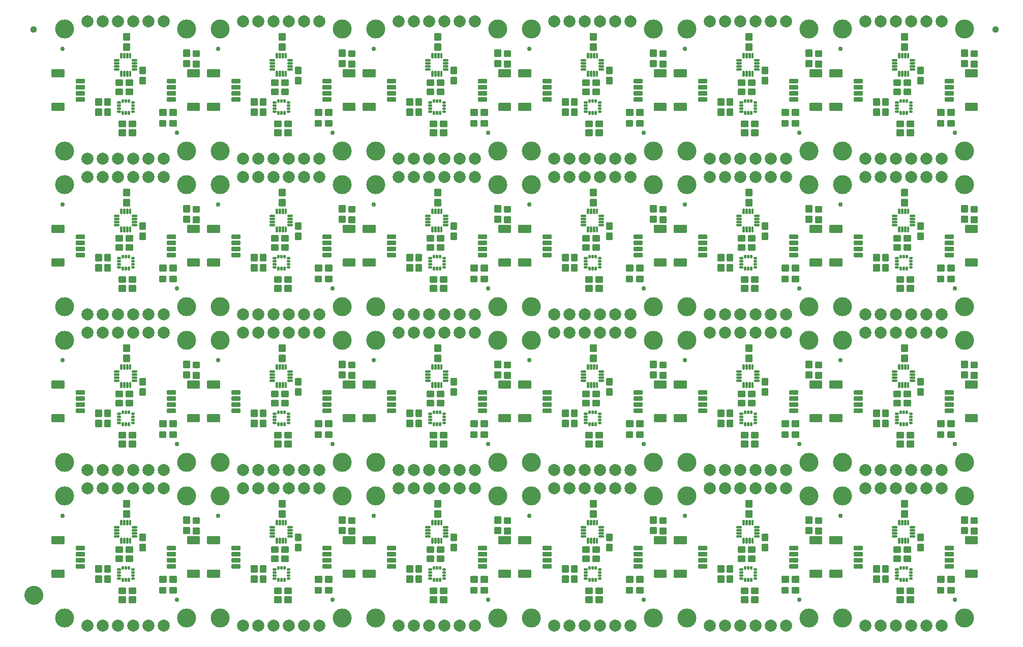
<source format=gts>
G04 EAGLE Gerber RS-274X export*
G75*
%MOMM*%
%FSLAX34Y34*%
%LPD*%
%INSoldermask Top*%
%IPPOS*%
%AMOC8*
5,1,8,0,0,1.08239X$1,22.5*%
G01*
%ADD10C,0.225400*%
%ADD11C,3.175000*%
%ADD12C,0.762000*%
%ADD13C,2.006600*%
%ADD14C,0.225588*%
%ADD15C,0.225369*%
%ADD16C,0.428259*%
%ADD17C,0.230578*%
%ADD18C,0.350137*%
%ADD19C,1.127000*%
%ADD20C,1.270000*%
%ADD21C,1.627000*%


D10*
X92012Y102489D02*
X92012Y112505D01*
X101028Y112505D01*
X101028Y102489D01*
X92012Y102489D01*
X92012Y104630D02*
X101028Y104630D01*
X101028Y106771D02*
X92012Y106771D01*
X92012Y108912D02*
X101028Y108912D01*
X101028Y111053D02*
X92012Y111053D01*
X92012Y95505D02*
X92012Y85489D01*
X92012Y95505D02*
X101028Y95505D01*
X101028Y85489D01*
X92012Y85489D01*
X92012Y87630D02*
X101028Y87630D01*
X101028Y89771D02*
X92012Y89771D01*
X92012Y91912D02*
X101028Y91912D01*
X101028Y94053D02*
X92012Y94053D01*
X127952Y128968D02*
X137968Y128968D01*
X137968Y119952D01*
X127952Y119952D01*
X127952Y128968D01*
X127952Y122093D02*
X137968Y122093D01*
X137968Y124234D02*
X127952Y124234D01*
X127952Y126375D02*
X137968Y126375D01*
X137968Y128516D02*
X127952Y128516D01*
X120968Y128968D02*
X110952Y128968D01*
X120968Y128968D02*
X120968Y119952D01*
X110952Y119952D01*
X110952Y128968D01*
X110952Y122093D02*
X120968Y122093D01*
X120968Y124234D02*
X110952Y124234D01*
X110952Y126375D02*
X120968Y126375D01*
X120968Y128516D02*
X110952Y128516D01*
D11*
X25400Y228600D03*
X25400Y25400D03*
X228600Y25400D03*
D10*
X126048Y51817D02*
X116032Y51817D01*
X116032Y60833D01*
X126048Y60833D01*
X126048Y51817D01*
X126048Y53958D02*
X116032Y53958D01*
X116032Y56099D02*
X126048Y56099D01*
X126048Y58240D02*
X116032Y58240D01*
X116032Y60381D02*
X126048Y60381D01*
X133032Y51817D02*
X143048Y51817D01*
X133032Y51817D02*
X133032Y60833D01*
X143048Y60833D01*
X143048Y51817D01*
X143048Y53958D02*
X133032Y53958D01*
X133032Y56099D02*
X143048Y56099D01*
X143048Y58240D02*
X133032Y58240D01*
X133032Y60381D02*
X143048Y60381D01*
X143048Y75565D02*
X133032Y75565D01*
X143048Y75565D02*
X143048Y66549D01*
X133032Y66549D01*
X133032Y75565D01*
X133032Y68690D02*
X143048Y68690D01*
X143048Y70831D02*
X133032Y70831D01*
X133032Y72972D02*
X143048Y72972D01*
X143048Y75113D02*
X133032Y75113D01*
X126048Y75565D02*
X116032Y75565D01*
X126048Y75565D02*
X126048Y66549D01*
X116032Y66549D01*
X116032Y75565D01*
X116032Y68690D02*
X126048Y68690D01*
X126048Y70831D02*
X116032Y70831D01*
X116032Y72972D02*
X126048Y72972D01*
X126048Y75113D02*
X116032Y75113D01*
D12*
X21590Y195580D03*
X212344Y55880D03*
D10*
X86296Y85489D02*
X86296Y95505D01*
X86296Y85489D02*
X77280Y85489D01*
X77280Y95505D01*
X86296Y95505D01*
X86296Y87630D02*
X77280Y87630D01*
X77280Y89771D02*
X86296Y89771D01*
X86296Y91912D02*
X77280Y91912D01*
X77280Y94053D02*
X86296Y94053D01*
X86296Y102489D02*
X86296Y112505D01*
X86296Y102489D02*
X77280Y102489D01*
X77280Y112505D01*
X86296Y112505D01*
X86296Y104630D02*
X77280Y104630D01*
X77280Y106771D02*
X86296Y106771D01*
X86296Y108912D02*
X77280Y108912D01*
X77280Y111053D02*
X86296Y111053D01*
D13*
X190500Y12700D03*
X165100Y12700D03*
X139700Y12700D03*
X114300Y12700D03*
X88900Y12700D03*
X63500Y12700D03*
X63500Y241300D03*
X88900Y241300D03*
X114300Y241300D03*
X139700Y241300D03*
X165100Y241300D03*
X190500Y241300D03*
D14*
X249203Y104507D02*
X249203Y93493D01*
X230189Y93493D01*
X230189Y104507D01*
X249203Y104507D01*
X249203Y95636D02*
X230189Y95636D01*
X230189Y97779D02*
X249203Y97779D01*
X249203Y99922D02*
X230189Y99922D01*
X230189Y102065D02*
X249203Y102065D01*
X249203Y104208D02*
X230189Y104208D01*
X249203Y149493D02*
X249203Y160507D01*
X249203Y149493D02*
X230189Y149493D01*
X230189Y160507D01*
X249203Y160507D01*
X249203Y151636D02*
X230189Y151636D01*
X230189Y153779D02*
X249203Y153779D01*
X249203Y155922D02*
X230189Y155922D01*
X230189Y158065D02*
X249203Y158065D01*
X249203Y160208D02*
X230189Y160208D01*
D15*
X209204Y114508D02*
X209204Y109492D01*
X196688Y109492D01*
X196688Y114508D01*
X209204Y114508D01*
X209204Y111633D02*
X196688Y111633D01*
X196688Y113774D02*
X209204Y113774D01*
X209204Y119492D02*
X209204Y124508D01*
X209204Y119492D02*
X196688Y119492D01*
X196688Y124508D01*
X209204Y124508D01*
X209204Y121633D02*
X196688Y121633D01*
X196688Y123774D02*
X209204Y123774D01*
X209204Y129492D02*
X209204Y134508D01*
X209204Y129492D02*
X196688Y129492D01*
X196688Y134508D01*
X209204Y134508D01*
X209204Y131633D02*
X196688Y131633D01*
X196688Y133774D02*
X209204Y133774D01*
X209204Y139492D02*
X209204Y144508D01*
X209204Y139492D02*
X196688Y139492D01*
X196688Y144508D01*
X209204Y144508D01*
X209204Y141633D02*
X196688Y141633D01*
X196688Y143774D02*
X209204Y143774D01*
D14*
X4543Y149493D02*
X4543Y160507D01*
X23557Y160507D01*
X23557Y149493D01*
X4543Y149493D01*
X4543Y151636D02*
X23557Y151636D01*
X23557Y153779D02*
X4543Y153779D01*
X4543Y155922D02*
X23557Y155922D01*
X23557Y158065D02*
X4543Y158065D01*
X4543Y160208D02*
X23557Y160208D01*
X4543Y104507D02*
X4543Y93493D01*
X4543Y104507D02*
X23557Y104507D01*
X23557Y93493D01*
X4543Y93493D01*
X4543Y95636D02*
X23557Y95636D01*
X23557Y97779D02*
X4543Y97779D01*
X4543Y99922D02*
X23557Y99922D01*
X23557Y102065D02*
X4543Y102065D01*
X4543Y104208D02*
X23557Y104208D01*
D15*
X44542Y139492D02*
X44542Y144508D01*
X57058Y144508D01*
X57058Y139492D01*
X44542Y139492D01*
X44542Y141633D02*
X57058Y141633D01*
X57058Y143774D02*
X44542Y143774D01*
X44542Y134508D02*
X44542Y129492D01*
X44542Y134508D02*
X57058Y134508D01*
X57058Y129492D01*
X44542Y129492D01*
X44542Y131633D02*
X57058Y131633D01*
X57058Y133774D02*
X44542Y133774D01*
X44542Y124508D02*
X44542Y119492D01*
X44542Y124508D02*
X57058Y124508D01*
X57058Y119492D01*
X44542Y119492D01*
X44542Y121633D02*
X57058Y121633D01*
X57058Y123774D02*
X44542Y123774D01*
X44542Y114508D02*
X44542Y109492D01*
X44542Y114508D02*
X57058Y114508D01*
X57058Y109492D01*
X44542Y109492D01*
X44542Y111633D02*
X57058Y111633D01*
X57058Y113774D02*
X44542Y113774D01*
D16*
X240600Y184600D02*
X247588Y184600D01*
X240600Y184600D02*
X240600Y191588D01*
X247588Y191588D01*
X247588Y184600D01*
X247588Y188669D02*
X240600Y188669D01*
X240600Y167060D02*
X247588Y167060D01*
X240600Y167060D02*
X240600Y174048D01*
X247588Y174048D01*
X247588Y167060D01*
X247588Y171129D02*
X240600Y171129D01*
D10*
X232600Y166324D02*
X232600Y176340D01*
X232600Y166324D02*
X223584Y166324D01*
X223584Y176340D01*
X232600Y176340D01*
X232600Y168465D02*
X223584Y168465D01*
X223584Y170606D02*
X232600Y170606D01*
X232600Y172747D02*
X223584Y172747D01*
X223584Y174888D02*
X232600Y174888D01*
X232600Y183324D02*
X232600Y193340D01*
X232600Y183324D02*
X223584Y183324D01*
X223584Y193340D01*
X232600Y193340D01*
X232600Y185465D02*
X223584Y185465D01*
X223584Y187606D02*
X232600Y187606D01*
X232600Y189747D02*
X223584Y189747D01*
X223584Y191888D02*
X232600Y191888D01*
D11*
X228600Y228600D03*
D10*
X193612Y85662D02*
X183596Y85662D01*
X183596Y94678D01*
X193612Y94678D01*
X193612Y85662D01*
X193612Y87803D02*
X183596Y87803D01*
X183596Y89944D02*
X193612Y89944D01*
X193612Y92085D02*
X183596Y92085D01*
X183596Y94226D02*
X193612Y94226D01*
X200596Y85662D02*
X210612Y85662D01*
X200596Y85662D02*
X200596Y94678D01*
X210612Y94678D01*
X210612Y85662D01*
X210612Y87803D02*
X200596Y87803D01*
X200596Y89944D02*
X210612Y89944D01*
X210612Y92085D02*
X200596Y92085D01*
X200596Y94226D02*
X210612Y94226D01*
D17*
X140507Y92542D02*
X136743Y92542D01*
X140507Y92542D02*
X140507Y90578D01*
X136743Y90578D01*
X136743Y92542D01*
X136743Y97542D02*
X140507Y97542D01*
X140507Y95578D01*
X136743Y95578D01*
X136743Y97542D01*
X136743Y102542D02*
X140507Y102542D01*
X140507Y100578D01*
X136743Y100578D01*
X136743Y102542D01*
X136743Y107542D02*
X140507Y107542D01*
X140507Y105578D01*
X136743Y105578D01*
X136743Y107542D01*
X117257Y105578D02*
X113493Y105578D01*
X113493Y107542D01*
X117257Y107542D01*
X117257Y105578D01*
X117257Y100578D02*
X113493Y100578D01*
X113493Y102542D01*
X117257Y102542D01*
X117257Y100578D01*
X117257Y95578D02*
X113493Y95578D01*
X113493Y97542D01*
X117257Y97542D01*
X117257Y95578D01*
X117257Y90578D02*
X113493Y90578D01*
X113493Y92542D01*
X117257Y92542D01*
X117257Y90578D01*
X131018Y110942D02*
X132982Y110942D01*
X132982Y107178D01*
X131018Y107178D01*
X131018Y110942D01*
X131018Y109369D02*
X132982Y109369D01*
X127982Y110942D02*
X126018Y110942D01*
X127982Y110942D02*
X127982Y107178D01*
X126018Y107178D01*
X126018Y110942D01*
X126018Y109369D02*
X127982Y109369D01*
X122982Y110942D02*
X121018Y110942D01*
X122982Y110942D02*
X122982Y107178D01*
X121018Y107178D01*
X121018Y110942D01*
X121018Y109369D02*
X122982Y109369D01*
X122982Y87178D02*
X121018Y87178D01*
X121018Y90942D01*
X122982Y90942D01*
X122982Y87178D01*
X122982Y89369D02*
X121018Y89369D01*
X126018Y87178D02*
X127982Y87178D01*
X126018Y87178D02*
X126018Y90942D01*
X127982Y90942D01*
X127982Y87178D01*
X127982Y89369D02*
X126018Y89369D01*
X131018Y87178D02*
X132982Y87178D01*
X131018Y87178D02*
X131018Y90942D01*
X132982Y90942D01*
X132982Y87178D01*
X132982Y89369D02*
X131018Y89369D01*
D10*
X200342Y76390D02*
X210358Y76390D01*
X210358Y67374D01*
X200342Y67374D01*
X200342Y76390D01*
X200342Y69515D02*
X210358Y69515D01*
X210358Y71656D02*
X200342Y71656D01*
X200342Y73797D02*
X210358Y73797D01*
X210358Y75938D02*
X200342Y75938D01*
X193358Y76390D02*
X183342Y76390D01*
X193358Y76390D02*
X193358Y67374D01*
X183342Y67374D01*
X183342Y76390D01*
X183342Y69515D02*
X193358Y69515D01*
X193358Y71656D02*
X183342Y71656D01*
X183342Y73797D02*
X193358Y73797D01*
X193358Y75938D02*
X183342Y75938D01*
D18*
X134925Y180755D02*
X134925Y187025D01*
X134925Y180755D02*
X134155Y180755D01*
X134155Y187025D01*
X134925Y187025D01*
X134925Y184081D02*
X134155Y184081D01*
X129925Y187025D02*
X129925Y180755D01*
X129155Y180755D01*
X129155Y187025D01*
X129925Y187025D01*
X129925Y184081D02*
X129155Y184081D01*
X124925Y187025D02*
X124925Y180755D01*
X124155Y180755D01*
X124155Y187025D01*
X124925Y187025D01*
X124925Y184081D02*
X124155Y184081D01*
X119925Y187025D02*
X119925Y180755D01*
X119155Y180755D01*
X119155Y187025D01*
X119925Y187025D01*
X119925Y184081D02*
X119155Y184081D01*
X115055Y175985D02*
X108785Y175985D01*
X108785Y176755D01*
X115055Y176755D01*
X115055Y175985D01*
X115055Y170985D02*
X108785Y170985D01*
X108785Y171755D01*
X115055Y171755D01*
X115055Y170985D01*
X115055Y165985D02*
X108785Y165985D01*
X108785Y166755D01*
X115055Y166755D01*
X115055Y165985D01*
X115055Y160985D02*
X108785Y160985D01*
X108785Y161755D01*
X115055Y161755D01*
X115055Y160985D01*
X119155Y156985D02*
X119155Y150715D01*
X119155Y156985D02*
X119925Y156985D01*
X119925Y150715D01*
X119155Y150715D01*
X119155Y154041D02*
X119925Y154041D01*
X124155Y156985D02*
X124155Y150715D01*
X124155Y156985D02*
X124925Y156985D01*
X124925Y150715D01*
X124155Y150715D01*
X124155Y154041D02*
X124925Y154041D01*
X129155Y156985D02*
X129155Y150715D01*
X129155Y156985D02*
X129925Y156985D01*
X129925Y150715D01*
X129155Y150715D01*
X129155Y154041D02*
X129925Y154041D01*
X134155Y156985D02*
X134155Y150715D01*
X134155Y156985D02*
X134925Y156985D01*
X134925Y150715D01*
X134155Y150715D01*
X134155Y154041D02*
X134925Y154041D01*
X138825Y161655D02*
X145095Y161655D01*
X145095Y160885D01*
X138825Y160885D01*
X138825Y161655D01*
X138825Y166655D02*
X145095Y166655D01*
X145095Y165885D01*
X138825Y165885D01*
X138825Y166655D01*
X138825Y171655D02*
X145095Y171655D01*
X145095Y170885D01*
X138825Y170885D01*
X138825Y171655D01*
X138825Y176655D02*
X145095Y176655D01*
X145095Y175885D01*
X138825Y175885D01*
X138825Y176655D01*
D10*
X150432Y164638D02*
X150432Y154622D01*
X150432Y164638D02*
X159448Y164638D01*
X159448Y154622D01*
X150432Y154622D01*
X150432Y156763D02*
X159448Y156763D01*
X159448Y158904D02*
X150432Y158904D01*
X150432Y161045D02*
X159448Y161045D01*
X159448Y163186D02*
X150432Y163186D01*
X150432Y147638D02*
X150432Y137622D01*
X150432Y147638D02*
X159448Y147638D01*
X159448Y137622D01*
X150432Y137622D01*
X150432Y139763D02*
X159448Y139763D01*
X159448Y141904D02*
X150432Y141904D01*
X150432Y144045D02*
X159448Y144045D01*
X159448Y146186D02*
X150432Y146186D01*
X137968Y144208D02*
X127952Y144208D01*
X137968Y144208D02*
X137968Y135192D01*
X127952Y135192D01*
X127952Y144208D01*
X127952Y137333D02*
X137968Y137333D01*
X137968Y139474D02*
X127952Y139474D01*
X127952Y141615D02*
X137968Y141615D01*
X137968Y143756D02*
X127952Y143756D01*
X120968Y144208D02*
X110952Y144208D01*
X120968Y144208D02*
X120968Y135192D01*
X110952Y135192D01*
X110952Y144208D01*
X110952Y137333D02*
X120968Y137333D01*
X120968Y139474D02*
X110952Y139474D01*
X110952Y141615D02*
X120968Y141615D01*
X120968Y143756D02*
X110952Y143756D01*
X123762Y210502D02*
X123762Y220518D01*
X132778Y220518D01*
X132778Y210502D01*
X123762Y210502D01*
X123762Y212643D02*
X132778Y212643D01*
X132778Y214784D02*
X123762Y214784D01*
X123762Y216925D02*
X132778Y216925D01*
X132778Y219066D02*
X123762Y219066D01*
X123762Y203518D02*
X123762Y193502D01*
X123762Y203518D02*
X132778Y203518D01*
X132778Y193502D01*
X123762Y193502D01*
X123762Y195643D02*
X132778Y195643D01*
X132778Y197784D02*
X123762Y197784D01*
X123762Y199925D02*
X132778Y199925D01*
X132778Y202066D02*
X123762Y202066D01*
X351092Y112505D02*
X351092Y102489D01*
X351092Y112505D02*
X360108Y112505D01*
X360108Y102489D01*
X351092Y102489D01*
X351092Y104630D02*
X360108Y104630D01*
X360108Y106771D02*
X351092Y106771D01*
X351092Y108912D02*
X360108Y108912D01*
X360108Y111053D02*
X351092Y111053D01*
X351092Y95505D02*
X351092Y85489D01*
X351092Y95505D02*
X360108Y95505D01*
X360108Y85489D01*
X351092Y85489D01*
X351092Y87630D02*
X360108Y87630D01*
X360108Y89771D02*
X351092Y89771D01*
X351092Y91912D02*
X360108Y91912D01*
X360108Y94053D02*
X351092Y94053D01*
X387032Y128968D02*
X397048Y128968D01*
X397048Y119952D01*
X387032Y119952D01*
X387032Y128968D01*
X387032Y122093D02*
X397048Y122093D01*
X397048Y124234D02*
X387032Y124234D01*
X387032Y126375D02*
X397048Y126375D01*
X397048Y128516D02*
X387032Y128516D01*
X380048Y128968D02*
X370032Y128968D01*
X380048Y128968D02*
X380048Y119952D01*
X370032Y119952D01*
X370032Y128968D01*
X370032Y122093D02*
X380048Y122093D01*
X380048Y124234D02*
X370032Y124234D01*
X370032Y126375D02*
X380048Y126375D01*
X380048Y128516D02*
X370032Y128516D01*
D11*
X284480Y228600D03*
X284480Y25400D03*
X487680Y25400D03*
D10*
X385128Y51817D02*
X375112Y51817D01*
X375112Y60833D01*
X385128Y60833D01*
X385128Y51817D01*
X385128Y53958D02*
X375112Y53958D01*
X375112Y56099D02*
X385128Y56099D01*
X385128Y58240D02*
X375112Y58240D01*
X375112Y60381D02*
X385128Y60381D01*
X392112Y51817D02*
X402128Y51817D01*
X392112Y51817D02*
X392112Y60833D01*
X402128Y60833D01*
X402128Y51817D01*
X402128Y53958D02*
X392112Y53958D01*
X392112Y56099D02*
X402128Y56099D01*
X402128Y58240D02*
X392112Y58240D01*
X392112Y60381D02*
X402128Y60381D01*
X402128Y75565D02*
X392112Y75565D01*
X402128Y75565D02*
X402128Y66549D01*
X392112Y66549D01*
X392112Y75565D01*
X392112Y68690D02*
X402128Y68690D01*
X402128Y70831D02*
X392112Y70831D01*
X392112Y72972D02*
X402128Y72972D01*
X402128Y75113D02*
X392112Y75113D01*
X385128Y75565D02*
X375112Y75565D01*
X385128Y75565D02*
X385128Y66549D01*
X375112Y66549D01*
X375112Y75565D01*
X375112Y68690D02*
X385128Y68690D01*
X385128Y70831D02*
X375112Y70831D01*
X375112Y72972D02*
X385128Y72972D01*
X385128Y75113D02*
X375112Y75113D01*
D12*
X280670Y195580D03*
X471424Y55880D03*
D10*
X345376Y85489D02*
X345376Y95505D01*
X345376Y85489D02*
X336360Y85489D01*
X336360Y95505D01*
X345376Y95505D01*
X345376Y87630D02*
X336360Y87630D01*
X336360Y89771D02*
X345376Y89771D01*
X345376Y91912D02*
X336360Y91912D01*
X336360Y94053D02*
X345376Y94053D01*
X345376Y102489D02*
X345376Y112505D01*
X345376Y102489D02*
X336360Y102489D01*
X336360Y112505D01*
X345376Y112505D01*
X345376Y104630D02*
X336360Y104630D01*
X336360Y106771D02*
X345376Y106771D01*
X345376Y108912D02*
X336360Y108912D01*
X336360Y111053D02*
X345376Y111053D01*
D13*
X449580Y12700D03*
X424180Y12700D03*
X398780Y12700D03*
X373380Y12700D03*
X347980Y12700D03*
X322580Y12700D03*
X322580Y241300D03*
X347980Y241300D03*
X373380Y241300D03*
X398780Y241300D03*
X424180Y241300D03*
X449580Y241300D03*
D14*
X508283Y104507D02*
X508283Y93493D01*
X489269Y93493D01*
X489269Y104507D01*
X508283Y104507D01*
X508283Y95636D02*
X489269Y95636D01*
X489269Y97779D02*
X508283Y97779D01*
X508283Y99922D02*
X489269Y99922D01*
X489269Y102065D02*
X508283Y102065D01*
X508283Y104208D02*
X489269Y104208D01*
X508283Y149493D02*
X508283Y160507D01*
X508283Y149493D02*
X489269Y149493D01*
X489269Y160507D01*
X508283Y160507D01*
X508283Y151636D02*
X489269Y151636D01*
X489269Y153779D02*
X508283Y153779D01*
X508283Y155922D02*
X489269Y155922D01*
X489269Y158065D02*
X508283Y158065D01*
X508283Y160208D02*
X489269Y160208D01*
D15*
X468284Y114508D02*
X468284Y109492D01*
X455768Y109492D01*
X455768Y114508D01*
X468284Y114508D01*
X468284Y111633D02*
X455768Y111633D01*
X455768Y113774D02*
X468284Y113774D01*
X468284Y119492D02*
X468284Y124508D01*
X468284Y119492D02*
X455768Y119492D01*
X455768Y124508D01*
X468284Y124508D01*
X468284Y121633D02*
X455768Y121633D01*
X455768Y123774D02*
X468284Y123774D01*
X468284Y129492D02*
X468284Y134508D01*
X468284Y129492D02*
X455768Y129492D01*
X455768Y134508D01*
X468284Y134508D01*
X468284Y131633D02*
X455768Y131633D01*
X455768Y133774D02*
X468284Y133774D01*
X468284Y139492D02*
X468284Y144508D01*
X468284Y139492D02*
X455768Y139492D01*
X455768Y144508D01*
X468284Y144508D01*
X468284Y141633D02*
X455768Y141633D01*
X455768Y143774D02*
X468284Y143774D01*
D14*
X263623Y149493D02*
X263623Y160507D01*
X282637Y160507D01*
X282637Y149493D01*
X263623Y149493D01*
X263623Y151636D02*
X282637Y151636D01*
X282637Y153779D02*
X263623Y153779D01*
X263623Y155922D02*
X282637Y155922D01*
X282637Y158065D02*
X263623Y158065D01*
X263623Y160208D02*
X282637Y160208D01*
X263623Y104507D02*
X263623Y93493D01*
X263623Y104507D02*
X282637Y104507D01*
X282637Y93493D01*
X263623Y93493D01*
X263623Y95636D02*
X282637Y95636D01*
X282637Y97779D02*
X263623Y97779D01*
X263623Y99922D02*
X282637Y99922D01*
X282637Y102065D02*
X263623Y102065D01*
X263623Y104208D02*
X282637Y104208D01*
D15*
X303622Y139492D02*
X303622Y144508D01*
X316138Y144508D01*
X316138Y139492D01*
X303622Y139492D01*
X303622Y141633D02*
X316138Y141633D01*
X316138Y143774D02*
X303622Y143774D01*
X303622Y134508D02*
X303622Y129492D01*
X303622Y134508D02*
X316138Y134508D01*
X316138Y129492D01*
X303622Y129492D01*
X303622Y131633D02*
X316138Y131633D01*
X316138Y133774D02*
X303622Y133774D01*
X303622Y124508D02*
X303622Y119492D01*
X303622Y124508D02*
X316138Y124508D01*
X316138Y119492D01*
X303622Y119492D01*
X303622Y121633D02*
X316138Y121633D01*
X316138Y123774D02*
X303622Y123774D01*
X303622Y114508D02*
X303622Y109492D01*
X303622Y114508D02*
X316138Y114508D01*
X316138Y109492D01*
X303622Y109492D01*
X303622Y111633D02*
X316138Y111633D01*
X316138Y113774D02*
X303622Y113774D01*
D16*
X499680Y184600D02*
X506668Y184600D01*
X499680Y184600D02*
X499680Y191588D01*
X506668Y191588D01*
X506668Y184600D01*
X506668Y188669D02*
X499680Y188669D01*
X499680Y167060D02*
X506668Y167060D01*
X499680Y167060D02*
X499680Y174048D01*
X506668Y174048D01*
X506668Y167060D01*
X506668Y171129D02*
X499680Y171129D01*
D10*
X491680Y166324D02*
X491680Y176340D01*
X491680Y166324D02*
X482664Y166324D01*
X482664Y176340D01*
X491680Y176340D01*
X491680Y168465D02*
X482664Y168465D01*
X482664Y170606D02*
X491680Y170606D01*
X491680Y172747D02*
X482664Y172747D01*
X482664Y174888D02*
X491680Y174888D01*
X491680Y183324D02*
X491680Y193340D01*
X491680Y183324D02*
X482664Y183324D01*
X482664Y193340D01*
X491680Y193340D01*
X491680Y185465D02*
X482664Y185465D01*
X482664Y187606D02*
X491680Y187606D01*
X491680Y189747D02*
X482664Y189747D01*
X482664Y191888D02*
X491680Y191888D01*
D11*
X487680Y228600D03*
D10*
X452692Y85662D02*
X442676Y85662D01*
X442676Y94678D01*
X452692Y94678D01*
X452692Y85662D01*
X452692Y87803D02*
X442676Y87803D01*
X442676Y89944D02*
X452692Y89944D01*
X452692Y92085D02*
X442676Y92085D01*
X442676Y94226D02*
X452692Y94226D01*
X459676Y85662D02*
X469692Y85662D01*
X459676Y85662D02*
X459676Y94678D01*
X469692Y94678D01*
X469692Y85662D01*
X469692Y87803D02*
X459676Y87803D01*
X459676Y89944D02*
X469692Y89944D01*
X469692Y92085D02*
X459676Y92085D01*
X459676Y94226D02*
X469692Y94226D01*
D17*
X399587Y92542D02*
X395823Y92542D01*
X399587Y92542D02*
X399587Y90578D01*
X395823Y90578D01*
X395823Y92542D01*
X395823Y97542D02*
X399587Y97542D01*
X399587Y95578D01*
X395823Y95578D01*
X395823Y97542D01*
X395823Y102542D02*
X399587Y102542D01*
X399587Y100578D01*
X395823Y100578D01*
X395823Y102542D01*
X395823Y107542D02*
X399587Y107542D01*
X399587Y105578D01*
X395823Y105578D01*
X395823Y107542D01*
X376337Y105578D02*
X372573Y105578D01*
X372573Y107542D01*
X376337Y107542D01*
X376337Y105578D01*
X376337Y100578D02*
X372573Y100578D01*
X372573Y102542D01*
X376337Y102542D01*
X376337Y100578D01*
X376337Y95578D02*
X372573Y95578D01*
X372573Y97542D01*
X376337Y97542D01*
X376337Y95578D01*
X376337Y90578D02*
X372573Y90578D01*
X372573Y92542D01*
X376337Y92542D01*
X376337Y90578D01*
X390098Y110942D02*
X392062Y110942D01*
X392062Y107178D01*
X390098Y107178D01*
X390098Y110942D01*
X390098Y109369D02*
X392062Y109369D01*
X387062Y110942D02*
X385098Y110942D01*
X387062Y110942D02*
X387062Y107178D01*
X385098Y107178D01*
X385098Y110942D01*
X385098Y109369D02*
X387062Y109369D01*
X382062Y110942D02*
X380098Y110942D01*
X382062Y110942D02*
X382062Y107178D01*
X380098Y107178D01*
X380098Y110942D01*
X380098Y109369D02*
X382062Y109369D01*
X382062Y87178D02*
X380098Y87178D01*
X380098Y90942D01*
X382062Y90942D01*
X382062Y87178D01*
X382062Y89369D02*
X380098Y89369D01*
X385098Y87178D02*
X387062Y87178D01*
X385098Y87178D02*
X385098Y90942D01*
X387062Y90942D01*
X387062Y87178D01*
X387062Y89369D02*
X385098Y89369D01*
X390098Y87178D02*
X392062Y87178D01*
X390098Y87178D02*
X390098Y90942D01*
X392062Y90942D01*
X392062Y87178D01*
X392062Y89369D02*
X390098Y89369D01*
D10*
X459422Y76390D02*
X469438Y76390D01*
X469438Y67374D01*
X459422Y67374D01*
X459422Y76390D01*
X459422Y69515D02*
X469438Y69515D01*
X469438Y71656D02*
X459422Y71656D01*
X459422Y73797D02*
X469438Y73797D01*
X469438Y75938D02*
X459422Y75938D01*
X452438Y76390D02*
X442422Y76390D01*
X452438Y76390D02*
X452438Y67374D01*
X442422Y67374D01*
X442422Y76390D01*
X442422Y69515D02*
X452438Y69515D01*
X452438Y71656D02*
X442422Y71656D01*
X442422Y73797D02*
X452438Y73797D01*
X452438Y75938D02*
X442422Y75938D01*
D18*
X394005Y180755D02*
X394005Y187025D01*
X394005Y180755D02*
X393235Y180755D01*
X393235Y187025D01*
X394005Y187025D01*
X394005Y184081D02*
X393235Y184081D01*
X389005Y187025D02*
X389005Y180755D01*
X388235Y180755D01*
X388235Y187025D01*
X389005Y187025D01*
X389005Y184081D02*
X388235Y184081D01*
X384005Y187025D02*
X384005Y180755D01*
X383235Y180755D01*
X383235Y187025D01*
X384005Y187025D01*
X384005Y184081D02*
X383235Y184081D01*
X379005Y187025D02*
X379005Y180755D01*
X378235Y180755D01*
X378235Y187025D01*
X379005Y187025D01*
X379005Y184081D02*
X378235Y184081D01*
X374135Y175985D02*
X367865Y175985D01*
X367865Y176755D01*
X374135Y176755D01*
X374135Y175985D01*
X374135Y170985D02*
X367865Y170985D01*
X367865Y171755D01*
X374135Y171755D01*
X374135Y170985D01*
X374135Y165985D02*
X367865Y165985D01*
X367865Y166755D01*
X374135Y166755D01*
X374135Y165985D01*
X374135Y160985D02*
X367865Y160985D01*
X367865Y161755D01*
X374135Y161755D01*
X374135Y160985D01*
X378235Y156985D02*
X378235Y150715D01*
X378235Y156985D02*
X379005Y156985D01*
X379005Y150715D01*
X378235Y150715D01*
X378235Y154041D02*
X379005Y154041D01*
X383235Y156985D02*
X383235Y150715D01*
X383235Y156985D02*
X384005Y156985D01*
X384005Y150715D01*
X383235Y150715D01*
X383235Y154041D02*
X384005Y154041D01*
X388235Y156985D02*
X388235Y150715D01*
X388235Y156985D02*
X389005Y156985D01*
X389005Y150715D01*
X388235Y150715D01*
X388235Y154041D02*
X389005Y154041D01*
X393235Y156985D02*
X393235Y150715D01*
X393235Y156985D02*
X394005Y156985D01*
X394005Y150715D01*
X393235Y150715D01*
X393235Y154041D02*
X394005Y154041D01*
X397905Y161655D02*
X404175Y161655D01*
X404175Y160885D01*
X397905Y160885D01*
X397905Y161655D01*
X397905Y166655D02*
X404175Y166655D01*
X404175Y165885D01*
X397905Y165885D01*
X397905Y166655D01*
X397905Y171655D02*
X404175Y171655D01*
X404175Y170885D01*
X397905Y170885D01*
X397905Y171655D01*
X397905Y176655D02*
X404175Y176655D01*
X404175Y175885D01*
X397905Y175885D01*
X397905Y176655D01*
D10*
X409512Y164638D02*
X409512Y154622D01*
X409512Y164638D02*
X418528Y164638D01*
X418528Y154622D01*
X409512Y154622D01*
X409512Y156763D02*
X418528Y156763D01*
X418528Y158904D02*
X409512Y158904D01*
X409512Y161045D02*
X418528Y161045D01*
X418528Y163186D02*
X409512Y163186D01*
X409512Y147638D02*
X409512Y137622D01*
X409512Y147638D02*
X418528Y147638D01*
X418528Y137622D01*
X409512Y137622D01*
X409512Y139763D02*
X418528Y139763D01*
X418528Y141904D02*
X409512Y141904D01*
X409512Y144045D02*
X418528Y144045D01*
X418528Y146186D02*
X409512Y146186D01*
X397048Y144208D02*
X387032Y144208D01*
X397048Y144208D02*
X397048Y135192D01*
X387032Y135192D01*
X387032Y144208D01*
X387032Y137333D02*
X397048Y137333D01*
X397048Y139474D02*
X387032Y139474D01*
X387032Y141615D02*
X397048Y141615D01*
X397048Y143756D02*
X387032Y143756D01*
X380048Y144208D02*
X370032Y144208D01*
X380048Y144208D02*
X380048Y135192D01*
X370032Y135192D01*
X370032Y144208D01*
X370032Y137333D02*
X380048Y137333D01*
X380048Y139474D02*
X370032Y139474D01*
X370032Y141615D02*
X380048Y141615D01*
X380048Y143756D02*
X370032Y143756D01*
X382842Y210502D02*
X382842Y220518D01*
X391858Y220518D01*
X391858Y210502D01*
X382842Y210502D01*
X382842Y212643D02*
X391858Y212643D01*
X391858Y214784D02*
X382842Y214784D01*
X382842Y216925D02*
X391858Y216925D01*
X391858Y219066D02*
X382842Y219066D01*
X382842Y203518D02*
X382842Y193502D01*
X382842Y203518D02*
X391858Y203518D01*
X391858Y193502D01*
X382842Y193502D01*
X382842Y195643D02*
X391858Y195643D01*
X391858Y197784D02*
X382842Y197784D01*
X382842Y199925D02*
X391858Y199925D01*
X391858Y202066D02*
X382842Y202066D01*
X610172Y112505D02*
X610172Y102489D01*
X610172Y112505D02*
X619188Y112505D01*
X619188Y102489D01*
X610172Y102489D01*
X610172Y104630D02*
X619188Y104630D01*
X619188Y106771D02*
X610172Y106771D01*
X610172Y108912D02*
X619188Y108912D01*
X619188Y111053D02*
X610172Y111053D01*
X610172Y95505D02*
X610172Y85489D01*
X610172Y95505D02*
X619188Y95505D01*
X619188Y85489D01*
X610172Y85489D01*
X610172Y87630D02*
X619188Y87630D01*
X619188Y89771D02*
X610172Y89771D01*
X610172Y91912D02*
X619188Y91912D01*
X619188Y94053D02*
X610172Y94053D01*
X646112Y128968D02*
X656128Y128968D01*
X656128Y119952D01*
X646112Y119952D01*
X646112Y128968D01*
X646112Y122093D02*
X656128Y122093D01*
X656128Y124234D02*
X646112Y124234D01*
X646112Y126375D02*
X656128Y126375D01*
X656128Y128516D02*
X646112Y128516D01*
X639128Y128968D02*
X629112Y128968D01*
X639128Y128968D02*
X639128Y119952D01*
X629112Y119952D01*
X629112Y128968D01*
X629112Y122093D02*
X639128Y122093D01*
X639128Y124234D02*
X629112Y124234D01*
X629112Y126375D02*
X639128Y126375D01*
X639128Y128516D02*
X629112Y128516D01*
D11*
X543560Y228600D03*
X543560Y25400D03*
X746760Y25400D03*
D10*
X644208Y51817D02*
X634192Y51817D01*
X634192Y60833D01*
X644208Y60833D01*
X644208Y51817D01*
X644208Y53958D02*
X634192Y53958D01*
X634192Y56099D02*
X644208Y56099D01*
X644208Y58240D02*
X634192Y58240D01*
X634192Y60381D02*
X644208Y60381D01*
X651192Y51817D02*
X661208Y51817D01*
X651192Y51817D02*
X651192Y60833D01*
X661208Y60833D01*
X661208Y51817D01*
X661208Y53958D02*
X651192Y53958D01*
X651192Y56099D02*
X661208Y56099D01*
X661208Y58240D02*
X651192Y58240D01*
X651192Y60381D02*
X661208Y60381D01*
X661208Y75565D02*
X651192Y75565D01*
X661208Y75565D02*
X661208Y66549D01*
X651192Y66549D01*
X651192Y75565D01*
X651192Y68690D02*
X661208Y68690D01*
X661208Y70831D02*
X651192Y70831D01*
X651192Y72972D02*
X661208Y72972D01*
X661208Y75113D02*
X651192Y75113D01*
X644208Y75565D02*
X634192Y75565D01*
X644208Y75565D02*
X644208Y66549D01*
X634192Y66549D01*
X634192Y75565D01*
X634192Y68690D02*
X644208Y68690D01*
X644208Y70831D02*
X634192Y70831D01*
X634192Y72972D02*
X644208Y72972D01*
X644208Y75113D02*
X634192Y75113D01*
D12*
X539750Y195580D03*
X730504Y55880D03*
D10*
X604456Y85489D02*
X604456Y95505D01*
X604456Y85489D02*
X595440Y85489D01*
X595440Y95505D01*
X604456Y95505D01*
X604456Y87630D02*
X595440Y87630D01*
X595440Y89771D02*
X604456Y89771D01*
X604456Y91912D02*
X595440Y91912D01*
X595440Y94053D02*
X604456Y94053D01*
X604456Y102489D02*
X604456Y112505D01*
X604456Y102489D02*
X595440Y102489D01*
X595440Y112505D01*
X604456Y112505D01*
X604456Y104630D02*
X595440Y104630D01*
X595440Y106771D02*
X604456Y106771D01*
X604456Y108912D02*
X595440Y108912D01*
X595440Y111053D02*
X604456Y111053D01*
D13*
X708660Y12700D03*
X683260Y12700D03*
X657860Y12700D03*
X632460Y12700D03*
X607060Y12700D03*
X581660Y12700D03*
X581660Y241300D03*
X607060Y241300D03*
X632460Y241300D03*
X657860Y241300D03*
X683260Y241300D03*
X708660Y241300D03*
D14*
X767363Y104507D02*
X767363Y93493D01*
X748349Y93493D01*
X748349Y104507D01*
X767363Y104507D01*
X767363Y95636D02*
X748349Y95636D01*
X748349Y97779D02*
X767363Y97779D01*
X767363Y99922D02*
X748349Y99922D01*
X748349Y102065D02*
X767363Y102065D01*
X767363Y104208D02*
X748349Y104208D01*
X767363Y149493D02*
X767363Y160507D01*
X767363Y149493D02*
X748349Y149493D01*
X748349Y160507D01*
X767363Y160507D01*
X767363Y151636D02*
X748349Y151636D01*
X748349Y153779D02*
X767363Y153779D01*
X767363Y155922D02*
X748349Y155922D01*
X748349Y158065D02*
X767363Y158065D01*
X767363Y160208D02*
X748349Y160208D01*
D15*
X727364Y114508D02*
X727364Y109492D01*
X714848Y109492D01*
X714848Y114508D01*
X727364Y114508D01*
X727364Y111633D02*
X714848Y111633D01*
X714848Y113774D02*
X727364Y113774D01*
X727364Y119492D02*
X727364Y124508D01*
X727364Y119492D02*
X714848Y119492D01*
X714848Y124508D01*
X727364Y124508D01*
X727364Y121633D02*
X714848Y121633D01*
X714848Y123774D02*
X727364Y123774D01*
X727364Y129492D02*
X727364Y134508D01*
X727364Y129492D02*
X714848Y129492D01*
X714848Y134508D01*
X727364Y134508D01*
X727364Y131633D02*
X714848Y131633D01*
X714848Y133774D02*
X727364Y133774D01*
X727364Y139492D02*
X727364Y144508D01*
X727364Y139492D02*
X714848Y139492D01*
X714848Y144508D01*
X727364Y144508D01*
X727364Y141633D02*
X714848Y141633D01*
X714848Y143774D02*
X727364Y143774D01*
D14*
X522703Y149493D02*
X522703Y160507D01*
X541717Y160507D01*
X541717Y149493D01*
X522703Y149493D01*
X522703Y151636D02*
X541717Y151636D01*
X541717Y153779D02*
X522703Y153779D01*
X522703Y155922D02*
X541717Y155922D01*
X541717Y158065D02*
X522703Y158065D01*
X522703Y160208D02*
X541717Y160208D01*
X522703Y104507D02*
X522703Y93493D01*
X522703Y104507D02*
X541717Y104507D01*
X541717Y93493D01*
X522703Y93493D01*
X522703Y95636D02*
X541717Y95636D01*
X541717Y97779D02*
X522703Y97779D01*
X522703Y99922D02*
X541717Y99922D01*
X541717Y102065D02*
X522703Y102065D01*
X522703Y104208D02*
X541717Y104208D01*
D15*
X562702Y139492D02*
X562702Y144508D01*
X575218Y144508D01*
X575218Y139492D01*
X562702Y139492D01*
X562702Y141633D02*
X575218Y141633D01*
X575218Y143774D02*
X562702Y143774D01*
X562702Y134508D02*
X562702Y129492D01*
X562702Y134508D02*
X575218Y134508D01*
X575218Y129492D01*
X562702Y129492D01*
X562702Y131633D02*
X575218Y131633D01*
X575218Y133774D02*
X562702Y133774D01*
X562702Y124508D02*
X562702Y119492D01*
X562702Y124508D02*
X575218Y124508D01*
X575218Y119492D01*
X562702Y119492D01*
X562702Y121633D02*
X575218Y121633D01*
X575218Y123774D02*
X562702Y123774D01*
X562702Y114508D02*
X562702Y109492D01*
X562702Y114508D02*
X575218Y114508D01*
X575218Y109492D01*
X562702Y109492D01*
X562702Y111633D02*
X575218Y111633D01*
X575218Y113774D02*
X562702Y113774D01*
D16*
X758760Y184600D02*
X765748Y184600D01*
X758760Y184600D02*
X758760Y191588D01*
X765748Y191588D01*
X765748Y184600D01*
X765748Y188669D02*
X758760Y188669D01*
X758760Y167060D02*
X765748Y167060D01*
X758760Y167060D02*
X758760Y174048D01*
X765748Y174048D01*
X765748Y167060D01*
X765748Y171129D02*
X758760Y171129D01*
D10*
X750760Y166324D02*
X750760Y176340D01*
X750760Y166324D02*
X741744Y166324D01*
X741744Y176340D01*
X750760Y176340D01*
X750760Y168465D02*
X741744Y168465D01*
X741744Y170606D02*
X750760Y170606D01*
X750760Y172747D02*
X741744Y172747D01*
X741744Y174888D02*
X750760Y174888D01*
X750760Y183324D02*
X750760Y193340D01*
X750760Y183324D02*
X741744Y183324D01*
X741744Y193340D01*
X750760Y193340D01*
X750760Y185465D02*
X741744Y185465D01*
X741744Y187606D02*
X750760Y187606D01*
X750760Y189747D02*
X741744Y189747D01*
X741744Y191888D02*
X750760Y191888D01*
D11*
X746760Y228600D03*
D10*
X711772Y85662D02*
X701756Y85662D01*
X701756Y94678D01*
X711772Y94678D01*
X711772Y85662D01*
X711772Y87803D02*
X701756Y87803D01*
X701756Y89944D02*
X711772Y89944D01*
X711772Y92085D02*
X701756Y92085D01*
X701756Y94226D02*
X711772Y94226D01*
X718756Y85662D02*
X728772Y85662D01*
X718756Y85662D02*
X718756Y94678D01*
X728772Y94678D01*
X728772Y85662D01*
X728772Y87803D02*
X718756Y87803D01*
X718756Y89944D02*
X728772Y89944D01*
X728772Y92085D02*
X718756Y92085D01*
X718756Y94226D02*
X728772Y94226D01*
D17*
X658667Y92542D02*
X654903Y92542D01*
X658667Y92542D02*
X658667Y90578D01*
X654903Y90578D01*
X654903Y92542D01*
X654903Y97542D02*
X658667Y97542D01*
X658667Y95578D01*
X654903Y95578D01*
X654903Y97542D01*
X654903Y102542D02*
X658667Y102542D01*
X658667Y100578D01*
X654903Y100578D01*
X654903Y102542D01*
X654903Y107542D02*
X658667Y107542D01*
X658667Y105578D01*
X654903Y105578D01*
X654903Y107542D01*
X635417Y105578D02*
X631653Y105578D01*
X631653Y107542D01*
X635417Y107542D01*
X635417Y105578D01*
X635417Y100578D02*
X631653Y100578D01*
X631653Y102542D01*
X635417Y102542D01*
X635417Y100578D01*
X635417Y95578D02*
X631653Y95578D01*
X631653Y97542D01*
X635417Y97542D01*
X635417Y95578D01*
X635417Y90578D02*
X631653Y90578D01*
X631653Y92542D01*
X635417Y92542D01*
X635417Y90578D01*
X649178Y110942D02*
X651142Y110942D01*
X651142Y107178D01*
X649178Y107178D01*
X649178Y110942D01*
X649178Y109369D02*
X651142Y109369D01*
X646142Y110942D02*
X644178Y110942D01*
X646142Y110942D02*
X646142Y107178D01*
X644178Y107178D01*
X644178Y110942D01*
X644178Y109369D02*
X646142Y109369D01*
X641142Y110942D02*
X639178Y110942D01*
X641142Y110942D02*
X641142Y107178D01*
X639178Y107178D01*
X639178Y110942D01*
X639178Y109369D02*
X641142Y109369D01*
X641142Y87178D02*
X639178Y87178D01*
X639178Y90942D01*
X641142Y90942D01*
X641142Y87178D01*
X641142Y89369D02*
X639178Y89369D01*
X644178Y87178D02*
X646142Y87178D01*
X644178Y87178D02*
X644178Y90942D01*
X646142Y90942D01*
X646142Y87178D01*
X646142Y89369D02*
X644178Y89369D01*
X649178Y87178D02*
X651142Y87178D01*
X649178Y87178D02*
X649178Y90942D01*
X651142Y90942D01*
X651142Y87178D01*
X651142Y89369D02*
X649178Y89369D01*
D10*
X718502Y76390D02*
X728518Y76390D01*
X728518Y67374D01*
X718502Y67374D01*
X718502Y76390D01*
X718502Y69515D02*
X728518Y69515D01*
X728518Y71656D02*
X718502Y71656D01*
X718502Y73797D02*
X728518Y73797D01*
X728518Y75938D02*
X718502Y75938D01*
X711518Y76390D02*
X701502Y76390D01*
X711518Y76390D02*
X711518Y67374D01*
X701502Y67374D01*
X701502Y76390D01*
X701502Y69515D02*
X711518Y69515D01*
X711518Y71656D02*
X701502Y71656D01*
X701502Y73797D02*
X711518Y73797D01*
X711518Y75938D02*
X701502Y75938D01*
D18*
X653085Y180755D02*
X653085Y187025D01*
X653085Y180755D02*
X652315Y180755D01*
X652315Y187025D01*
X653085Y187025D01*
X653085Y184081D02*
X652315Y184081D01*
X648085Y187025D02*
X648085Y180755D01*
X647315Y180755D01*
X647315Y187025D01*
X648085Y187025D01*
X648085Y184081D02*
X647315Y184081D01*
X643085Y187025D02*
X643085Y180755D01*
X642315Y180755D01*
X642315Y187025D01*
X643085Y187025D01*
X643085Y184081D02*
X642315Y184081D01*
X638085Y187025D02*
X638085Y180755D01*
X637315Y180755D01*
X637315Y187025D01*
X638085Y187025D01*
X638085Y184081D02*
X637315Y184081D01*
X633215Y175985D02*
X626945Y175985D01*
X626945Y176755D01*
X633215Y176755D01*
X633215Y175985D01*
X633215Y170985D02*
X626945Y170985D01*
X626945Y171755D01*
X633215Y171755D01*
X633215Y170985D01*
X633215Y165985D02*
X626945Y165985D01*
X626945Y166755D01*
X633215Y166755D01*
X633215Y165985D01*
X633215Y160985D02*
X626945Y160985D01*
X626945Y161755D01*
X633215Y161755D01*
X633215Y160985D01*
X637315Y156985D02*
X637315Y150715D01*
X637315Y156985D02*
X638085Y156985D01*
X638085Y150715D01*
X637315Y150715D01*
X637315Y154041D02*
X638085Y154041D01*
X642315Y156985D02*
X642315Y150715D01*
X642315Y156985D02*
X643085Y156985D01*
X643085Y150715D01*
X642315Y150715D01*
X642315Y154041D02*
X643085Y154041D01*
X647315Y156985D02*
X647315Y150715D01*
X647315Y156985D02*
X648085Y156985D01*
X648085Y150715D01*
X647315Y150715D01*
X647315Y154041D02*
X648085Y154041D01*
X652315Y156985D02*
X652315Y150715D01*
X652315Y156985D02*
X653085Y156985D01*
X653085Y150715D01*
X652315Y150715D01*
X652315Y154041D02*
X653085Y154041D01*
X656985Y161655D02*
X663255Y161655D01*
X663255Y160885D01*
X656985Y160885D01*
X656985Y161655D01*
X656985Y166655D02*
X663255Y166655D01*
X663255Y165885D01*
X656985Y165885D01*
X656985Y166655D01*
X656985Y171655D02*
X663255Y171655D01*
X663255Y170885D01*
X656985Y170885D01*
X656985Y171655D01*
X656985Y176655D02*
X663255Y176655D01*
X663255Y175885D01*
X656985Y175885D01*
X656985Y176655D01*
D10*
X668592Y164638D02*
X668592Y154622D01*
X668592Y164638D02*
X677608Y164638D01*
X677608Y154622D01*
X668592Y154622D01*
X668592Y156763D02*
X677608Y156763D01*
X677608Y158904D02*
X668592Y158904D01*
X668592Y161045D02*
X677608Y161045D01*
X677608Y163186D02*
X668592Y163186D01*
X668592Y147638D02*
X668592Y137622D01*
X668592Y147638D02*
X677608Y147638D01*
X677608Y137622D01*
X668592Y137622D01*
X668592Y139763D02*
X677608Y139763D01*
X677608Y141904D02*
X668592Y141904D01*
X668592Y144045D02*
X677608Y144045D01*
X677608Y146186D02*
X668592Y146186D01*
X656128Y144208D02*
X646112Y144208D01*
X656128Y144208D02*
X656128Y135192D01*
X646112Y135192D01*
X646112Y144208D01*
X646112Y137333D02*
X656128Y137333D01*
X656128Y139474D02*
X646112Y139474D01*
X646112Y141615D02*
X656128Y141615D01*
X656128Y143756D02*
X646112Y143756D01*
X639128Y144208D02*
X629112Y144208D01*
X639128Y144208D02*
X639128Y135192D01*
X629112Y135192D01*
X629112Y144208D01*
X629112Y137333D02*
X639128Y137333D01*
X639128Y139474D02*
X629112Y139474D01*
X629112Y141615D02*
X639128Y141615D01*
X639128Y143756D02*
X629112Y143756D01*
X641922Y210502D02*
X641922Y220518D01*
X650938Y220518D01*
X650938Y210502D01*
X641922Y210502D01*
X641922Y212643D02*
X650938Y212643D01*
X650938Y214784D02*
X641922Y214784D01*
X641922Y216925D02*
X650938Y216925D01*
X650938Y219066D02*
X641922Y219066D01*
X641922Y203518D02*
X641922Y193502D01*
X641922Y203518D02*
X650938Y203518D01*
X650938Y193502D01*
X641922Y193502D01*
X641922Y195643D02*
X650938Y195643D01*
X650938Y197784D02*
X641922Y197784D01*
X641922Y199925D02*
X650938Y199925D01*
X650938Y202066D02*
X641922Y202066D01*
X869252Y112505D02*
X869252Y102489D01*
X869252Y112505D02*
X878268Y112505D01*
X878268Y102489D01*
X869252Y102489D01*
X869252Y104630D02*
X878268Y104630D01*
X878268Y106771D02*
X869252Y106771D01*
X869252Y108912D02*
X878268Y108912D01*
X878268Y111053D02*
X869252Y111053D01*
X869252Y95505D02*
X869252Y85489D01*
X869252Y95505D02*
X878268Y95505D01*
X878268Y85489D01*
X869252Y85489D01*
X869252Y87630D02*
X878268Y87630D01*
X878268Y89771D02*
X869252Y89771D01*
X869252Y91912D02*
X878268Y91912D01*
X878268Y94053D02*
X869252Y94053D01*
X905192Y128968D02*
X915208Y128968D01*
X915208Y119952D01*
X905192Y119952D01*
X905192Y128968D01*
X905192Y122093D02*
X915208Y122093D01*
X915208Y124234D02*
X905192Y124234D01*
X905192Y126375D02*
X915208Y126375D01*
X915208Y128516D02*
X905192Y128516D01*
X898208Y128968D02*
X888192Y128968D01*
X898208Y128968D02*
X898208Y119952D01*
X888192Y119952D01*
X888192Y128968D01*
X888192Y122093D02*
X898208Y122093D01*
X898208Y124234D02*
X888192Y124234D01*
X888192Y126375D02*
X898208Y126375D01*
X898208Y128516D02*
X888192Y128516D01*
D11*
X802640Y228600D03*
X802640Y25400D03*
X1005840Y25400D03*
D10*
X903288Y51817D02*
X893272Y51817D01*
X893272Y60833D01*
X903288Y60833D01*
X903288Y51817D01*
X903288Y53958D02*
X893272Y53958D01*
X893272Y56099D02*
X903288Y56099D01*
X903288Y58240D02*
X893272Y58240D01*
X893272Y60381D02*
X903288Y60381D01*
X910272Y51817D02*
X920288Y51817D01*
X910272Y51817D02*
X910272Y60833D01*
X920288Y60833D01*
X920288Y51817D01*
X920288Y53958D02*
X910272Y53958D01*
X910272Y56099D02*
X920288Y56099D01*
X920288Y58240D02*
X910272Y58240D01*
X910272Y60381D02*
X920288Y60381D01*
X920288Y75565D02*
X910272Y75565D01*
X920288Y75565D02*
X920288Y66549D01*
X910272Y66549D01*
X910272Y75565D01*
X910272Y68690D02*
X920288Y68690D01*
X920288Y70831D02*
X910272Y70831D01*
X910272Y72972D02*
X920288Y72972D01*
X920288Y75113D02*
X910272Y75113D01*
X903288Y75565D02*
X893272Y75565D01*
X903288Y75565D02*
X903288Y66549D01*
X893272Y66549D01*
X893272Y75565D01*
X893272Y68690D02*
X903288Y68690D01*
X903288Y70831D02*
X893272Y70831D01*
X893272Y72972D02*
X903288Y72972D01*
X903288Y75113D02*
X893272Y75113D01*
D12*
X798830Y195580D03*
X989584Y55880D03*
D10*
X863536Y85489D02*
X863536Y95505D01*
X863536Y85489D02*
X854520Y85489D01*
X854520Y95505D01*
X863536Y95505D01*
X863536Y87630D02*
X854520Y87630D01*
X854520Y89771D02*
X863536Y89771D01*
X863536Y91912D02*
X854520Y91912D01*
X854520Y94053D02*
X863536Y94053D01*
X863536Y102489D02*
X863536Y112505D01*
X863536Y102489D02*
X854520Y102489D01*
X854520Y112505D01*
X863536Y112505D01*
X863536Y104630D02*
X854520Y104630D01*
X854520Y106771D02*
X863536Y106771D01*
X863536Y108912D02*
X854520Y108912D01*
X854520Y111053D02*
X863536Y111053D01*
D13*
X967740Y12700D03*
X942340Y12700D03*
X916940Y12700D03*
X891540Y12700D03*
X866140Y12700D03*
X840740Y12700D03*
X840740Y241300D03*
X866140Y241300D03*
X891540Y241300D03*
X916940Y241300D03*
X942340Y241300D03*
X967740Y241300D03*
D14*
X1026443Y104507D02*
X1026443Y93493D01*
X1007429Y93493D01*
X1007429Y104507D01*
X1026443Y104507D01*
X1026443Y95636D02*
X1007429Y95636D01*
X1007429Y97779D02*
X1026443Y97779D01*
X1026443Y99922D02*
X1007429Y99922D01*
X1007429Y102065D02*
X1026443Y102065D01*
X1026443Y104208D02*
X1007429Y104208D01*
X1026443Y149493D02*
X1026443Y160507D01*
X1026443Y149493D02*
X1007429Y149493D01*
X1007429Y160507D01*
X1026443Y160507D01*
X1026443Y151636D02*
X1007429Y151636D01*
X1007429Y153779D02*
X1026443Y153779D01*
X1026443Y155922D02*
X1007429Y155922D01*
X1007429Y158065D02*
X1026443Y158065D01*
X1026443Y160208D02*
X1007429Y160208D01*
D15*
X986444Y114508D02*
X986444Y109492D01*
X973928Y109492D01*
X973928Y114508D01*
X986444Y114508D01*
X986444Y111633D02*
X973928Y111633D01*
X973928Y113774D02*
X986444Y113774D01*
X986444Y119492D02*
X986444Y124508D01*
X986444Y119492D02*
X973928Y119492D01*
X973928Y124508D01*
X986444Y124508D01*
X986444Y121633D02*
X973928Y121633D01*
X973928Y123774D02*
X986444Y123774D01*
X986444Y129492D02*
X986444Y134508D01*
X986444Y129492D02*
X973928Y129492D01*
X973928Y134508D01*
X986444Y134508D01*
X986444Y131633D02*
X973928Y131633D01*
X973928Y133774D02*
X986444Y133774D01*
X986444Y139492D02*
X986444Y144508D01*
X986444Y139492D02*
X973928Y139492D01*
X973928Y144508D01*
X986444Y144508D01*
X986444Y141633D02*
X973928Y141633D01*
X973928Y143774D02*
X986444Y143774D01*
D14*
X781783Y149493D02*
X781783Y160507D01*
X800797Y160507D01*
X800797Y149493D01*
X781783Y149493D01*
X781783Y151636D02*
X800797Y151636D01*
X800797Y153779D02*
X781783Y153779D01*
X781783Y155922D02*
X800797Y155922D01*
X800797Y158065D02*
X781783Y158065D01*
X781783Y160208D02*
X800797Y160208D01*
X781783Y104507D02*
X781783Y93493D01*
X781783Y104507D02*
X800797Y104507D01*
X800797Y93493D01*
X781783Y93493D01*
X781783Y95636D02*
X800797Y95636D01*
X800797Y97779D02*
X781783Y97779D01*
X781783Y99922D02*
X800797Y99922D01*
X800797Y102065D02*
X781783Y102065D01*
X781783Y104208D02*
X800797Y104208D01*
D15*
X821782Y139492D02*
X821782Y144508D01*
X834298Y144508D01*
X834298Y139492D01*
X821782Y139492D01*
X821782Y141633D02*
X834298Y141633D01*
X834298Y143774D02*
X821782Y143774D01*
X821782Y134508D02*
X821782Y129492D01*
X821782Y134508D02*
X834298Y134508D01*
X834298Y129492D01*
X821782Y129492D01*
X821782Y131633D02*
X834298Y131633D01*
X834298Y133774D02*
X821782Y133774D01*
X821782Y124508D02*
X821782Y119492D01*
X821782Y124508D02*
X834298Y124508D01*
X834298Y119492D01*
X821782Y119492D01*
X821782Y121633D02*
X834298Y121633D01*
X834298Y123774D02*
X821782Y123774D01*
X821782Y114508D02*
X821782Y109492D01*
X821782Y114508D02*
X834298Y114508D01*
X834298Y109492D01*
X821782Y109492D01*
X821782Y111633D02*
X834298Y111633D01*
X834298Y113774D02*
X821782Y113774D01*
D16*
X1017840Y184600D02*
X1024828Y184600D01*
X1017840Y184600D02*
X1017840Y191588D01*
X1024828Y191588D01*
X1024828Y184600D01*
X1024828Y188669D02*
X1017840Y188669D01*
X1017840Y167060D02*
X1024828Y167060D01*
X1017840Y167060D02*
X1017840Y174048D01*
X1024828Y174048D01*
X1024828Y167060D01*
X1024828Y171129D02*
X1017840Y171129D01*
D10*
X1009840Y166324D02*
X1009840Y176340D01*
X1009840Y166324D02*
X1000824Y166324D01*
X1000824Y176340D01*
X1009840Y176340D01*
X1009840Y168465D02*
X1000824Y168465D01*
X1000824Y170606D02*
X1009840Y170606D01*
X1009840Y172747D02*
X1000824Y172747D01*
X1000824Y174888D02*
X1009840Y174888D01*
X1009840Y183324D02*
X1009840Y193340D01*
X1009840Y183324D02*
X1000824Y183324D01*
X1000824Y193340D01*
X1009840Y193340D01*
X1009840Y185465D02*
X1000824Y185465D01*
X1000824Y187606D02*
X1009840Y187606D01*
X1009840Y189747D02*
X1000824Y189747D01*
X1000824Y191888D02*
X1009840Y191888D01*
D11*
X1005840Y228600D03*
D10*
X970852Y85662D02*
X960836Y85662D01*
X960836Y94678D01*
X970852Y94678D01*
X970852Y85662D01*
X970852Y87803D02*
X960836Y87803D01*
X960836Y89944D02*
X970852Y89944D01*
X970852Y92085D02*
X960836Y92085D01*
X960836Y94226D02*
X970852Y94226D01*
X977836Y85662D02*
X987852Y85662D01*
X977836Y85662D02*
X977836Y94678D01*
X987852Y94678D01*
X987852Y85662D01*
X987852Y87803D02*
X977836Y87803D01*
X977836Y89944D02*
X987852Y89944D01*
X987852Y92085D02*
X977836Y92085D01*
X977836Y94226D02*
X987852Y94226D01*
D17*
X917747Y92542D02*
X913983Y92542D01*
X917747Y92542D02*
X917747Y90578D01*
X913983Y90578D01*
X913983Y92542D01*
X913983Y97542D02*
X917747Y97542D01*
X917747Y95578D01*
X913983Y95578D01*
X913983Y97542D01*
X913983Y102542D02*
X917747Y102542D01*
X917747Y100578D01*
X913983Y100578D01*
X913983Y102542D01*
X913983Y107542D02*
X917747Y107542D01*
X917747Y105578D01*
X913983Y105578D01*
X913983Y107542D01*
X894497Y105578D02*
X890733Y105578D01*
X890733Y107542D01*
X894497Y107542D01*
X894497Y105578D01*
X894497Y100578D02*
X890733Y100578D01*
X890733Y102542D01*
X894497Y102542D01*
X894497Y100578D01*
X894497Y95578D02*
X890733Y95578D01*
X890733Y97542D01*
X894497Y97542D01*
X894497Y95578D01*
X894497Y90578D02*
X890733Y90578D01*
X890733Y92542D01*
X894497Y92542D01*
X894497Y90578D01*
X908258Y110942D02*
X910222Y110942D01*
X910222Y107178D01*
X908258Y107178D01*
X908258Y110942D01*
X908258Y109369D02*
X910222Y109369D01*
X905222Y110942D02*
X903258Y110942D01*
X905222Y110942D02*
X905222Y107178D01*
X903258Y107178D01*
X903258Y110942D01*
X903258Y109369D02*
X905222Y109369D01*
X900222Y110942D02*
X898258Y110942D01*
X900222Y110942D02*
X900222Y107178D01*
X898258Y107178D01*
X898258Y110942D01*
X898258Y109369D02*
X900222Y109369D01*
X900222Y87178D02*
X898258Y87178D01*
X898258Y90942D01*
X900222Y90942D01*
X900222Y87178D01*
X900222Y89369D02*
X898258Y89369D01*
X903258Y87178D02*
X905222Y87178D01*
X903258Y87178D02*
X903258Y90942D01*
X905222Y90942D01*
X905222Y87178D01*
X905222Y89369D02*
X903258Y89369D01*
X908258Y87178D02*
X910222Y87178D01*
X908258Y87178D02*
X908258Y90942D01*
X910222Y90942D01*
X910222Y87178D01*
X910222Y89369D02*
X908258Y89369D01*
D10*
X977582Y76390D02*
X987598Y76390D01*
X987598Y67374D01*
X977582Y67374D01*
X977582Y76390D01*
X977582Y69515D02*
X987598Y69515D01*
X987598Y71656D02*
X977582Y71656D01*
X977582Y73797D02*
X987598Y73797D01*
X987598Y75938D02*
X977582Y75938D01*
X970598Y76390D02*
X960582Y76390D01*
X970598Y76390D02*
X970598Y67374D01*
X960582Y67374D01*
X960582Y76390D01*
X960582Y69515D02*
X970598Y69515D01*
X970598Y71656D02*
X960582Y71656D01*
X960582Y73797D02*
X970598Y73797D01*
X970598Y75938D02*
X960582Y75938D01*
D18*
X912165Y180755D02*
X912165Y187025D01*
X912165Y180755D02*
X911395Y180755D01*
X911395Y187025D01*
X912165Y187025D01*
X912165Y184081D02*
X911395Y184081D01*
X907165Y187025D02*
X907165Y180755D01*
X906395Y180755D01*
X906395Y187025D01*
X907165Y187025D01*
X907165Y184081D02*
X906395Y184081D01*
X902165Y187025D02*
X902165Y180755D01*
X901395Y180755D01*
X901395Y187025D01*
X902165Y187025D01*
X902165Y184081D02*
X901395Y184081D01*
X897165Y187025D02*
X897165Y180755D01*
X896395Y180755D01*
X896395Y187025D01*
X897165Y187025D01*
X897165Y184081D02*
X896395Y184081D01*
X892295Y175985D02*
X886025Y175985D01*
X886025Y176755D01*
X892295Y176755D01*
X892295Y175985D01*
X892295Y170985D02*
X886025Y170985D01*
X886025Y171755D01*
X892295Y171755D01*
X892295Y170985D01*
X892295Y165985D02*
X886025Y165985D01*
X886025Y166755D01*
X892295Y166755D01*
X892295Y165985D01*
X892295Y160985D02*
X886025Y160985D01*
X886025Y161755D01*
X892295Y161755D01*
X892295Y160985D01*
X896395Y156985D02*
X896395Y150715D01*
X896395Y156985D02*
X897165Y156985D01*
X897165Y150715D01*
X896395Y150715D01*
X896395Y154041D02*
X897165Y154041D01*
X901395Y156985D02*
X901395Y150715D01*
X901395Y156985D02*
X902165Y156985D01*
X902165Y150715D01*
X901395Y150715D01*
X901395Y154041D02*
X902165Y154041D01*
X906395Y156985D02*
X906395Y150715D01*
X906395Y156985D02*
X907165Y156985D01*
X907165Y150715D01*
X906395Y150715D01*
X906395Y154041D02*
X907165Y154041D01*
X911395Y156985D02*
X911395Y150715D01*
X911395Y156985D02*
X912165Y156985D01*
X912165Y150715D01*
X911395Y150715D01*
X911395Y154041D02*
X912165Y154041D01*
X916065Y161655D02*
X922335Y161655D01*
X922335Y160885D01*
X916065Y160885D01*
X916065Y161655D01*
X916065Y166655D02*
X922335Y166655D01*
X922335Y165885D01*
X916065Y165885D01*
X916065Y166655D01*
X916065Y171655D02*
X922335Y171655D01*
X922335Y170885D01*
X916065Y170885D01*
X916065Y171655D01*
X916065Y176655D02*
X922335Y176655D01*
X922335Y175885D01*
X916065Y175885D01*
X916065Y176655D01*
D10*
X927672Y164638D02*
X927672Y154622D01*
X927672Y164638D02*
X936688Y164638D01*
X936688Y154622D01*
X927672Y154622D01*
X927672Y156763D02*
X936688Y156763D01*
X936688Y158904D02*
X927672Y158904D01*
X927672Y161045D02*
X936688Y161045D01*
X936688Y163186D02*
X927672Y163186D01*
X927672Y147638D02*
X927672Y137622D01*
X927672Y147638D02*
X936688Y147638D01*
X936688Y137622D01*
X927672Y137622D01*
X927672Y139763D02*
X936688Y139763D01*
X936688Y141904D02*
X927672Y141904D01*
X927672Y144045D02*
X936688Y144045D01*
X936688Y146186D02*
X927672Y146186D01*
X915208Y144208D02*
X905192Y144208D01*
X915208Y144208D02*
X915208Y135192D01*
X905192Y135192D01*
X905192Y144208D01*
X905192Y137333D02*
X915208Y137333D01*
X915208Y139474D02*
X905192Y139474D01*
X905192Y141615D02*
X915208Y141615D01*
X915208Y143756D02*
X905192Y143756D01*
X898208Y144208D02*
X888192Y144208D01*
X898208Y144208D02*
X898208Y135192D01*
X888192Y135192D01*
X888192Y144208D01*
X888192Y137333D02*
X898208Y137333D01*
X898208Y139474D02*
X888192Y139474D01*
X888192Y141615D02*
X898208Y141615D01*
X898208Y143756D02*
X888192Y143756D01*
X901002Y210502D02*
X901002Y220518D01*
X910018Y220518D01*
X910018Y210502D01*
X901002Y210502D01*
X901002Y212643D02*
X910018Y212643D01*
X910018Y214784D02*
X901002Y214784D01*
X901002Y216925D02*
X910018Y216925D01*
X910018Y219066D02*
X901002Y219066D01*
X901002Y203518D02*
X901002Y193502D01*
X901002Y203518D02*
X910018Y203518D01*
X910018Y193502D01*
X901002Y193502D01*
X901002Y195643D02*
X910018Y195643D01*
X910018Y197784D02*
X901002Y197784D01*
X901002Y199925D02*
X910018Y199925D01*
X910018Y202066D02*
X901002Y202066D01*
X1128332Y112505D02*
X1128332Y102489D01*
X1128332Y112505D02*
X1137348Y112505D01*
X1137348Y102489D01*
X1128332Y102489D01*
X1128332Y104630D02*
X1137348Y104630D01*
X1137348Y106771D02*
X1128332Y106771D01*
X1128332Y108912D02*
X1137348Y108912D01*
X1137348Y111053D02*
X1128332Y111053D01*
X1128332Y95505D02*
X1128332Y85489D01*
X1128332Y95505D02*
X1137348Y95505D01*
X1137348Y85489D01*
X1128332Y85489D01*
X1128332Y87630D02*
X1137348Y87630D01*
X1137348Y89771D02*
X1128332Y89771D01*
X1128332Y91912D02*
X1137348Y91912D01*
X1137348Y94053D02*
X1128332Y94053D01*
X1164272Y128968D02*
X1174288Y128968D01*
X1174288Y119952D01*
X1164272Y119952D01*
X1164272Y128968D01*
X1164272Y122093D02*
X1174288Y122093D01*
X1174288Y124234D02*
X1164272Y124234D01*
X1164272Y126375D02*
X1174288Y126375D01*
X1174288Y128516D02*
X1164272Y128516D01*
X1157288Y128968D02*
X1147272Y128968D01*
X1157288Y128968D02*
X1157288Y119952D01*
X1147272Y119952D01*
X1147272Y128968D01*
X1147272Y122093D02*
X1157288Y122093D01*
X1157288Y124234D02*
X1147272Y124234D01*
X1147272Y126375D02*
X1157288Y126375D01*
X1157288Y128516D02*
X1147272Y128516D01*
D11*
X1061720Y228600D03*
X1061720Y25400D03*
X1264920Y25400D03*
D10*
X1162368Y51817D02*
X1152352Y51817D01*
X1152352Y60833D01*
X1162368Y60833D01*
X1162368Y51817D01*
X1162368Y53958D02*
X1152352Y53958D01*
X1152352Y56099D02*
X1162368Y56099D01*
X1162368Y58240D02*
X1152352Y58240D01*
X1152352Y60381D02*
X1162368Y60381D01*
X1169352Y51817D02*
X1179368Y51817D01*
X1169352Y51817D02*
X1169352Y60833D01*
X1179368Y60833D01*
X1179368Y51817D01*
X1179368Y53958D02*
X1169352Y53958D01*
X1169352Y56099D02*
X1179368Y56099D01*
X1179368Y58240D02*
X1169352Y58240D01*
X1169352Y60381D02*
X1179368Y60381D01*
X1179368Y75565D02*
X1169352Y75565D01*
X1179368Y75565D02*
X1179368Y66549D01*
X1169352Y66549D01*
X1169352Y75565D01*
X1169352Y68690D02*
X1179368Y68690D01*
X1179368Y70831D02*
X1169352Y70831D01*
X1169352Y72972D02*
X1179368Y72972D01*
X1179368Y75113D02*
X1169352Y75113D01*
X1162368Y75565D02*
X1152352Y75565D01*
X1162368Y75565D02*
X1162368Y66549D01*
X1152352Y66549D01*
X1152352Y75565D01*
X1152352Y68690D02*
X1162368Y68690D01*
X1162368Y70831D02*
X1152352Y70831D01*
X1152352Y72972D02*
X1162368Y72972D01*
X1162368Y75113D02*
X1152352Y75113D01*
D12*
X1057910Y195580D03*
X1248664Y55880D03*
D10*
X1122616Y85489D02*
X1122616Y95505D01*
X1122616Y85489D02*
X1113600Y85489D01*
X1113600Y95505D01*
X1122616Y95505D01*
X1122616Y87630D02*
X1113600Y87630D01*
X1113600Y89771D02*
X1122616Y89771D01*
X1122616Y91912D02*
X1113600Y91912D01*
X1113600Y94053D02*
X1122616Y94053D01*
X1122616Y102489D02*
X1122616Y112505D01*
X1122616Y102489D02*
X1113600Y102489D01*
X1113600Y112505D01*
X1122616Y112505D01*
X1122616Y104630D02*
X1113600Y104630D01*
X1113600Y106771D02*
X1122616Y106771D01*
X1122616Y108912D02*
X1113600Y108912D01*
X1113600Y111053D02*
X1122616Y111053D01*
D13*
X1226820Y12700D03*
X1201420Y12700D03*
X1176020Y12700D03*
X1150620Y12700D03*
X1125220Y12700D03*
X1099820Y12700D03*
X1099820Y241300D03*
X1125220Y241300D03*
X1150620Y241300D03*
X1176020Y241300D03*
X1201420Y241300D03*
X1226820Y241300D03*
D14*
X1285523Y104507D02*
X1285523Y93493D01*
X1266509Y93493D01*
X1266509Y104507D01*
X1285523Y104507D01*
X1285523Y95636D02*
X1266509Y95636D01*
X1266509Y97779D02*
X1285523Y97779D01*
X1285523Y99922D02*
X1266509Y99922D01*
X1266509Y102065D02*
X1285523Y102065D01*
X1285523Y104208D02*
X1266509Y104208D01*
X1285523Y149493D02*
X1285523Y160507D01*
X1285523Y149493D02*
X1266509Y149493D01*
X1266509Y160507D01*
X1285523Y160507D01*
X1285523Y151636D02*
X1266509Y151636D01*
X1266509Y153779D02*
X1285523Y153779D01*
X1285523Y155922D02*
X1266509Y155922D01*
X1266509Y158065D02*
X1285523Y158065D01*
X1285523Y160208D02*
X1266509Y160208D01*
D15*
X1245524Y114508D02*
X1245524Y109492D01*
X1233008Y109492D01*
X1233008Y114508D01*
X1245524Y114508D01*
X1245524Y111633D02*
X1233008Y111633D01*
X1233008Y113774D02*
X1245524Y113774D01*
X1245524Y119492D02*
X1245524Y124508D01*
X1245524Y119492D02*
X1233008Y119492D01*
X1233008Y124508D01*
X1245524Y124508D01*
X1245524Y121633D02*
X1233008Y121633D01*
X1233008Y123774D02*
X1245524Y123774D01*
X1245524Y129492D02*
X1245524Y134508D01*
X1245524Y129492D02*
X1233008Y129492D01*
X1233008Y134508D01*
X1245524Y134508D01*
X1245524Y131633D02*
X1233008Y131633D01*
X1233008Y133774D02*
X1245524Y133774D01*
X1245524Y139492D02*
X1245524Y144508D01*
X1245524Y139492D02*
X1233008Y139492D01*
X1233008Y144508D01*
X1245524Y144508D01*
X1245524Y141633D02*
X1233008Y141633D01*
X1233008Y143774D02*
X1245524Y143774D01*
D14*
X1040863Y149493D02*
X1040863Y160507D01*
X1059877Y160507D01*
X1059877Y149493D01*
X1040863Y149493D01*
X1040863Y151636D02*
X1059877Y151636D01*
X1059877Y153779D02*
X1040863Y153779D01*
X1040863Y155922D02*
X1059877Y155922D01*
X1059877Y158065D02*
X1040863Y158065D01*
X1040863Y160208D02*
X1059877Y160208D01*
X1040863Y104507D02*
X1040863Y93493D01*
X1040863Y104507D02*
X1059877Y104507D01*
X1059877Y93493D01*
X1040863Y93493D01*
X1040863Y95636D02*
X1059877Y95636D01*
X1059877Y97779D02*
X1040863Y97779D01*
X1040863Y99922D02*
X1059877Y99922D01*
X1059877Y102065D02*
X1040863Y102065D01*
X1040863Y104208D02*
X1059877Y104208D01*
D15*
X1080862Y139492D02*
X1080862Y144508D01*
X1093378Y144508D01*
X1093378Y139492D01*
X1080862Y139492D01*
X1080862Y141633D02*
X1093378Y141633D01*
X1093378Y143774D02*
X1080862Y143774D01*
X1080862Y134508D02*
X1080862Y129492D01*
X1080862Y134508D02*
X1093378Y134508D01*
X1093378Y129492D01*
X1080862Y129492D01*
X1080862Y131633D02*
X1093378Y131633D01*
X1093378Y133774D02*
X1080862Y133774D01*
X1080862Y124508D02*
X1080862Y119492D01*
X1080862Y124508D02*
X1093378Y124508D01*
X1093378Y119492D01*
X1080862Y119492D01*
X1080862Y121633D02*
X1093378Y121633D01*
X1093378Y123774D02*
X1080862Y123774D01*
X1080862Y114508D02*
X1080862Y109492D01*
X1080862Y114508D02*
X1093378Y114508D01*
X1093378Y109492D01*
X1080862Y109492D01*
X1080862Y111633D02*
X1093378Y111633D01*
X1093378Y113774D02*
X1080862Y113774D01*
D16*
X1276920Y184600D02*
X1283908Y184600D01*
X1276920Y184600D02*
X1276920Y191588D01*
X1283908Y191588D01*
X1283908Y184600D01*
X1283908Y188669D02*
X1276920Y188669D01*
X1276920Y167060D02*
X1283908Y167060D01*
X1276920Y167060D02*
X1276920Y174048D01*
X1283908Y174048D01*
X1283908Y167060D01*
X1283908Y171129D02*
X1276920Y171129D01*
D10*
X1268920Y166324D02*
X1268920Y176340D01*
X1268920Y166324D02*
X1259904Y166324D01*
X1259904Y176340D01*
X1268920Y176340D01*
X1268920Y168465D02*
X1259904Y168465D01*
X1259904Y170606D02*
X1268920Y170606D01*
X1268920Y172747D02*
X1259904Y172747D01*
X1259904Y174888D02*
X1268920Y174888D01*
X1268920Y183324D02*
X1268920Y193340D01*
X1268920Y183324D02*
X1259904Y183324D01*
X1259904Y193340D01*
X1268920Y193340D01*
X1268920Y185465D02*
X1259904Y185465D01*
X1259904Y187606D02*
X1268920Y187606D01*
X1268920Y189747D02*
X1259904Y189747D01*
X1259904Y191888D02*
X1268920Y191888D01*
D11*
X1264920Y228600D03*
D10*
X1229932Y85662D02*
X1219916Y85662D01*
X1219916Y94678D01*
X1229932Y94678D01*
X1229932Y85662D01*
X1229932Y87803D02*
X1219916Y87803D01*
X1219916Y89944D02*
X1229932Y89944D01*
X1229932Y92085D02*
X1219916Y92085D01*
X1219916Y94226D02*
X1229932Y94226D01*
X1236916Y85662D02*
X1246932Y85662D01*
X1236916Y85662D02*
X1236916Y94678D01*
X1246932Y94678D01*
X1246932Y85662D01*
X1246932Y87803D02*
X1236916Y87803D01*
X1236916Y89944D02*
X1246932Y89944D01*
X1246932Y92085D02*
X1236916Y92085D01*
X1236916Y94226D02*
X1246932Y94226D01*
D17*
X1176827Y92542D02*
X1173063Y92542D01*
X1176827Y92542D02*
X1176827Y90578D01*
X1173063Y90578D01*
X1173063Y92542D01*
X1173063Y97542D02*
X1176827Y97542D01*
X1176827Y95578D01*
X1173063Y95578D01*
X1173063Y97542D01*
X1173063Y102542D02*
X1176827Y102542D01*
X1176827Y100578D01*
X1173063Y100578D01*
X1173063Y102542D01*
X1173063Y107542D02*
X1176827Y107542D01*
X1176827Y105578D01*
X1173063Y105578D01*
X1173063Y107542D01*
X1153577Y105578D02*
X1149813Y105578D01*
X1149813Y107542D01*
X1153577Y107542D01*
X1153577Y105578D01*
X1153577Y100578D02*
X1149813Y100578D01*
X1149813Y102542D01*
X1153577Y102542D01*
X1153577Y100578D01*
X1153577Y95578D02*
X1149813Y95578D01*
X1149813Y97542D01*
X1153577Y97542D01*
X1153577Y95578D01*
X1153577Y90578D02*
X1149813Y90578D01*
X1149813Y92542D01*
X1153577Y92542D01*
X1153577Y90578D01*
X1167338Y110942D02*
X1169302Y110942D01*
X1169302Y107178D01*
X1167338Y107178D01*
X1167338Y110942D01*
X1167338Y109369D02*
X1169302Y109369D01*
X1164302Y110942D02*
X1162338Y110942D01*
X1164302Y110942D02*
X1164302Y107178D01*
X1162338Y107178D01*
X1162338Y110942D01*
X1162338Y109369D02*
X1164302Y109369D01*
X1159302Y110942D02*
X1157338Y110942D01*
X1159302Y110942D02*
X1159302Y107178D01*
X1157338Y107178D01*
X1157338Y110942D01*
X1157338Y109369D02*
X1159302Y109369D01*
X1159302Y87178D02*
X1157338Y87178D01*
X1157338Y90942D01*
X1159302Y90942D01*
X1159302Y87178D01*
X1159302Y89369D02*
X1157338Y89369D01*
X1162338Y87178D02*
X1164302Y87178D01*
X1162338Y87178D02*
X1162338Y90942D01*
X1164302Y90942D01*
X1164302Y87178D01*
X1164302Y89369D02*
X1162338Y89369D01*
X1167338Y87178D02*
X1169302Y87178D01*
X1167338Y87178D02*
X1167338Y90942D01*
X1169302Y90942D01*
X1169302Y87178D01*
X1169302Y89369D02*
X1167338Y89369D01*
D10*
X1236662Y76390D02*
X1246678Y76390D01*
X1246678Y67374D01*
X1236662Y67374D01*
X1236662Y76390D01*
X1236662Y69515D02*
X1246678Y69515D01*
X1246678Y71656D02*
X1236662Y71656D01*
X1236662Y73797D02*
X1246678Y73797D01*
X1246678Y75938D02*
X1236662Y75938D01*
X1229678Y76390D02*
X1219662Y76390D01*
X1229678Y76390D02*
X1229678Y67374D01*
X1219662Y67374D01*
X1219662Y76390D01*
X1219662Y69515D02*
X1229678Y69515D01*
X1229678Y71656D02*
X1219662Y71656D01*
X1219662Y73797D02*
X1229678Y73797D01*
X1229678Y75938D02*
X1219662Y75938D01*
D18*
X1171245Y180755D02*
X1171245Y187025D01*
X1171245Y180755D02*
X1170475Y180755D01*
X1170475Y187025D01*
X1171245Y187025D01*
X1171245Y184081D02*
X1170475Y184081D01*
X1166245Y187025D02*
X1166245Y180755D01*
X1165475Y180755D01*
X1165475Y187025D01*
X1166245Y187025D01*
X1166245Y184081D02*
X1165475Y184081D01*
X1161245Y187025D02*
X1161245Y180755D01*
X1160475Y180755D01*
X1160475Y187025D01*
X1161245Y187025D01*
X1161245Y184081D02*
X1160475Y184081D01*
X1156245Y187025D02*
X1156245Y180755D01*
X1155475Y180755D01*
X1155475Y187025D01*
X1156245Y187025D01*
X1156245Y184081D02*
X1155475Y184081D01*
X1151375Y175985D02*
X1145105Y175985D01*
X1145105Y176755D01*
X1151375Y176755D01*
X1151375Y175985D01*
X1151375Y170985D02*
X1145105Y170985D01*
X1145105Y171755D01*
X1151375Y171755D01*
X1151375Y170985D01*
X1151375Y165985D02*
X1145105Y165985D01*
X1145105Y166755D01*
X1151375Y166755D01*
X1151375Y165985D01*
X1151375Y160985D02*
X1145105Y160985D01*
X1145105Y161755D01*
X1151375Y161755D01*
X1151375Y160985D01*
X1155475Y156985D02*
X1155475Y150715D01*
X1155475Y156985D02*
X1156245Y156985D01*
X1156245Y150715D01*
X1155475Y150715D01*
X1155475Y154041D02*
X1156245Y154041D01*
X1160475Y156985D02*
X1160475Y150715D01*
X1160475Y156985D02*
X1161245Y156985D01*
X1161245Y150715D01*
X1160475Y150715D01*
X1160475Y154041D02*
X1161245Y154041D01*
X1165475Y156985D02*
X1165475Y150715D01*
X1165475Y156985D02*
X1166245Y156985D01*
X1166245Y150715D01*
X1165475Y150715D01*
X1165475Y154041D02*
X1166245Y154041D01*
X1170475Y156985D02*
X1170475Y150715D01*
X1170475Y156985D02*
X1171245Y156985D01*
X1171245Y150715D01*
X1170475Y150715D01*
X1170475Y154041D02*
X1171245Y154041D01*
X1175145Y161655D02*
X1181415Y161655D01*
X1181415Y160885D01*
X1175145Y160885D01*
X1175145Y161655D01*
X1175145Y166655D02*
X1181415Y166655D01*
X1181415Y165885D01*
X1175145Y165885D01*
X1175145Y166655D01*
X1175145Y171655D02*
X1181415Y171655D01*
X1181415Y170885D01*
X1175145Y170885D01*
X1175145Y171655D01*
X1175145Y176655D02*
X1181415Y176655D01*
X1181415Y175885D01*
X1175145Y175885D01*
X1175145Y176655D01*
D10*
X1186752Y164638D02*
X1186752Y154622D01*
X1186752Y164638D02*
X1195768Y164638D01*
X1195768Y154622D01*
X1186752Y154622D01*
X1186752Y156763D02*
X1195768Y156763D01*
X1195768Y158904D02*
X1186752Y158904D01*
X1186752Y161045D02*
X1195768Y161045D01*
X1195768Y163186D02*
X1186752Y163186D01*
X1186752Y147638D02*
X1186752Y137622D01*
X1186752Y147638D02*
X1195768Y147638D01*
X1195768Y137622D01*
X1186752Y137622D01*
X1186752Y139763D02*
X1195768Y139763D01*
X1195768Y141904D02*
X1186752Y141904D01*
X1186752Y144045D02*
X1195768Y144045D01*
X1195768Y146186D02*
X1186752Y146186D01*
X1174288Y144208D02*
X1164272Y144208D01*
X1174288Y144208D02*
X1174288Y135192D01*
X1164272Y135192D01*
X1164272Y144208D01*
X1164272Y137333D02*
X1174288Y137333D01*
X1174288Y139474D02*
X1164272Y139474D01*
X1164272Y141615D02*
X1174288Y141615D01*
X1174288Y143756D02*
X1164272Y143756D01*
X1157288Y144208D02*
X1147272Y144208D01*
X1157288Y144208D02*
X1157288Y135192D01*
X1147272Y135192D01*
X1147272Y144208D01*
X1147272Y137333D02*
X1157288Y137333D01*
X1157288Y139474D02*
X1147272Y139474D01*
X1147272Y141615D02*
X1157288Y141615D01*
X1157288Y143756D02*
X1147272Y143756D01*
X1160082Y210502D02*
X1160082Y220518D01*
X1169098Y220518D01*
X1169098Y210502D01*
X1160082Y210502D01*
X1160082Y212643D02*
X1169098Y212643D01*
X1169098Y214784D02*
X1160082Y214784D01*
X1160082Y216925D02*
X1169098Y216925D01*
X1169098Y219066D02*
X1160082Y219066D01*
X1160082Y203518D02*
X1160082Y193502D01*
X1160082Y203518D02*
X1169098Y203518D01*
X1169098Y193502D01*
X1160082Y193502D01*
X1160082Y195643D02*
X1169098Y195643D01*
X1169098Y197784D02*
X1160082Y197784D01*
X1160082Y199925D02*
X1169098Y199925D01*
X1169098Y202066D02*
X1160082Y202066D01*
X1387412Y112505D02*
X1387412Y102489D01*
X1387412Y112505D02*
X1396428Y112505D01*
X1396428Y102489D01*
X1387412Y102489D01*
X1387412Y104630D02*
X1396428Y104630D01*
X1396428Y106771D02*
X1387412Y106771D01*
X1387412Y108912D02*
X1396428Y108912D01*
X1396428Y111053D02*
X1387412Y111053D01*
X1387412Y95505D02*
X1387412Y85489D01*
X1387412Y95505D02*
X1396428Y95505D01*
X1396428Y85489D01*
X1387412Y85489D01*
X1387412Y87630D02*
X1396428Y87630D01*
X1396428Y89771D02*
X1387412Y89771D01*
X1387412Y91912D02*
X1396428Y91912D01*
X1396428Y94053D02*
X1387412Y94053D01*
X1423352Y128968D02*
X1433368Y128968D01*
X1433368Y119952D01*
X1423352Y119952D01*
X1423352Y128968D01*
X1423352Y122093D02*
X1433368Y122093D01*
X1433368Y124234D02*
X1423352Y124234D01*
X1423352Y126375D02*
X1433368Y126375D01*
X1433368Y128516D02*
X1423352Y128516D01*
X1416368Y128968D02*
X1406352Y128968D01*
X1416368Y128968D02*
X1416368Y119952D01*
X1406352Y119952D01*
X1406352Y128968D01*
X1406352Y122093D02*
X1416368Y122093D01*
X1416368Y124234D02*
X1406352Y124234D01*
X1406352Y126375D02*
X1416368Y126375D01*
X1416368Y128516D02*
X1406352Y128516D01*
D11*
X1320800Y228600D03*
X1320800Y25400D03*
X1524000Y25400D03*
D10*
X1421448Y51817D02*
X1411432Y51817D01*
X1411432Y60833D01*
X1421448Y60833D01*
X1421448Y51817D01*
X1421448Y53958D02*
X1411432Y53958D01*
X1411432Y56099D02*
X1421448Y56099D01*
X1421448Y58240D02*
X1411432Y58240D01*
X1411432Y60381D02*
X1421448Y60381D01*
X1428432Y51817D02*
X1438448Y51817D01*
X1428432Y51817D02*
X1428432Y60833D01*
X1438448Y60833D01*
X1438448Y51817D01*
X1438448Y53958D02*
X1428432Y53958D01*
X1428432Y56099D02*
X1438448Y56099D01*
X1438448Y58240D02*
X1428432Y58240D01*
X1428432Y60381D02*
X1438448Y60381D01*
X1438448Y75565D02*
X1428432Y75565D01*
X1438448Y75565D02*
X1438448Y66549D01*
X1428432Y66549D01*
X1428432Y75565D01*
X1428432Y68690D02*
X1438448Y68690D01*
X1438448Y70831D02*
X1428432Y70831D01*
X1428432Y72972D02*
X1438448Y72972D01*
X1438448Y75113D02*
X1428432Y75113D01*
X1421448Y75565D02*
X1411432Y75565D01*
X1421448Y75565D02*
X1421448Y66549D01*
X1411432Y66549D01*
X1411432Y75565D01*
X1411432Y68690D02*
X1421448Y68690D01*
X1421448Y70831D02*
X1411432Y70831D01*
X1411432Y72972D02*
X1421448Y72972D01*
X1421448Y75113D02*
X1411432Y75113D01*
D12*
X1316990Y195580D03*
X1507744Y55880D03*
D10*
X1381696Y85489D02*
X1381696Y95505D01*
X1381696Y85489D02*
X1372680Y85489D01*
X1372680Y95505D01*
X1381696Y95505D01*
X1381696Y87630D02*
X1372680Y87630D01*
X1372680Y89771D02*
X1381696Y89771D01*
X1381696Y91912D02*
X1372680Y91912D01*
X1372680Y94053D02*
X1381696Y94053D01*
X1381696Y102489D02*
X1381696Y112505D01*
X1381696Y102489D02*
X1372680Y102489D01*
X1372680Y112505D01*
X1381696Y112505D01*
X1381696Y104630D02*
X1372680Y104630D01*
X1372680Y106771D02*
X1381696Y106771D01*
X1381696Y108912D02*
X1372680Y108912D01*
X1372680Y111053D02*
X1381696Y111053D01*
D13*
X1485900Y12700D03*
X1460500Y12700D03*
X1435100Y12700D03*
X1409700Y12700D03*
X1384300Y12700D03*
X1358900Y12700D03*
X1358900Y241300D03*
X1384300Y241300D03*
X1409700Y241300D03*
X1435100Y241300D03*
X1460500Y241300D03*
X1485900Y241300D03*
D14*
X1544603Y104507D02*
X1544603Y93493D01*
X1525589Y93493D01*
X1525589Y104507D01*
X1544603Y104507D01*
X1544603Y95636D02*
X1525589Y95636D01*
X1525589Y97779D02*
X1544603Y97779D01*
X1544603Y99922D02*
X1525589Y99922D01*
X1525589Y102065D02*
X1544603Y102065D01*
X1544603Y104208D02*
X1525589Y104208D01*
X1544603Y149493D02*
X1544603Y160507D01*
X1544603Y149493D02*
X1525589Y149493D01*
X1525589Y160507D01*
X1544603Y160507D01*
X1544603Y151636D02*
X1525589Y151636D01*
X1525589Y153779D02*
X1544603Y153779D01*
X1544603Y155922D02*
X1525589Y155922D01*
X1525589Y158065D02*
X1544603Y158065D01*
X1544603Y160208D02*
X1525589Y160208D01*
D15*
X1504604Y114508D02*
X1504604Y109492D01*
X1492088Y109492D01*
X1492088Y114508D01*
X1504604Y114508D01*
X1504604Y111633D02*
X1492088Y111633D01*
X1492088Y113774D02*
X1504604Y113774D01*
X1504604Y119492D02*
X1504604Y124508D01*
X1504604Y119492D02*
X1492088Y119492D01*
X1492088Y124508D01*
X1504604Y124508D01*
X1504604Y121633D02*
X1492088Y121633D01*
X1492088Y123774D02*
X1504604Y123774D01*
X1504604Y129492D02*
X1504604Y134508D01*
X1504604Y129492D02*
X1492088Y129492D01*
X1492088Y134508D01*
X1504604Y134508D01*
X1504604Y131633D02*
X1492088Y131633D01*
X1492088Y133774D02*
X1504604Y133774D01*
X1504604Y139492D02*
X1504604Y144508D01*
X1504604Y139492D02*
X1492088Y139492D01*
X1492088Y144508D01*
X1504604Y144508D01*
X1504604Y141633D02*
X1492088Y141633D01*
X1492088Y143774D02*
X1504604Y143774D01*
D14*
X1299943Y149493D02*
X1299943Y160507D01*
X1318957Y160507D01*
X1318957Y149493D01*
X1299943Y149493D01*
X1299943Y151636D02*
X1318957Y151636D01*
X1318957Y153779D02*
X1299943Y153779D01*
X1299943Y155922D02*
X1318957Y155922D01*
X1318957Y158065D02*
X1299943Y158065D01*
X1299943Y160208D02*
X1318957Y160208D01*
X1299943Y104507D02*
X1299943Y93493D01*
X1299943Y104507D02*
X1318957Y104507D01*
X1318957Y93493D01*
X1299943Y93493D01*
X1299943Y95636D02*
X1318957Y95636D01*
X1318957Y97779D02*
X1299943Y97779D01*
X1299943Y99922D02*
X1318957Y99922D01*
X1318957Y102065D02*
X1299943Y102065D01*
X1299943Y104208D02*
X1318957Y104208D01*
D15*
X1339942Y139492D02*
X1339942Y144508D01*
X1352458Y144508D01*
X1352458Y139492D01*
X1339942Y139492D01*
X1339942Y141633D02*
X1352458Y141633D01*
X1352458Y143774D02*
X1339942Y143774D01*
X1339942Y134508D02*
X1339942Y129492D01*
X1339942Y134508D02*
X1352458Y134508D01*
X1352458Y129492D01*
X1339942Y129492D01*
X1339942Y131633D02*
X1352458Y131633D01*
X1352458Y133774D02*
X1339942Y133774D01*
X1339942Y124508D02*
X1339942Y119492D01*
X1339942Y124508D02*
X1352458Y124508D01*
X1352458Y119492D01*
X1339942Y119492D01*
X1339942Y121633D02*
X1352458Y121633D01*
X1352458Y123774D02*
X1339942Y123774D01*
X1339942Y114508D02*
X1339942Y109492D01*
X1339942Y114508D02*
X1352458Y114508D01*
X1352458Y109492D01*
X1339942Y109492D01*
X1339942Y111633D02*
X1352458Y111633D01*
X1352458Y113774D02*
X1339942Y113774D01*
D16*
X1536000Y184600D02*
X1542988Y184600D01*
X1536000Y184600D02*
X1536000Y191588D01*
X1542988Y191588D01*
X1542988Y184600D01*
X1542988Y188669D02*
X1536000Y188669D01*
X1536000Y167060D02*
X1542988Y167060D01*
X1536000Y167060D02*
X1536000Y174048D01*
X1542988Y174048D01*
X1542988Y167060D01*
X1542988Y171129D02*
X1536000Y171129D01*
D10*
X1528000Y166324D02*
X1528000Y176340D01*
X1528000Y166324D02*
X1518984Y166324D01*
X1518984Y176340D01*
X1528000Y176340D01*
X1528000Y168465D02*
X1518984Y168465D01*
X1518984Y170606D02*
X1528000Y170606D01*
X1528000Y172747D02*
X1518984Y172747D01*
X1518984Y174888D02*
X1528000Y174888D01*
X1528000Y183324D02*
X1528000Y193340D01*
X1528000Y183324D02*
X1518984Y183324D01*
X1518984Y193340D01*
X1528000Y193340D01*
X1528000Y185465D02*
X1518984Y185465D01*
X1518984Y187606D02*
X1528000Y187606D01*
X1528000Y189747D02*
X1518984Y189747D01*
X1518984Y191888D02*
X1528000Y191888D01*
D11*
X1524000Y228600D03*
D10*
X1489012Y85662D02*
X1478996Y85662D01*
X1478996Y94678D01*
X1489012Y94678D01*
X1489012Y85662D01*
X1489012Y87803D02*
X1478996Y87803D01*
X1478996Y89944D02*
X1489012Y89944D01*
X1489012Y92085D02*
X1478996Y92085D01*
X1478996Y94226D02*
X1489012Y94226D01*
X1495996Y85662D02*
X1506012Y85662D01*
X1495996Y85662D02*
X1495996Y94678D01*
X1506012Y94678D01*
X1506012Y85662D01*
X1506012Y87803D02*
X1495996Y87803D01*
X1495996Y89944D02*
X1506012Y89944D01*
X1506012Y92085D02*
X1495996Y92085D01*
X1495996Y94226D02*
X1506012Y94226D01*
D17*
X1435907Y92542D02*
X1432143Y92542D01*
X1435907Y92542D02*
X1435907Y90578D01*
X1432143Y90578D01*
X1432143Y92542D01*
X1432143Y97542D02*
X1435907Y97542D01*
X1435907Y95578D01*
X1432143Y95578D01*
X1432143Y97542D01*
X1432143Y102542D02*
X1435907Y102542D01*
X1435907Y100578D01*
X1432143Y100578D01*
X1432143Y102542D01*
X1432143Y107542D02*
X1435907Y107542D01*
X1435907Y105578D01*
X1432143Y105578D01*
X1432143Y107542D01*
X1412657Y105578D02*
X1408893Y105578D01*
X1408893Y107542D01*
X1412657Y107542D01*
X1412657Y105578D01*
X1412657Y100578D02*
X1408893Y100578D01*
X1408893Y102542D01*
X1412657Y102542D01*
X1412657Y100578D01*
X1412657Y95578D02*
X1408893Y95578D01*
X1408893Y97542D01*
X1412657Y97542D01*
X1412657Y95578D01*
X1412657Y90578D02*
X1408893Y90578D01*
X1408893Y92542D01*
X1412657Y92542D01*
X1412657Y90578D01*
X1426418Y110942D02*
X1428382Y110942D01*
X1428382Y107178D01*
X1426418Y107178D01*
X1426418Y110942D01*
X1426418Y109369D02*
X1428382Y109369D01*
X1423382Y110942D02*
X1421418Y110942D01*
X1423382Y110942D02*
X1423382Y107178D01*
X1421418Y107178D01*
X1421418Y110942D01*
X1421418Y109369D02*
X1423382Y109369D01*
X1418382Y110942D02*
X1416418Y110942D01*
X1418382Y110942D02*
X1418382Y107178D01*
X1416418Y107178D01*
X1416418Y110942D01*
X1416418Y109369D02*
X1418382Y109369D01*
X1418382Y87178D02*
X1416418Y87178D01*
X1416418Y90942D01*
X1418382Y90942D01*
X1418382Y87178D01*
X1418382Y89369D02*
X1416418Y89369D01*
X1421418Y87178D02*
X1423382Y87178D01*
X1421418Y87178D02*
X1421418Y90942D01*
X1423382Y90942D01*
X1423382Y87178D01*
X1423382Y89369D02*
X1421418Y89369D01*
X1426418Y87178D02*
X1428382Y87178D01*
X1426418Y87178D02*
X1426418Y90942D01*
X1428382Y90942D01*
X1428382Y87178D01*
X1428382Y89369D02*
X1426418Y89369D01*
D10*
X1495742Y76390D02*
X1505758Y76390D01*
X1505758Y67374D01*
X1495742Y67374D01*
X1495742Y76390D01*
X1495742Y69515D02*
X1505758Y69515D01*
X1505758Y71656D02*
X1495742Y71656D01*
X1495742Y73797D02*
X1505758Y73797D01*
X1505758Y75938D02*
X1495742Y75938D01*
X1488758Y76390D02*
X1478742Y76390D01*
X1488758Y76390D02*
X1488758Y67374D01*
X1478742Y67374D01*
X1478742Y76390D01*
X1478742Y69515D02*
X1488758Y69515D01*
X1488758Y71656D02*
X1478742Y71656D01*
X1478742Y73797D02*
X1488758Y73797D01*
X1488758Y75938D02*
X1478742Y75938D01*
D18*
X1430325Y180755D02*
X1430325Y187025D01*
X1430325Y180755D02*
X1429555Y180755D01*
X1429555Y187025D01*
X1430325Y187025D01*
X1430325Y184081D02*
X1429555Y184081D01*
X1425325Y187025D02*
X1425325Y180755D01*
X1424555Y180755D01*
X1424555Y187025D01*
X1425325Y187025D01*
X1425325Y184081D02*
X1424555Y184081D01*
X1420325Y187025D02*
X1420325Y180755D01*
X1419555Y180755D01*
X1419555Y187025D01*
X1420325Y187025D01*
X1420325Y184081D02*
X1419555Y184081D01*
X1415325Y187025D02*
X1415325Y180755D01*
X1414555Y180755D01*
X1414555Y187025D01*
X1415325Y187025D01*
X1415325Y184081D02*
X1414555Y184081D01*
X1410455Y175985D02*
X1404185Y175985D01*
X1404185Y176755D01*
X1410455Y176755D01*
X1410455Y175985D01*
X1410455Y170985D02*
X1404185Y170985D01*
X1404185Y171755D01*
X1410455Y171755D01*
X1410455Y170985D01*
X1410455Y165985D02*
X1404185Y165985D01*
X1404185Y166755D01*
X1410455Y166755D01*
X1410455Y165985D01*
X1410455Y160985D02*
X1404185Y160985D01*
X1404185Y161755D01*
X1410455Y161755D01*
X1410455Y160985D01*
X1414555Y156985D02*
X1414555Y150715D01*
X1414555Y156985D02*
X1415325Y156985D01*
X1415325Y150715D01*
X1414555Y150715D01*
X1414555Y154041D02*
X1415325Y154041D01*
X1419555Y156985D02*
X1419555Y150715D01*
X1419555Y156985D02*
X1420325Y156985D01*
X1420325Y150715D01*
X1419555Y150715D01*
X1419555Y154041D02*
X1420325Y154041D01*
X1424555Y156985D02*
X1424555Y150715D01*
X1424555Y156985D02*
X1425325Y156985D01*
X1425325Y150715D01*
X1424555Y150715D01*
X1424555Y154041D02*
X1425325Y154041D01*
X1429555Y156985D02*
X1429555Y150715D01*
X1429555Y156985D02*
X1430325Y156985D01*
X1430325Y150715D01*
X1429555Y150715D01*
X1429555Y154041D02*
X1430325Y154041D01*
X1434225Y161655D02*
X1440495Y161655D01*
X1440495Y160885D01*
X1434225Y160885D01*
X1434225Y161655D01*
X1434225Y166655D02*
X1440495Y166655D01*
X1440495Y165885D01*
X1434225Y165885D01*
X1434225Y166655D01*
X1434225Y171655D02*
X1440495Y171655D01*
X1440495Y170885D01*
X1434225Y170885D01*
X1434225Y171655D01*
X1434225Y176655D02*
X1440495Y176655D01*
X1440495Y175885D01*
X1434225Y175885D01*
X1434225Y176655D01*
D10*
X1445832Y164638D02*
X1445832Y154622D01*
X1445832Y164638D02*
X1454848Y164638D01*
X1454848Y154622D01*
X1445832Y154622D01*
X1445832Y156763D02*
X1454848Y156763D01*
X1454848Y158904D02*
X1445832Y158904D01*
X1445832Y161045D02*
X1454848Y161045D01*
X1454848Y163186D02*
X1445832Y163186D01*
X1445832Y147638D02*
X1445832Y137622D01*
X1445832Y147638D02*
X1454848Y147638D01*
X1454848Y137622D01*
X1445832Y137622D01*
X1445832Y139763D02*
X1454848Y139763D01*
X1454848Y141904D02*
X1445832Y141904D01*
X1445832Y144045D02*
X1454848Y144045D01*
X1454848Y146186D02*
X1445832Y146186D01*
X1433368Y144208D02*
X1423352Y144208D01*
X1433368Y144208D02*
X1433368Y135192D01*
X1423352Y135192D01*
X1423352Y144208D01*
X1423352Y137333D02*
X1433368Y137333D01*
X1433368Y139474D02*
X1423352Y139474D01*
X1423352Y141615D02*
X1433368Y141615D01*
X1433368Y143756D02*
X1423352Y143756D01*
X1416368Y144208D02*
X1406352Y144208D01*
X1416368Y144208D02*
X1416368Y135192D01*
X1406352Y135192D01*
X1406352Y144208D01*
X1406352Y137333D02*
X1416368Y137333D01*
X1416368Y139474D02*
X1406352Y139474D01*
X1406352Y141615D02*
X1416368Y141615D01*
X1416368Y143756D02*
X1406352Y143756D01*
X1419162Y210502D02*
X1419162Y220518D01*
X1428178Y220518D01*
X1428178Y210502D01*
X1419162Y210502D01*
X1419162Y212643D02*
X1428178Y212643D01*
X1428178Y214784D02*
X1419162Y214784D01*
X1419162Y216925D02*
X1428178Y216925D01*
X1428178Y219066D02*
X1419162Y219066D01*
X1419162Y203518D02*
X1419162Y193502D01*
X1419162Y203518D02*
X1428178Y203518D01*
X1428178Y193502D01*
X1419162Y193502D01*
X1419162Y195643D02*
X1428178Y195643D01*
X1428178Y197784D02*
X1419162Y197784D01*
X1419162Y199925D02*
X1428178Y199925D01*
X1428178Y202066D02*
X1419162Y202066D01*
X92012Y361569D02*
X92012Y371585D01*
X101028Y371585D01*
X101028Y361569D01*
X92012Y361569D01*
X92012Y363710D02*
X101028Y363710D01*
X101028Y365851D02*
X92012Y365851D01*
X92012Y367992D02*
X101028Y367992D01*
X101028Y370133D02*
X92012Y370133D01*
X92012Y354585D02*
X92012Y344569D01*
X92012Y354585D02*
X101028Y354585D01*
X101028Y344569D01*
X92012Y344569D01*
X92012Y346710D02*
X101028Y346710D01*
X101028Y348851D02*
X92012Y348851D01*
X92012Y350992D02*
X101028Y350992D01*
X101028Y353133D02*
X92012Y353133D01*
X127952Y388048D02*
X137968Y388048D01*
X137968Y379032D01*
X127952Y379032D01*
X127952Y388048D01*
X127952Y381173D02*
X137968Y381173D01*
X137968Y383314D02*
X127952Y383314D01*
X127952Y385455D02*
X137968Y385455D01*
X137968Y387596D02*
X127952Y387596D01*
X120968Y388048D02*
X110952Y388048D01*
X120968Y388048D02*
X120968Y379032D01*
X110952Y379032D01*
X110952Y388048D01*
X110952Y381173D02*
X120968Y381173D01*
X120968Y383314D02*
X110952Y383314D01*
X110952Y385455D02*
X120968Y385455D01*
X120968Y387596D02*
X110952Y387596D01*
D11*
X25400Y487680D03*
X25400Y284480D03*
X228600Y284480D03*
D10*
X126048Y310897D02*
X116032Y310897D01*
X116032Y319913D01*
X126048Y319913D01*
X126048Y310897D01*
X126048Y313038D02*
X116032Y313038D01*
X116032Y315179D02*
X126048Y315179D01*
X126048Y317320D02*
X116032Y317320D01*
X116032Y319461D02*
X126048Y319461D01*
X133032Y310897D02*
X143048Y310897D01*
X133032Y310897D02*
X133032Y319913D01*
X143048Y319913D01*
X143048Y310897D01*
X143048Y313038D02*
X133032Y313038D01*
X133032Y315179D02*
X143048Y315179D01*
X143048Y317320D02*
X133032Y317320D01*
X133032Y319461D02*
X143048Y319461D01*
X143048Y334645D02*
X133032Y334645D01*
X143048Y334645D02*
X143048Y325629D01*
X133032Y325629D01*
X133032Y334645D01*
X133032Y327770D02*
X143048Y327770D01*
X143048Y329911D02*
X133032Y329911D01*
X133032Y332052D02*
X143048Y332052D01*
X143048Y334193D02*
X133032Y334193D01*
X126048Y334645D02*
X116032Y334645D01*
X126048Y334645D02*
X126048Y325629D01*
X116032Y325629D01*
X116032Y334645D01*
X116032Y327770D02*
X126048Y327770D01*
X126048Y329911D02*
X116032Y329911D01*
X116032Y332052D02*
X126048Y332052D01*
X126048Y334193D02*
X116032Y334193D01*
D12*
X21590Y454660D03*
X212344Y314960D03*
D10*
X86296Y344569D02*
X86296Y354585D01*
X86296Y344569D02*
X77280Y344569D01*
X77280Y354585D01*
X86296Y354585D01*
X86296Y346710D02*
X77280Y346710D01*
X77280Y348851D02*
X86296Y348851D01*
X86296Y350992D02*
X77280Y350992D01*
X77280Y353133D02*
X86296Y353133D01*
X86296Y361569D02*
X86296Y371585D01*
X86296Y361569D02*
X77280Y361569D01*
X77280Y371585D01*
X86296Y371585D01*
X86296Y363710D02*
X77280Y363710D01*
X77280Y365851D02*
X86296Y365851D01*
X86296Y367992D02*
X77280Y367992D01*
X77280Y370133D02*
X86296Y370133D01*
D13*
X190500Y271780D03*
X165100Y271780D03*
X139700Y271780D03*
X114300Y271780D03*
X88900Y271780D03*
X63500Y271780D03*
X63500Y500380D03*
X88900Y500380D03*
X114300Y500380D03*
X139700Y500380D03*
X165100Y500380D03*
X190500Y500380D03*
D14*
X249203Y363587D02*
X249203Y352573D01*
X230189Y352573D01*
X230189Y363587D01*
X249203Y363587D01*
X249203Y354716D02*
X230189Y354716D01*
X230189Y356859D02*
X249203Y356859D01*
X249203Y359002D02*
X230189Y359002D01*
X230189Y361145D02*
X249203Y361145D01*
X249203Y363288D02*
X230189Y363288D01*
X249203Y408573D02*
X249203Y419587D01*
X249203Y408573D02*
X230189Y408573D01*
X230189Y419587D01*
X249203Y419587D01*
X249203Y410716D02*
X230189Y410716D01*
X230189Y412859D02*
X249203Y412859D01*
X249203Y415002D02*
X230189Y415002D01*
X230189Y417145D02*
X249203Y417145D01*
X249203Y419288D02*
X230189Y419288D01*
D15*
X209204Y373588D02*
X209204Y368572D01*
X196688Y368572D01*
X196688Y373588D01*
X209204Y373588D01*
X209204Y370713D02*
X196688Y370713D01*
X196688Y372854D02*
X209204Y372854D01*
X209204Y378572D02*
X209204Y383588D01*
X209204Y378572D02*
X196688Y378572D01*
X196688Y383588D01*
X209204Y383588D01*
X209204Y380713D02*
X196688Y380713D01*
X196688Y382854D02*
X209204Y382854D01*
X209204Y388572D02*
X209204Y393588D01*
X209204Y388572D02*
X196688Y388572D01*
X196688Y393588D01*
X209204Y393588D01*
X209204Y390713D02*
X196688Y390713D01*
X196688Y392854D02*
X209204Y392854D01*
X209204Y398572D02*
X209204Y403588D01*
X209204Y398572D02*
X196688Y398572D01*
X196688Y403588D01*
X209204Y403588D01*
X209204Y400713D02*
X196688Y400713D01*
X196688Y402854D02*
X209204Y402854D01*
D14*
X4543Y408573D02*
X4543Y419587D01*
X23557Y419587D01*
X23557Y408573D01*
X4543Y408573D01*
X4543Y410716D02*
X23557Y410716D01*
X23557Y412859D02*
X4543Y412859D01*
X4543Y415002D02*
X23557Y415002D01*
X23557Y417145D02*
X4543Y417145D01*
X4543Y419288D02*
X23557Y419288D01*
X4543Y363587D02*
X4543Y352573D01*
X4543Y363587D02*
X23557Y363587D01*
X23557Y352573D01*
X4543Y352573D01*
X4543Y354716D02*
X23557Y354716D01*
X23557Y356859D02*
X4543Y356859D01*
X4543Y359002D02*
X23557Y359002D01*
X23557Y361145D02*
X4543Y361145D01*
X4543Y363288D02*
X23557Y363288D01*
D15*
X44542Y398572D02*
X44542Y403588D01*
X57058Y403588D01*
X57058Y398572D01*
X44542Y398572D01*
X44542Y400713D02*
X57058Y400713D01*
X57058Y402854D02*
X44542Y402854D01*
X44542Y393588D02*
X44542Y388572D01*
X44542Y393588D02*
X57058Y393588D01*
X57058Y388572D01*
X44542Y388572D01*
X44542Y390713D02*
X57058Y390713D01*
X57058Y392854D02*
X44542Y392854D01*
X44542Y383588D02*
X44542Y378572D01*
X44542Y383588D02*
X57058Y383588D01*
X57058Y378572D01*
X44542Y378572D01*
X44542Y380713D02*
X57058Y380713D01*
X57058Y382854D02*
X44542Y382854D01*
X44542Y373588D02*
X44542Y368572D01*
X44542Y373588D02*
X57058Y373588D01*
X57058Y368572D01*
X44542Y368572D01*
X44542Y370713D02*
X57058Y370713D01*
X57058Y372854D02*
X44542Y372854D01*
D16*
X240600Y443680D02*
X247588Y443680D01*
X240600Y443680D02*
X240600Y450668D01*
X247588Y450668D01*
X247588Y443680D01*
X247588Y447749D02*
X240600Y447749D01*
X240600Y426140D02*
X247588Y426140D01*
X240600Y426140D02*
X240600Y433128D01*
X247588Y433128D01*
X247588Y426140D01*
X247588Y430209D02*
X240600Y430209D01*
D10*
X232600Y425404D02*
X232600Y435420D01*
X232600Y425404D02*
X223584Y425404D01*
X223584Y435420D01*
X232600Y435420D01*
X232600Y427545D02*
X223584Y427545D01*
X223584Y429686D02*
X232600Y429686D01*
X232600Y431827D02*
X223584Y431827D01*
X223584Y433968D02*
X232600Y433968D01*
X232600Y442404D02*
X232600Y452420D01*
X232600Y442404D02*
X223584Y442404D01*
X223584Y452420D01*
X232600Y452420D01*
X232600Y444545D02*
X223584Y444545D01*
X223584Y446686D02*
X232600Y446686D01*
X232600Y448827D02*
X223584Y448827D01*
X223584Y450968D02*
X232600Y450968D01*
D11*
X228600Y487680D03*
D10*
X193612Y344742D02*
X183596Y344742D01*
X183596Y353758D01*
X193612Y353758D01*
X193612Y344742D01*
X193612Y346883D02*
X183596Y346883D01*
X183596Y349024D02*
X193612Y349024D01*
X193612Y351165D02*
X183596Y351165D01*
X183596Y353306D02*
X193612Y353306D01*
X200596Y344742D02*
X210612Y344742D01*
X200596Y344742D02*
X200596Y353758D01*
X210612Y353758D01*
X210612Y344742D01*
X210612Y346883D02*
X200596Y346883D01*
X200596Y349024D02*
X210612Y349024D01*
X210612Y351165D02*
X200596Y351165D01*
X200596Y353306D02*
X210612Y353306D01*
D17*
X140507Y351622D02*
X136743Y351622D01*
X140507Y351622D02*
X140507Y349658D01*
X136743Y349658D01*
X136743Y351622D01*
X136743Y356622D02*
X140507Y356622D01*
X140507Y354658D01*
X136743Y354658D01*
X136743Y356622D01*
X136743Y361622D02*
X140507Y361622D01*
X140507Y359658D01*
X136743Y359658D01*
X136743Y361622D01*
X136743Y366622D02*
X140507Y366622D01*
X140507Y364658D01*
X136743Y364658D01*
X136743Y366622D01*
X117257Y364658D02*
X113493Y364658D01*
X113493Y366622D01*
X117257Y366622D01*
X117257Y364658D01*
X117257Y359658D02*
X113493Y359658D01*
X113493Y361622D01*
X117257Y361622D01*
X117257Y359658D01*
X117257Y354658D02*
X113493Y354658D01*
X113493Y356622D01*
X117257Y356622D01*
X117257Y354658D01*
X117257Y349658D02*
X113493Y349658D01*
X113493Y351622D01*
X117257Y351622D01*
X117257Y349658D01*
X131018Y370022D02*
X132982Y370022D01*
X132982Y366258D01*
X131018Y366258D01*
X131018Y370022D01*
X131018Y368449D02*
X132982Y368449D01*
X127982Y370022D02*
X126018Y370022D01*
X127982Y370022D02*
X127982Y366258D01*
X126018Y366258D01*
X126018Y370022D01*
X126018Y368449D02*
X127982Y368449D01*
X122982Y370022D02*
X121018Y370022D01*
X122982Y370022D02*
X122982Y366258D01*
X121018Y366258D01*
X121018Y370022D01*
X121018Y368449D02*
X122982Y368449D01*
X122982Y346258D02*
X121018Y346258D01*
X121018Y350022D01*
X122982Y350022D01*
X122982Y346258D01*
X122982Y348449D02*
X121018Y348449D01*
X126018Y346258D02*
X127982Y346258D01*
X126018Y346258D02*
X126018Y350022D01*
X127982Y350022D01*
X127982Y346258D01*
X127982Y348449D02*
X126018Y348449D01*
X131018Y346258D02*
X132982Y346258D01*
X131018Y346258D02*
X131018Y350022D01*
X132982Y350022D01*
X132982Y346258D01*
X132982Y348449D02*
X131018Y348449D01*
D10*
X200342Y335470D02*
X210358Y335470D01*
X210358Y326454D01*
X200342Y326454D01*
X200342Y335470D01*
X200342Y328595D02*
X210358Y328595D01*
X210358Y330736D02*
X200342Y330736D01*
X200342Y332877D02*
X210358Y332877D01*
X210358Y335018D02*
X200342Y335018D01*
X193358Y335470D02*
X183342Y335470D01*
X193358Y335470D02*
X193358Y326454D01*
X183342Y326454D01*
X183342Y335470D01*
X183342Y328595D02*
X193358Y328595D01*
X193358Y330736D02*
X183342Y330736D01*
X183342Y332877D02*
X193358Y332877D01*
X193358Y335018D02*
X183342Y335018D01*
D18*
X134925Y439835D02*
X134925Y446105D01*
X134925Y439835D02*
X134155Y439835D01*
X134155Y446105D01*
X134925Y446105D01*
X134925Y443161D02*
X134155Y443161D01*
X129925Y446105D02*
X129925Y439835D01*
X129155Y439835D01*
X129155Y446105D01*
X129925Y446105D01*
X129925Y443161D02*
X129155Y443161D01*
X124925Y446105D02*
X124925Y439835D01*
X124155Y439835D01*
X124155Y446105D01*
X124925Y446105D01*
X124925Y443161D02*
X124155Y443161D01*
X119925Y446105D02*
X119925Y439835D01*
X119155Y439835D01*
X119155Y446105D01*
X119925Y446105D01*
X119925Y443161D02*
X119155Y443161D01*
X115055Y435065D02*
X108785Y435065D01*
X108785Y435835D01*
X115055Y435835D01*
X115055Y435065D01*
X115055Y430065D02*
X108785Y430065D01*
X108785Y430835D01*
X115055Y430835D01*
X115055Y430065D01*
X115055Y425065D02*
X108785Y425065D01*
X108785Y425835D01*
X115055Y425835D01*
X115055Y425065D01*
X115055Y420065D02*
X108785Y420065D01*
X108785Y420835D01*
X115055Y420835D01*
X115055Y420065D01*
X119155Y416065D02*
X119155Y409795D01*
X119155Y416065D02*
X119925Y416065D01*
X119925Y409795D01*
X119155Y409795D01*
X119155Y413121D02*
X119925Y413121D01*
X124155Y416065D02*
X124155Y409795D01*
X124155Y416065D02*
X124925Y416065D01*
X124925Y409795D01*
X124155Y409795D01*
X124155Y413121D02*
X124925Y413121D01*
X129155Y416065D02*
X129155Y409795D01*
X129155Y416065D02*
X129925Y416065D01*
X129925Y409795D01*
X129155Y409795D01*
X129155Y413121D02*
X129925Y413121D01*
X134155Y416065D02*
X134155Y409795D01*
X134155Y416065D02*
X134925Y416065D01*
X134925Y409795D01*
X134155Y409795D01*
X134155Y413121D02*
X134925Y413121D01*
X138825Y420735D02*
X145095Y420735D01*
X145095Y419965D01*
X138825Y419965D01*
X138825Y420735D01*
X138825Y425735D02*
X145095Y425735D01*
X145095Y424965D01*
X138825Y424965D01*
X138825Y425735D01*
X138825Y430735D02*
X145095Y430735D01*
X145095Y429965D01*
X138825Y429965D01*
X138825Y430735D01*
X138825Y435735D02*
X145095Y435735D01*
X145095Y434965D01*
X138825Y434965D01*
X138825Y435735D01*
D10*
X150432Y423718D02*
X150432Y413702D01*
X150432Y423718D02*
X159448Y423718D01*
X159448Y413702D01*
X150432Y413702D01*
X150432Y415843D02*
X159448Y415843D01*
X159448Y417984D02*
X150432Y417984D01*
X150432Y420125D02*
X159448Y420125D01*
X159448Y422266D02*
X150432Y422266D01*
X150432Y406718D02*
X150432Y396702D01*
X150432Y406718D02*
X159448Y406718D01*
X159448Y396702D01*
X150432Y396702D01*
X150432Y398843D02*
X159448Y398843D01*
X159448Y400984D02*
X150432Y400984D01*
X150432Y403125D02*
X159448Y403125D01*
X159448Y405266D02*
X150432Y405266D01*
X137968Y403288D02*
X127952Y403288D01*
X137968Y403288D02*
X137968Y394272D01*
X127952Y394272D01*
X127952Y403288D01*
X127952Y396413D02*
X137968Y396413D01*
X137968Y398554D02*
X127952Y398554D01*
X127952Y400695D02*
X137968Y400695D01*
X137968Y402836D02*
X127952Y402836D01*
X120968Y403288D02*
X110952Y403288D01*
X120968Y403288D02*
X120968Y394272D01*
X110952Y394272D01*
X110952Y403288D01*
X110952Y396413D02*
X120968Y396413D01*
X120968Y398554D02*
X110952Y398554D01*
X110952Y400695D02*
X120968Y400695D01*
X120968Y402836D02*
X110952Y402836D01*
X123762Y469582D02*
X123762Y479598D01*
X132778Y479598D01*
X132778Y469582D01*
X123762Y469582D01*
X123762Y471723D02*
X132778Y471723D01*
X132778Y473864D02*
X123762Y473864D01*
X123762Y476005D02*
X132778Y476005D01*
X132778Y478146D02*
X123762Y478146D01*
X123762Y462598D02*
X123762Y452582D01*
X123762Y462598D02*
X132778Y462598D01*
X132778Y452582D01*
X123762Y452582D01*
X123762Y454723D02*
X132778Y454723D01*
X132778Y456864D02*
X123762Y456864D01*
X123762Y459005D02*
X132778Y459005D01*
X132778Y461146D02*
X123762Y461146D01*
X351092Y371585D02*
X351092Y361569D01*
X351092Y371585D02*
X360108Y371585D01*
X360108Y361569D01*
X351092Y361569D01*
X351092Y363710D02*
X360108Y363710D01*
X360108Y365851D02*
X351092Y365851D01*
X351092Y367992D02*
X360108Y367992D01*
X360108Y370133D02*
X351092Y370133D01*
X351092Y354585D02*
X351092Y344569D01*
X351092Y354585D02*
X360108Y354585D01*
X360108Y344569D01*
X351092Y344569D01*
X351092Y346710D02*
X360108Y346710D01*
X360108Y348851D02*
X351092Y348851D01*
X351092Y350992D02*
X360108Y350992D01*
X360108Y353133D02*
X351092Y353133D01*
X387032Y388048D02*
X397048Y388048D01*
X397048Y379032D01*
X387032Y379032D01*
X387032Y388048D01*
X387032Y381173D02*
X397048Y381173D01*
X397048Y383314D02*
X387032Y383314D01*
X387032Y385455D02*
X397048Y385455D01*
X397048Y387596D02*
X387032Y387596D01*
X380048Y388048D02*
X370032Y388048D01*
X380048Y388048D02*
X380048Y379032D01*
X370032Y379032D01*
X370032Y388048D01*
X370032Y381173D02*
X380048Y381173D01*
X380048Y383314D02*
X370032Y383314D01*
X370032Y385455D02*
X380048Y385455D01*
X380048Y387596D02*
X370032Y387596D01*
D11*
X284480Y487680D03*
X284480Y284480D03*
X487680Y284480D03*
D10*
X385128Y310897D02*
X375112Y310897D01*
X375112Y319913D01*
X385128Y319913D01*
X385128Y310897D01*
X385128Y313038D02*
X375112Y313038D01*
X375112Y315179D02*
X385128Y315179D01*
X385128Y317320D02*
X375112Y317320D01*
X375112Y319461D02*
X385128Y319461D01*
X392112Y310897D02*
X402128Y310897D01*
X392112Y310897D02*
X392112Y319913D01*
X402128Y319913D01*
X402128Y310897D01*
X402128Y313038D02*
X392112Y313038D01*
X392112Y315179D02*
X402128Y315179D01*
X402128Y317320D02*
X392112Y317320D01*
X392112Y319461D02*
X402128Y319461D01*
X402128Y334645D02*
X392112Y334645D01*
X402128Y334645D02*
X402128Y325629D01*
X392112Y325629D01*
X392112Y334645D01*
X392112Y327770D02*
X402128Y327770D01*
X402128Y329911D02*
X392112Y329911D01*
X392112Y332052D02*
X402128Y332052D01*
X402128Y334193D02*
X392112Y334193D01*
X385128Y334645D02*
X375112Y334645D01*
X385128Y334645D02*
X385128Y325629D01*
X375112Y325629D01*
X375112Y334645D01*
X375112Y327770D02*
X385128Y327770D01*
X385128Y329911D02*
X375112Y329911D01*
X375112Y332052D02*
X385128Y332052D01*
X385128Y334193D02*
X375112Y334193D01*
D12*
X280670Y454660D03*
X471424Y314960D03*
D10*
X345376Y344569D02*
X345376Y354585D01*
X345376Y344569D02*
X336360Y344569D01*
X336360Y354585D01*
X345376Y354585D01*
X345376Y346710D02*
X336360Y346710D01*
X336360Y348851D02*
X345376Y348851D01*
X345376Y350992D02*
X336360Y350992D01*
X336360Y353133D02*
X345376Y353133D01*
X345376Y361569D02*
X345376Y371585D01*
X345376Y361569D02*
X336360Y361569D01*
X336360Y371585D01*
X345376Y371585D01*
X345376Y363710D02*
X336360Y363710D01*
X336360Y365851D02*
X345376Y365851D01*
X345376Y367992D02*
X336360Y367992D01*
X336360Y370133D02*
X345376Y370133D01*
D13*
X449580Y271780D03*
X424180Y271780D03*
X398780Y271780D03*
X373380Y271780D03*
X347980Y271780D03*
X322580Y271780D03*
X322580Y500380D03*
X347980Y500380D03*
X373380Y500380D03*
X398780Y500380D03*
X424180Y500380D03*
X449580Y500380D03*
D14*
X508283Y363587D02*
X508283Y352573D01*
X489269Y352573D01*
X489269Y363587D01*
X508283Y363587D01*
X508283Y354716D02*
X489269Y354716D01*
X489269Y356859D02*
X508283Y356859D01*
X508283Y359002D02*
X489269Y359002D01*
X489269Y361145D02*
X508283Y361145D01*
X508283Y363288D02*
X489269Y363288D01*
X508283Y408573D02*
X508283Y419587D01*
X508283Y408573D02*
X489269Y408573D01*
X489269Y419587D01*
X508283Y419587D01*
X508283Y410716D02*
X489269Y410716D01*
X489269Y412859D02*
X508283Y412859D01*
X508283Y415002D02*
X489269Y415002D01*
X489269Y417145D02*
X508283Y417145D01*
X508283Y419288D02*
X489269Y419288D01*
D15*
X468284Y373588D02*
X468284Y368572D01*
X455768Y368572D01*
X455768Y373588D01*
X468284Y373588D01*
X468284Y370713D02*
X455768Y370713D01*
X455768Y372854D02*
X468284Y372854D01*
X468284Y378572D02*
X468284Y383588D01*
X468284Y378572D02*
X455768Y378572D01*
X455768Y383588D01*
X468284Y383588D01*
X468284Y380713D02*
X455768Y380713D01*
X455768Y382854D02*
X468284Y382854D01*
X468284Y388572D02*
X468284Y393588D01*
X468284Y388572D02*
X455768Y388572D01*
X455768Y393588D01*
X468284Y393588D01*
X468284Y390713D02*
X455768Y390713D01*
X455768Y392854D02*
X468284Y392854D01*
X468284Y398572D02*
X468284Y403588D01*
X468284Y398572D02*
X455768Y398572D01*
X455768Y403588D01*
X468284Y403588D01*
X468284Y400713D02*
X455768Y400713D01*
X455768Y402854D02*
X468284Y402854D01*
D14*
X263623Y408573D02*
X263623Y419587D01*
X282637Y419587D01*
X282637Y408573D01*
X263623Y408573D01*
X263623Y410716D02*
X282637Y410716D01*
X282637Y412859D02*
X263623Y412859D01*
X263623Y415002D02*
X282637Y415002D01*
X282637Y417145D02*
X263623Y417145D01*
X263623Y419288D02*
X282637Y419288D01*
X263623Y363587D02*
X263623Y352573D01*
X263623Y363587D02*
X282637Y363587D01*
X282637Y352573D01*
X263623Y352573D01*
X263623Y354716D02*
X282637Y354716D01*
X282637Y356859D02*
X263623Y356859D01*
X263623Y359002D02*
X282637Y359002D01*
X282637Y361145D02*
X263623Y361145D01*
X263623Y363288D02*
X282637Y363288D01*
D15*
X303622Y398572D02*
X303622Y403588D01*
X316138Y403588D01*
X316138Y398572D01*
X303622Y398572D01*
X303622Y400713D02*
X316138Y400713D01*
X316138Y402854D02*
X303622Y402854D01*
X303622Y393588D02*
X303622Y388572D01*
X303622Y393588D02*
X316138Y393588D01*
X316138Y388572D01*
X303622Y388572D01*
X303622Y390713D02*
X316138Y390713D01*
X316138Y392854D02*
X303622Y392854D01*
X303622Y383588D02*
X303622Y378572D01*
X303622Y383588D02*
X316138Y383588D01*
X316138Y378572D01*
X303622Y378572D01*
X303622Y380713D02*
X316138Y380713D01*
X316138Y382854D02*
X303622Y382854D01*
X303622Y373588D02*
X303622Y368572D01*
X303622Y373588D02*
X316138Y373588D01*
X316138Y368572D01*
X303622Y368572D01*
X303622Y370713D02*
X316138Y370713D01*
X316138Y372854D02*
X303622Y372854D01*
D16*
X499680Y443680D02*
X506668Y443680D01*
X499680Y443680D02*
X499680Y450668D01*
X506668Y450668D01*
X506668Y443680D01*
X506668Y447749D02*
X499680Y447749D01*
X499680Y426140D02*
X506668Y426140D01*
X499680Y426140D02*
X499680Y433128D01*
X506668Y433128D01*
X506668Y426140D01*
X506668Y430209D02*
X499680Y430209D01*
D10*
X491680Y425404D02*
X491680Y435420D01*
X491680Y425404D02*
X482664Y425404D01*
X482664Y435420D01*
X491680Y435420D01*
X491680Y427545D02*
X482664Y427545D01*
X482664Y429686D02*
X491680Y429686D01*
X491680Y431827D02*
X482664Y431827D01*
X482664Y433968D02*
X491680Y433968D01*
X491680Y442404D02*
X491680Y452420D01*
X491680Y442404D02*
X482664Y442404D01*
X482664Y452420D01*
X491680Y452420D01*
X491680Y444545D02*
X482664Y444545D01*
X482664Y446686D02*
X491680Y446686D01*
X491680Y448827D02*
X482664Y448827D01*
X482664Y450968D02*
X491680Y450968D01*
D11*
X487680Y487680D03*
D10*
X452692Y344742D02*
X442676Y344742D01*
X442676Y353758D01*
X452692Y353758D01*
X452692Y344742D01*
X452692Y346883D02*
X442676Y346883D01*
X442676Y349024D02*
X452692Y349024D01*
X452692Y351165D02*
X442676Y351165D01*
X442676Y353306D02*
X452692Y353306D01*
X459676Y344742D02*
X469692Y344742D01*
X459676Y344742D02*
X459676Y353758D01*
X469692Y353758D01*
X469692Y344742D01*
X469692Y346883D02*
X459676Y346883D01*
X459676Y349024D02*
X469692Y349024D01*
X469692Y351165D02*
X459676Y351165D01*
X459676Y353306D02*
X469692Y353306D01*
D17*
X399587Y351622D02*
X395823Y351622D01*
X399587Y351622D02*
X399587Y349658D01*
X395823Y349658D01*
X395823Y351622D01*
X395823Y356622D02*
X399587Y356622D01*
X399587Y354658D01*
X395823Y354658D01*
X395823Y356622D01*
X395823Y361622D02*
X399587Y361622D01*
X399587Y359658D01*
X395823Y359658D01*
X395823Y361622D01*
X395823Y366622D02*
X399587Y366622D01*
X399587Y364658D01*
X395823Y364658D01*
X395823Y366622D01*
X376337Y364658D02*
X372573Y364658D01*
X372573Y366622D01*
X376337Y366622D01*
X376337Y364658D01*
X376337Y359658D02*
X372573Y359658D01*
X372573Y361622D01*
X376337Y361622D01*
X376337Y359658D01*
X376337Y354658D02*
X372573Y354658D01*
X372573Y356622D01*
X376337Y356622D01*
X376337Y354658D01*
X376337Y349658D02*
X372573Y349658D01*
X372573Y351622D01*
X376337Y351622D01*
X376337Y349658D01*
X390098Y370022D02*
X392062Y370022D01*
X392062Y366258D01*
X390098Y366258D01*
X390098Y370022D01*
X390098Y368449D02*
X392062Y368449D01*
X387062Y370022D02*
X385098Y370022D01*
X387062Y370022D02*
X387062Y366258D01*
X385098Y366258D01*
X385098Y370022D01*
X385098Y368449D02*
X387062Y368449D01*
X382062Y370022D02*
X380098Y370022D01*
X382062Y370022D02*
X382062Y366258D01*
X380098Y366258D01*
X380098Y370022D01*
X380098Y368449D02*
X382062Y368449D01*
X382062Y346258D02*
X380098Y346258D01*
X380098Y350022D01*
X382062Y350022D01*
X382062Y346258D01*
X382062Y348449D02*
X380098Y348449D01*
X385098Y346258D02*
X387062Y346258D01*
X385098Y346258D02*
X385098Y350022D01*
X387062Y350022D01*
X387062Y346258D01*
X387062Y348449D02*
X385098Y348449D01*
X390098Y346258D02*
X392062Y346258D01*
X390098Y346258D02*
X390098Y350022D01*
X392062Y350022D01*
X392062Y346258D01*
X392062Y348449D02*
X390098Y348449D01*
D10*
X459422Y335470D02*
X469438Y335470D01*
X469438Y326454D01*
X459422Y326454D01*
X459422Y335470D01*
X459422Y328595D02*
X469438Y328595D01*
X469438Y330736D02*
X459422Y330736D01*
X459422Y332877D02*
X469438Y332877D01*
X469438Y335018D02*
X459422Y335018D01*
X452438Y335470D02*
X442422Y335470D01*
X452438Y335470D02*
X452438Y326454D01*
X442422Y326454D01*
X442422Y335470D01*
X442422Y328595D02*
X452438Y328595D01*
X452438Y330736D02*
X442422Y330736D01*
X442422Y332877D02*
X452438Y332877D01*
X452438Y335018D02*
X442422Y335018D01*
D18*
X394005Y439835D02*
X394005Y446105D01*
X394005Y439835D02*
X393235Y439835D01*
X393235Y446105D01*
X394005Y446105D01*
X394005Y443161D02*
X393235Y443161D01*
X389005Y446105D02*
X389005Y439835D01*
X388235Y439835D01*
X388235Y446105D01*
X389005Y446105D01*
X389005Y443161D02*
X388235Y443161D01*
X384005Y446105D02*
X384005Y439835D01*
X383235Y439835D01*
X383235Y446105D01*
X384005Y446105D01*
X384005Y443161D02*
X383235Y443161D01*
X379005Y446105D02*
X379005Y439835D01*
X378235Y439835D01*
X378235Y446105D01*
X379005Y446105D01*
X379005Y443161D02*
X378235Y443161D01*
X374135Y435065D02*
X367865Y435065D01*
X367865Y435835D01*
X374135Y435835D01*
X374135Y435065D01*
X374135Y430065D02*
X367865Y430065D01*
X367865Y430835D01*
X374135Y430835D01*
X374135Y430065D01*
X374135Y425065D02*
X367865Y425065D01*
X367865Y425835D01*
X374135Y425835D01*
X374135Y425065D01*
X374135Y420065D02*
X367865Y420065D01*
X367865Y420835D01*
X374135Y420835D01*
X374135Y420065D01*
X378235Y416065D02*
X378235Y409795D01*
X378235Y416065D02*
X379005Y416065D01*
X379005Y409795D01*
X378235Y409795D01*
X378235Y413121D02*
X379005Y413121D01*
X383235Y416065D02*
X383235Y409795D01*
X383235Y416065D02*
X384005Y416065D01*
X384005Y409795D01*
X383235Y409795D01*
X383235Y413121D02*
X384005Y413121D01*
X388235Y416065D02*
X388235Y409795D01*
X388235Y416065D02*
X389005Y416065D01*
X389005Y409795D01*
X388235Y409795D01*
X388235Y413121D02*
X389005Y413121D01*
X393235Y416065D02*
X393235Y409795D01*
X393235Y416065D02*
X394005Y416065D01*
X394005Y409795D01*
X393235Y409795D01*
X393235Y413121D02*
X394005Y413121D01*
X397905Y420735D02*
X404175Y420735D01*
X404175Y419965D01*
X397905Y419965D01*
X397905Y420735D01*
X397905Y425735D02*
X404175Y425735D01*
X404175Y424965D01*
X397905Y424965D01*
X397905Y425735D01*
X397905Y430735D02*
X404175Y430735D01*
X404175Y429965D01*
X397905Y429965D01*
X397905Y430735D01*
X397905Y435735D02*
X404175Y435735D01*
X404175Y434965D01*
X397905Y434965D01*
X397905Y435735D01*
D10*
X409512Y423718D02*
X409512Y413702D01*
X409512Y423718D02*
X418528Y423718D01*
X418528Y413702D01*
X409512Y413702D01*
X409512Y415843D02*
X418528Y415843D01*
X418528Y417984D02*
X409512Y417984D01*
X409512Y420125D02*
X418528Y420125D01*
X418528Y422266D02*
X409512Y422266D01*
X409512Y406718D02*
X409512Y396702D01*
X409512Y406718D02*
X418528Y406718D01*
X418528Y396702D01*
X409512Y396702D01*
X409512Y398843D02*
X418528Y398843D01*
X418528Y400984D02*
X409512Y400984D01*
X409512Y403125D02*
X418528Y403125D01*
X418528Y405266D02*
X409512Y405266D01*
X397048Y403288D02*
X387032Y403288D01*
X397048Y403288D02*
X397048Y394272D01*
X387032Y394272D01*
X387032Y403288D01*
X387032Y396413D02*
X397048Y396413D01*
X397048Y398554D02*
X387032Y398554D01*
X387032Y400695D02*
X397048Y400695D01*
X397048Y402836D02*
X387032Y402836D01*
X380048Y403288D02*
X370032Y403288D01*
X380048Y403288D02*
X380048Y394272D01*
X370032Y394272D01*
X370032Y403288D01*
X370032Y396413D02*
X380048Y396413D01*
X380048Y398554D02*
X370032Y398554D01*
X370032Y400695D02*
X380048Y400695D01*
X380048Y402836D02*
X370032Y402836D01*
X382842Y469582D02*
X382842Y479598D01*
X391858Y479598D01*
X391858Y469582D01*
X382842Y469582D01*
X382842Y471723D02*
X391858Y471723D01*
X391858Y473864D02*
X382842Y473864D01*
X382842Y476005D02*
X391858Y476005D01*
X391858Y478146D02*
X382842Y478146D01*
X382842Y462598D02*
X382842Y452582D01*
X382842Y462598D02*
X391858Y462598D01*
X391858Y452582D01*
X382842Y452582D01*
X382842Y454723D02*
X391858Y454723D01*
X391858Y456864D02*
X382842Y456864D01*
X382842Y459005D02*
X391858Y459005D01*
X391858Y461146D02*
X382842Y461146D01*
X610172Y371585D02*
X610172Y361569D01*
X610172Y371585D02*
X619188Y371585D01*
X619188Y361569D01*
X610172Y361569D01*
X610172Y363710D02*
X619188Y363710D01*
X619188Y365851D02*
X610172Y365851D01*
X610172Y367992D02*
X619188Y367992D01*
X619188Y370133D02*
X610172Y370133D01*
X610172Y354585D02*
X610172Y344569D01*
X610172Y354585D02*
X619188Y354585D01*
X619188Y344569D01*
X610172Y344569D01*
X610172Y346710D02*
X619188Y346710D01*
X619188Y348851D02*
X610172Y348851D01*
X610172Y350992D02*
X619188Y350992D01*
X619188Y353133D02*
X610172Y353133D01*
X646112Y388048D02*
X656128Y388048D01*
X656128Y379032D01*
X646112Y379032D01*
X646112Y388048D01*
X646112Y381173D02*
X656128Y381173D01*
X656128Y383314D02*
X646112Y383314D01*
X646112Y385455D02*
X656128Y385455D01*
X656128Y387596D02*
X646112Y387596D01*
X639128Y388048D02*
X629112Y388048D01*
X639128Y388048D02*
X639128Y379032D01*
X629112Y379032D01*
X629112Y388048D01*
X629112Y381173D02*
X639128Y381173D01*
X639128Y383314D02*
X629112Y383314D01*
X629112Y385455D02*
X639128Y385455D01*
X639128Y387596D02*
X629112Y387596D01*
D11*
X543560Y487680D03*
X543560Y284480D03*
X746760Y284480D03*
D10*
X644208Y310897D02*
X634192Y310897D01*
X634192Y319913D01*
X644208Y319913D01*
X644208Y310897D01*
X644208Y313038D02*
X634192Y313038D01*
X634192Y315179D02*
X644208Y315179D01*
X644208Y317320D02*
X634192Y317320D01*
X634192Y319461D02*
X644208Y319461D01*
X651192Y310897D02*
X661208Y310897D01*
X651192Y310897D02*
X651192Y319913D01*
X661208Y319913D01*
X661208Y310897D01*
X661208Y313038D02*
X651192Y313038D01*
X651192Y315179D02*
X661208Y315179D01*
X661208Y317320D02*
X651192Y317320D01*
X651192Y319461D02*
X661208Y319461D01*
X661208Y334645D02*
X651192Y334645D01*
X661208Y334645D02*
X661208Y325629D01*
X651192Y325629D01*
X651192Y334645D01*
X651192Y327770D02*
X661208Y327770D01*
X661208Y329911D02*
X651192Y329911D01*
X651192Y332052D02*
X661208Y332052D01*
X661208Y334193D02*
X651192Y334193D01*
X644208Y334645D02*
X634192Y334645D01*
X644208Y334645D02*
X644208Y325629D01*
X634192Y325629D01*
X634192Y334645D01*
X634192Y327770D02*
X644208Y327770D01*
X644208Y329911D02*
X634192Y329911D01*
X634192Y332052D02*
X644208Y332052D01*
X644208Y334193D02*
X634192Y334193D01*
D12*
X539750Y454660D03*
X730504Y314960D03*
D10*
X604456Y344569D02*
X604456Y354585D01*
X604456Y344569D02*
X595440Y344569D01*
X595440Y354585D01*
X604456Y354585D01*
X604456Y346710D02*
X595440Y346710D01*
X595440Y348851D02*
X604456Y348851D01*
X604456Y350992D02*
X595440Y350992D01*
X595440Y353133D02*
X604456Y353133D01*
X604456Y361569D02*
X604456Y371585D01*
X604456Y361569D02*
X595440Y361569D01*
X595440Y371585D01*
X604456Y371585D01*
X604456Y363710D02*
X595440Y363710D01*
X595440Y365851D02*
X604456Y365851D01*
X604456Y367992D02*
X595440Y367992D01*
X595440Y370133D02*
X604456Y370133D01*
D13*
X708660Y271780D03*
X683260Y271780D03*
X657860Y271780D03*
X632460Y271780D03*
X607060Y271780D03*
X581660Y271780D03*
X581660Y500380D03*
X607060Y500380D03*
X632460Y500380D03*
X657860Y500380D03*
X683260Y500380D03*
X708660Y500380D03*
D14*
X767363Y363587D02*
X767363Y352573D01*
X748349Y352573D01*
X748349Y363587D01*
X767363Y363587D01*
X767363Y354716D02*
X748349Y354716D01*
X748349Y356859D02*
X767363Y356859D01*
X767363Y359002D02*
X748349Y359002D01*
X748349Y361145D02*
X767363Y361145D01*
X767363Y363288D02*
X748349Y363288D01*
X767363Y408573D02*
X767363Y419587D01*
X767363Y408573D02*
X748349Y408573D01*
X748349Y419587D01*
X767363Y419587D01*
X767363Y410716D02*
X748349Y410716D01*
X748349Y412859D02*
X767363Y412859D01*
X767363Y415002D02*
X748349Y415002D01*
X748349Y417145D02*
X767363Y417145D01*
X767363Y419288D02*
X748349Y419288D01*
D15*
X727364Y373588D02*
X727364Y368572D01*
X714848Y368572D01*
X714848Y373588D01*
X727364Y373588D01*
X727364Y370713D02*
X714848Y370713D01*
X714848Y372854D02*
X727364Y372854D01*
X727364Y378572D02*
X727364Y383588D01*
X727364Y378572D02*
X714848Y378572D01*
X714848Y383588D01*
X727364Y383588D01*
X727364Y380713D02*
X714848Y380713D01*
X714848Y382854D02*
X727364Y382854D01*
X727364Y388572D02*
X727364Y393588D01*
X727364Y388572D02*
X714848Y388572D01*
X714848Y393588D01*
X727364Y393588D01*
X727364Y390713D02*
X714848Y390713D01*
X714848Y392854D02*
X727364Y392854D01*
X727364Y398572D02*
X727364Y403588D01*
X727364Y398572D02*
X714848Y398572D01*
X714848Y403588D01*
X727364Y403588D01*
X727364Y400713D02*
X714848Y400713D01*
X714848Y402854D02*
X727364Y402854D01*
D14*
X522703Y408573D02*
X522703Y419587D01*
X541717Y419587D01*
X541717Y408573D01*
X522703Y408573D01*
X522703Y410716D02*
X541717Y410716D01*
X541717Y412859D02*
X522703Y412859D01*
X522703Y415002D02*
X541717Y415002D01*
X541717Y417145D02*
X522703Y417145D01*
X522703Y419288D02*
X541717Y419288D01*
X522703Y363587D02*
X522703Y352573D01*
X522703Y363587D02*
X541717Y363587D01*
X541717Y352573D01*
X522703Y352573D01*
X522703Y354716D02*
X541717Y354716D01*
X541717Y356859D02*
X522703Y356859D01*
X522703Y359002D02*
X541717Y359002D01*
X541717Y361145D02*
X522703Y361145D01*
X522703Y363288D02*
X541717Y363288D01*
D15*
X562702Y398572D02*
X562702Y403588D01*
X575218Y403588D01*
X575218Y398572D01*
X562702Y398572D01*
X562702Y400713D02*
X575218Y400713D01*
X575218Y402854D02*
X562702Y402854D01*
X562702Y393588D02*
X562702Y388572D01*
X562702Y393588D02*
X575218Y393588D01*
X575218Y388572D01*
X562702Y388572D01*
X562702Y390713D02*
X575218Y390713D01*
X575218Y392854D02*
X562702Y392854D01*
X562702Y383588D02*
X562702Y378572D01*
X562702Y383588D02*
X575218Y383588D01*
X575218Y378572D01*
X562702Y378572D01*
X562702Y380713D02*
X575218Y380713D01*
X575218Y382854D02*
X562702Y382854D01*
X562702Y373588D02*
X562702Y368572D01*
X562702Y373588D02*
X575218Y373588D01*
X575218Y368572D01*
X562702Y368572D01*
X562702Y370713D02*
X575218Y370713D01*
X575218Y372854D02*
X562702Y372854D01*
D16*
X758760Y443680D02*
X765748Y443680D01*
X758760Y443680D02*
X758760Y450668D01*
X765748Y450668D01*
X765748Y443680D01*
X765748Y447749D02*
X758760Y447749D01*
X758760Y426140D02*
X765748Y426140D01*
X758760Y426140D02*
X758760Y433128D01*
X765748Y433128D01*
X765748Y426140D01*
X765748Y430209D02*
X758760Y430209D01*
D10*
X750760Y425404D02*
X750760Y435420D01*
X750760Y425404D02*
X741744Y425404D01*
X741744Y435420D01*
X750760Y435420D01*
X750760Y427545D02*
X741744Y427545D01*
X741744Y429686D02*
X750760Y429686D01*
X750760Y431827D02*
X741744Y431827D01*
X741744Y433968D02*
X750760Y433968D01*
X750760Y442404D02*
X750760Y452420D01*
X750760Y442404D02*
X741744Y442404D01*
X741744Y452420D01*
X750760Y452420D01*
X750760Y444545D02*
X741744Y444545D01*
X741744Y446686D02*
X750760Y446686D01*
X750760Y448827D02*
X741744Y448827D01*
X741744Y450968D02*
X750760Y450968D01*
D11*
X746760Y487680D03*
D10*
X711772Y344742D02*
X701756Y344742D01*
X701756Y353758D01*
X711772Y353758D01*
X711772Y344742D01*
X711772Y346883D02*
X701756Y346883D01*
X701756Y349024D02*
X711772Y349024D01*
X711772Y351165D02*
X701756Y351165D01*
X701756Y353306D02*
X711772Y353306D01*
X718756Y344742D02*
X728772Y344742D01*
X718756Y344742D02*
X718756Y353758D01*
X728772Y353758D01*
X728772Y344742D01*
X728772Y346883D02*
X718756Y346883D01*
X718756Y349024D02*
X728772Y349024D01*
X728772Y351165D02*
X718756Y351165D01*
X718756Y353306D02*
X728772Y353306D01*
D17*
X658667Y351622D02*
X654903Y351622D01*
X658667Y351622D02*
X658667Y349658D01*
X654903Y349658D01*
X654903Y351622D01*
X654903Y356622D02*
X658667Y356622D01*
X658667Y354658D01*
X654903Y354658D01*
X654903Y356622D01*
X654903Y361622D02*
X658667Y361622D01*
X658667Y359658D01*
X654903Y359658D01*
X654903Y361622D01*
X654903Y366622D02*
X658667Y366622D01*
X658667Y364658D01*
X654903Y364658D01*
X654903Y366622D01*
X635417Y364658D02*
X631653Y364658D01*
X631653Y366622D01*
X635417Y366622D01*
X635417Y364658D01*
X635417Y359658D02*
X631653Y359658D01*
X631653Y361622D01*
X635417Y361622D01*
X635417Y359658D01*
X635417Y354658D02*
X631653Y354658D01*
X631653Y356622D01*
X635417Y356622D01*
X635417Y354658D01*
X635417Y349658D02*
X631653Y349658D01*
X631653Y351622D01*
X635417Y351622D01*
X635417Y349658D01*
X649178Y370022D02*
X651142Y370022D01*
X651142Y366258D01*
X649178Y366258D01*
X649178Y370022D01*
X649178Y368449D02*
X651142Y368449D01*
X646142Y370022D02*
X644178Y370022D01*
X646142Y370022D02*
X646142Y366258D01*
X644178Y366258D01*
X644178Y370022D01*
X644178Y368449D02*
X646142Y368449D01*
X641142Y370022D02*
X639178Y370022D01*
X641142Y370022D02*
X641142Y366258D01*
X639178Y366258D01*
X639178Y370022D01*
X639178Y368449D02*
X641142Y368449D01*
X641142Y346258D02*
X639178Y346258D01*
X639178Y350022D01*
X641142Y350022D01*
X641142Y346258D01*
X641142Y348449D02*
X639178Y348449D01*
X644178Y346258D02*
X646142Y346258D01*
X644178Y346258D02*
X644178Y350022D01*
X646142Y350022D01*
X646142Y346258D01*
X646142Y348449D02*
X644178Y348449D01*
X649178Y346258D02*
X651142Y346258D01*
X649178Y346258D02*
X649178Y350022D01*
X651142Y350022D01*
X651142Y346258D01*
X651142Y348449D02*
X649178Y348449D01*
D10*
X718502Y335470D02*
X728518Y335470D01*
X728518Y326454D01*
X718502Y326454D01*
X718502Y335470D01*
X718502Y328595D02*
X728518Y328595D01*
X728518Y330736D02*
X718502Y330736D01*
X718502Y332877D02*
X728518Y332877D01*
X728518Y335018D02*
X718502Y335018D01*
X711518Y335470D02*
X701502Y335470D01*
X711518Y335470D02*
X711518Y326454D01*
X701502Y326454D01*
X701502Y335470D01*
X701502Y328595D02*
X711518Y328595D01*
X711518Y330736D02*
X701502Y330736D01*
X701502Y332877D02*
X711518Y332877D01*
X711518Y335018D02*
X701502Y335018D01*
D18*
X653085Y439835D02*
X653085Y446105D01*
X653085Y439835D02*
X652315Y439835D01*
X652315Y446105D01*
X653085Y446105D01*
X653085Y443161D02*
X652315Y443161D01*
X648085Y446105D02*
X648085Y439835D01*
X647315Y439835D01*
X647315Y446105D01*
X648085Y446105D01*
X648085Y443161D02*
X647315Y443161D01*
X643085Y446105D02*
X643085Y439835D01*
X642315Y439835D01*
X642315Y446105D01*
X643085Y446105D01*
X643085Y443161D02*
X642315Y443161D01*
X638085Y446105D02*
X638085Y439835D01*
X637315Y439835D01*
X637315Y446105D01*
X638085Y446105D01*
X638085Y443161D02*
X637315Y443161D01*
X633215Y435065D02*
X626945Y435065D01*
X626945Y435835D01*
X633215Y435835D01*
X633215Y435065D01*
X633215Y430065D02*
X626945Y430065D01*
X626945Y430835D01*
X633215Y430835D01*
X633215Y430065D01*
X633215Y425065D02*
X626945Y425065D01*
X626945Y425835D01*
X633215Y425835D01*
X633215Y425065D01*
X633215Y420065D02*
X626945Y420065D01*
X626945Y420835D01*
X633215Y420835D01*
X633215Y420065D01*
X637315Y416065D02*
X637315Y409795D01*
X637315Y416065D02*
X638085Y416065D01*
X638085Y409795D01*
X637315Y409795D01*
X637315Y413121D02*
X638085Y413121D01*
X642315Y416065D02*
X642315Y409795D01*
X642315Y416065D02*
X643085Y416065D01*
X643085Y409795D01*
X642315Y409795D01*
X642315Y413121D02*
X643085Y413121D01*
X647315Y416065D02*
X647315Y409795D01*
X647315Y416065D02*
X648085Y416065D01*
X648085Y409795D01*
X647315Y409795D01*
X647315Y413121D02*
X648085Y413121D01*
X652315Y416065D02*
X652315Y409795D01*
X652315Y416065D02*
X653085Y416065D01*
X653085Y409795D01*
X652315Y409795D01*
X652315Y413121D02*
X653085Y413121D01*
X656985Y420735D02*
X663255Y420735D01*
X663255Y419965D01*
X656985Y419965D01*
X656985Y420735D01*
X656985Y425735D02*
X663255Y425735D01*
X663255Y424965D01*
X656985Y424965D01*
X656985Y425735D01*
X656985Y430735D02*
X663255Y430735D01*
X663255Y429965D01*
X656985Y429965D01*
X656985Y430735D01*
X656985Y435735D02*
X663255Y435735D01*
X663255Y434965D01*
X656985Y434965D01*
X656985Y435735D01*
D10*
X668592Y423718D02*
X668592Y413702D01*
X668592Y423718D02*
X677608Y423718D01*
X677608Y413702D01*
X668592Y413702D01*
X668592Y415843D02*
X677608Y415843D01*
X677608Y417984D02*
X668592Y417984D01*
X668592Y420125D02*
X677608Y420125D01*
X677608Y422266D02*
X668592Y422266D01*
X668592Y406718D02*
X668592Y396702D01*
X668592Y406718D02*
X677608Y406718D01*
X677608Y396702D01*
X668592Y396702D01*
X668592Y398843D02*
X677608Y398843D01*
X677608Y400984D02*
X668592Y400984D01*
X668592Y403125D02*
X677608Y403125D01*
X677608Y405266D02*
X668592Y405266D01*
X656128Y403288D02*
X646112Y403288D01*
X656128Y403288D02*
X656128Y394272D01*
X646112Y394272D01*
X646112Y403288D01*
X646112Y396413D02*
X656128Y396413D01*
X656128Y398554D02*
X646112Y398554D01*
X646112Y400695D02*
X656128Y400695D01*
X656128Y402836D02*
X646112Y402836D01*
X639128Y403288D02*
X629112Y403288D01*
X639128Y403288D02*
X639128Y394272D01*
X629112Y394272D01*
X629112Y403288D01*
X629112Y396413D02*
X639128Y396413D01*
X639128Y398554D02*
X629112Y398554D01*
X629112Y400695D02*
X639128Y400695D01*
X639128Y402836D02*
X629112Y402836D01*
X641922Y469582D02*
X641922Y479598D01*
X650938Y479598D01*
X650938Y469582D01*
X641922Y469582D01*
X641922Y471723D02*
X650938Y471723D01*
X650938Y473864D02*
X641922Y473864D01*
X641922Y476005D02*
X650938Y476005D01*
X650938Y478146D02*
X641922Y478146D01*
X641922Y462598D02*
X641922Y452582D01*
X641922Y462598D02*
X650938Y462598D01*
X650938Y452582D01*
X641922Y452582D01*
X641922Y454723D02*
X650938Y454723D01*
X650938Y456864D02*
X641922Y456864D01*
X641922Y459005D02*
X650938Y459005D01*
X650938Y461146D02*
X641922Y461146D01*
X869252Y371585D02*
X869252Y361569D01*
X869252Y371585D02*
X878268Y371585D01*
X878268Y361569D01*
X869252Y361569D01*
X869252Y363710D02*
X878268Y363710D01*
X878268Y365851D02*
X869252Y365851D01*
X869252Y367992D02*
X878268Y367992D01*
X878268Y370133D02*
X869252Y370133D01*
X869252Y354585D02*
X869252Y344569D01*
X869252Y354585D02*
X878268Y354585D01*
X878268Y344569D01*
X869252Y344569D01*
X869252Y346710D02*
X878268Y346710D01*
X878268Y348851D02*
X869252Y348851D01*
X869252Y350992D02*
X878268Y350992D01*
X878268Y353133D02*
X869252Y353133D01*
X905192Y388048D02*
X915208Y388048D01*
X915208Y379032D01*
X905192Y379032D01*
X905192Y388048D01*
X905192Y381173D02*
X915208Y381173D01*
X915208Y383314D02*
X905192Y383314D01*
X905192Y385455D02*
X915208Y385455D01*
X915208Y387596D02*
X905192Y387596D01*
X898208Y388048D02*
X888192Y388048D01*
X898208Y388048D02*
X898208Y379032D01*
X888192Y379032D01*
X888192Y388048D01*
X888192Y381173D02*
X898208Y381173D01*
X898208Y383314D02*
X888192Y383314D01*
X888192Y385455D02*
X898208Y385455D01*
X898208Y387596D02*
X888192Y387596D01*
D11*
X802640Y487680D03*
X802640Y284480D03*
X1005840Y284480D03*
D10*
X903288Y310897D02*
X893272Y310897D01*
X893272Y319913D01*
X903288Y319913D01*
X903288Y310897D01*
X903288Y313038D02*
X893272Y313038D01*
X893272Y315179D02*
X903288Y315179D01*
X903288Y317320D02*
X893272Y317320D01*
X893272Y319461D02*
X903288Y319461D01*
X910272Y310897D02*
X920288Y310897D01*
X910272Y310897D02*
X910272Y319913D01*
X920288Y319913D01*
X920288Y310897D01*
X920288Y313038D02*
X910272Y313038D01*
X910272Y315179D02*
X920288Y315179D01*
X920288Y317320D02*
X910272Y317320D01*
X910272Y319461D02*
X920288Y319461D01*
X920288Y334645D02*
X910272Y334645D01*
X920288Y334645D02*
X920288Y325629D01*
X910272Y325629D01*
X910272Y334645D01*
X910272Y327770D02*
X920288Y327770D01*
X920288Y329911D02*
X910272Y329911D01*
X910272Y332052D02*
X920288Y332052D01*
X920288Y334193D02*
X910272Y334193D01*
X903288Y334645D02*
X893272Y334645D01*
X903288Y334645D02*
X903288Y325629D01*
X893272Y325629D01*
X893272Y334645D01*
X893272Y327770D02*
X903288Y327770D01*
X903288Y329911D02*
X893272Y329911D01*
X893272Y332052D02*
X903288Y332052D01*
X903288Y334193D02*
X893272Y334193D01*
D12*
X798830Y454660D03*
X989584Y314960D03*
D10*
X863536Y344569D02*
X863536Y354585D01*
X863536Y344569D02*
X854520Y344569D01*
X854520Y354585D01*
X863536Y354585D01*
X863536Y346710D02*
X854520Y346710D01*
X854520Y348851D02*
X863536Y348851D01*
X863536Y350992D02*
X854520Y350992D01*
X854520Y353133D02*
X863536Y353133D01*
X863536Y361569D02*
X863536Y371585D01*
X863536Y361569D02*
X854520Y361569D01*
X854520Y371585D01*
X863536Y371585D01*
X863536Y363710D02*
X854520Y363710D01*
X854520Y365851D02*
X863536Y365851D01*
X863536Y367992D02*
X854520Y367992D01*
X854520Y370133D02*
X863536Y370133D01*
D13*
X967740Y271780D03*
X942340Y271780D03*
X916940Y271780D03*
X891540Y271780D03*
X866140Y271780D03*
X840740Y271780D03*
X840740Y500380D03*
X866140Y500380D03*
X891540Y500380D03*
X916940Y500380D03*
X942340Y500380D03*
X967740Y500380D03*
D14*
X1026443Y363587D02*
X1026443Y352573D01*
X1007429Y352573D01*
X1007429Y363587D01*
X1026443Y363587D01*
X1026443Y354716D02*
X1007429Y354716D01*
X1007429Y356859D02*
X1026443Y356859D01*
X1026443Y359002D02*
X1007429Y359002D01*
X1007429Y361145D02*
X1026443Y361145D01*
X1026443Y363288D02*
X1007429Y363288D01*
X1026443Y408573D02*
X1026443Y419587D01*
X1026443Y408573D02*
X1007429Y408573D01*
X1007429Y419587D01*
X1026443Y419587D01*
X1026443Y410716D02*
X1007429Y410716D01*
X1007429Y412859D02*
X1026443Y412859D01*
X1026443Y415002D02*
X1007429Y415002D01*
X1007429Y417145D02*
X1026443Y417145D01*
X1026443Y419288D02*
X1007429Y419288D01*
D15*
X986444Y373588D02*
X986444Y368572D01*
X973928Y368572D01*
X973928Y373588D01*
X986444Y373588D01*
X986444Y370713D02*
X973928Y370713D01*
X973928Y372854D02*
X986444Y372854D01*
X986444Y378572D02*
X986444Y383588D01*
X986444Y378572D02*
X973928Y378572D01*
X973928Y383588D01*
X986444Y383588D01*
X986444Y380713D02*
X973928Y380713D01*
X973928Y382854D02*
X986444Y382854D01*
X986444Y388572D02*
X986444Y393588D01*
X986444Y388572D02*
X973928Y388572D01*
X973928Y393588D01*
X986444Y393588D01*
X986444Y390713D02*
X973928Y390713D01*
X973928Y392854D02*
X986444Y392854D01*
X986444Y398572D02*
X986444Y403588D01*
X986444Y398572D02*
X973928Y398572D01*
X973928Y403588D01*
X986444Y403588D01*
X986444Y400713D02*
X973928Y400713D01*
X973928Y402854D02*
X986444Y402854D01*
D14*
X781783Y408573D02*
X781783Y419587D01*
X800797Y419587D01*
X800797Y408573D01*
X781783Y408573D01*
X781783Y410716D02*
X800797Y410716D01*
X800797Y412859D02*
X781783Y412859D01*
X781783Y415002D02*
X800797Y415002D01*
X800797Y417145D02*
X781783Y417145D01*
X781783Y419288D02*
X800797Y419288D01*
X781783Y363587D02*
X781783Y352573D01*
X781783Y363587D02*
X800797Y363587D01*
X800797Y352573D01*
X781783Y352573D01*
X781783Y354716D02*
X800797Y354716D01*
X800797Y356859D02*
X781783Y356859D01*
X781783Y359002D02*
X800797Y359002D01*
X800797Y361145D02*
X781783Y361145D01*
X781783Y363288D02*
X800797Y363288D01*
D15*
X821782Y398572D02*
X821782Y403588D01*
X834298Y403588D01*
X834298Y398572D01*
X821782Y398572D01*
X821782Y400713D02*
X834298Y400713D01*
X834298Y402854D02*
X821782Y402854D01*
X821782Y393588D02*
X821782Y388572D01*
X821782Y393588D02*
X834298Y393588D01*
X834298Y388572D01*
X821782Y388572D01*
X821782Y390713D02*
X834298Y390713D01*
X834298Y392854D02*
X821782Y392854D01*
X821782Y383588D02*
X821782Y378572D01*
X821782Y383588D02*
X834298Y383588D01*
X834298Y378572D01*
X821782Y378572D01*
X821782Y380713D02*
X834298Y380713D01*
X834298Y382854D02*
X821782Y382854D01*
X821782Y373588D02*
X821782Y368572D01*
X821782Y373588D02*
X834298Y373588D01*
X834298Y368572D01*
X821782Y368572D01*
X821782Y370713D02*
X834298Y370713D01*
X834298Y372854D02*
X821782Y372854D01*
D16*
X1017840Y443680D02*
X1024828Y443680D01*
X1017840Y443680D02*
X1017840Y450668D01*
X1024828Y450668D01*
X1024828Y443680D01*
X1024828Y447749D02*
X1017840Y447749D01*
X1017840Y426140D02*
X1024828Y426140D01*
X1017840Y426140D02*
X1017840Y433128D01*
X1024828Y433128D01*
X1024828Y426140D01*
X1024828Y430209D02*
X1017840Y430209D01*
D10*
X1009840Y425404D02*
X1009840Y435420D01*
X1009840Y425404D02*
X1000824Y425404D01*
X1000824Y435420D01*
X1009840Y435420D01*
X1009840Y427545D02*
X1000824Y427545D01*
X1000824Y429686D02*
X1009840Y429686D01*
X1009840Y431827D02*
X1000824Y431827D01*
X1000824Y433968D02*
X1009840Y433968D01*
X1009840Y442404D02*
X1009840Y452420D01*
X1009840Y442404D02*
X1000824Y442404D01*
X1000824Y452420D01*
X1009840Y452420D01*
X1009840Y444545D02*
X1000824Y444545D01*
X1000824Y446686D02*
X1009840Y446686D01*
X1009840Y448827D02*
X1000824Y448827D01*
X1000824Y450968D02*
X1009840Y450968D01*
D11*
X1005840Y487680D03*
D10*
X970852Y344742D02*
X960836Y344742D01*
X960836Y353758D01*
X970852Y353758D01*
X970852Y344742D01*
X970852Y346883D02*
X960836Y346883D01*
X960836Y349024D02*
X970852Y349024D01*
X970852Y351165D02*
X960836Y351165D01*
X960836Y353306D02*
X970852Y353306D01*
X977836Y344742D02*
X987852Y344742D01*
X977836Y344742D02*
X977836Y353758D01*
X987852Y353758D01*
X987852Y344742D01*
X987852Y346883D02*
X977836Y346883D01*
X977836Y349024D02*
X987852Y349024D01*
X987852Y351165D02*
X977836Y351165D01*
X977836Y353306D02*
X987852Y353306D01*
D17*
X917747Y351622D02*
X913983Y351622D01*
X917747Y351622D02*
X917747Y349658D01*
X913983Y349658D01*
X913983Y351622D01*
X913983Y356622D02*
X917747Y356622D01*
X917747Y354658D01*
X913983Y354658D01*
X913983Y356622D01*
X913983Y361622D02*
X917747Y361622D01*
X917747Y359658D01*
X913983Y359658D01*
X913983Y361622D01*
X913983Y366622D02*
X917747Y366622D01*
X917747Y364658D01*
X913983Y364658D01*
X913983Y366622D01*
X894497Y364658D02*
X890733Y364658D01*
X890733Y366622D01*
X894497Y366622D01*
X894497Y364658D01*
X894497Y359658D02*
X890733Y359658D01*
X890733Y361622D01*
X894497Y361622D01*
X894497Y359658D01*
X894497Y354658D02*
X890733Y354658D01*
X890733Y356622D01*
X894497Y356622D01*
X894497Y354658D01*
X894497Y349658D02*
X890733Y349658D01*
X890733Y351622D01*
X894497Y351622D01*
X894497Y349658D01*
X908258Y370022D02*
X910222Y370022D01*
X910222Y366258D01*
X908258Y366258D01*
X908258Y370022D01*
X908258Y368449D02*
X910222Y368449D01*
X905222Y370022D02*
X903258Y370022D01*
X905222Y370022D02*
X905222Y366258D01*
X903258Y366258D01*
X903258Y370022D01*
X903258Y368449D02*
X905222Y368449D01*
X900222Y370022D02*
X898258Y370022D01*
X900222Y370022D02*
X900222Y366258D01*
X898258Y366258D01*
X898258Y370022D01*
X898258Y368449D02*
X900222Y368449D01*
X900222Y346258D02*
X898258Y346258D01*
X898258Y350022D01*
X900222Y350022D01*
X900222Y346258D01*
X900222Y348449D02*
X898258Y348449D01*
X903258Y346258D02*
X905222Y346258D01*
X903258Y346258D02*
X903258Y350022D01*
X905222Y350022D01*
X905222Y346258D01*
X905222Y348449D02*
X903258Y348449D01*
X908258Y346258D02*
X910222Y346258D01*
X908258Y346258D02*
X908258Y350022D01*
X910222Y350022D01*
X910222Y346258D01*
X910222Y348449D02*
X908258Y348449D01*
D10*
X977582Y335470D02*
X987598Y335470D01*
X987598Y326454D01*
X977582Y326454D01*
X977582Y335470D01*
X977582Y328595D02*
X987598Y328595D01*
X987598Y330736D02*
X977582Y330736D01*
X977582Y332877D02*
X987598Y332877D01*
X987598Y335018D02*
X977582Y335018D01*
X970598Y335470D02*
X960582Y335470D01*
X970598Y335470D02*
X970598Y326454D01*
X960582Y326454D01*
X960582Y335470D01*
X960582Y328595D02*
X970598Y328595D01*
X970598Y330736D02*
X960582Y330736D01*
X960582Y332877D02*
X970598Y332877D01*
X970598Y335018D02*
X960582Y335018D01*
D18*
X912165Y439835D02*
X912165Y446105D01*
X912165Y439835D02*
X911395Y439835D01*
X911395Y446105D01*
X912165Y446105D01*
X912165Y443161D02*
X911395Y443161D01*
X907165Y446105D02*
X907165Y439835D01*
X906395Y439835D01*
X906395Y446105D01*
X907165Y446105D01*
X907165Y443161D02*
X906395Y443161D01*
X902165Y446105D02*
X902165Y439835D01*
X901395Y439835D01*
X901395Y446105D01*
X902165Y446105D01*
X902165Y443161D02*
X901395Y443161D01*
X897165Y446105D02*
X897165Y439835D01*
X896395Y439835D01*
X896395Y446105D01*
X897165Y446105D01*
X897165Y443161D02*
X896395Y443161D01*
X892295Y435065D02*
X886025Y435065D01*
X886025Y435835D01*
X892295Y435835D01*
X892295Y435065D01*
X892295Y430065D02*
X886025Y430065D01*
X886025Y430835D01*
X892295Y430835D01*
X892295Y430065D01*
X892295Y425065D02*
X886025Y425065D01*
X886025Y425835D01*
X892295Y425835D01*
X892295Y425065D01*
X892295Y420065D02*
X886025Y420065D01*
X886025Y420835D01*
X892295Y420835D01*
X892295Y420065D01*
X896395Y416065D02*
X896395Y409795D01*
X896395Y416065D02*
X897165Y416065D01*
X897165Y409795D01*
X896395Y409795D01*
X896395Y413121D02*
X897165Y413121D01*
X901395Y416065D02*
X901395Y409795D01*
X901395Y416065D02*
X902165Y416065D01*
X902165Y409795D01*
X901395Y409795D01*
X901395Y413121D02*
X902165Y413121D01*
X906395Y416065D02*
X906395Y409795D01*
X906395Y416065D02*
X907165Y416065D01*
X907165Y409795D01*
X906395Y409795D01*
X906395Y413121D02*
X907165Y413121D01*
X911395Y416065D02*
X911395Y409795D01*
X911395Y416065D02*
X912165Y416065D01*
X912165Y409795D01*
X911395Y409795D01*
X911395Y413121D02*
X912165Y413121D01*
X916065Y420735D02*
X922335Y420735D01*
X922335Y419965D01*
X916065Y419965D01*
X916065Y420735D01*
X916065Y425735D02*
X922335Y425735D01*
X922335Y424965D01*
X916065Y424965D01*
X916065Y425735D01*
X916065Y430735D02*
X922335Y430735D01*
X922335Y429965D01*
X916065Y429965D01*
X916065Y430735D01*
X916065Y435735D02*
X922335Y435735D01*
X922335Y434965D01*
X916065Y434965D01*
X916065Y435735D01*
D10*
X927672Y423718D02*
X927672Y413702D01*
X927672Y423718D02*
X936688Y423718D01*
X936688Y413702D01*
X927672Y413702D01*
X927672Y415843D02*
X936688Y415843D01*
X936688Y417984D02*
X927672Y417984D01*
X927672Y420125D02*
X936688Y420125D01*
X936688Y422266D02*
X927672Y422266D01*
X927672Y406718D02*
X927672Y396702D01*
X927672Y406718D02*
X936688Y406718D01*
X936688Y396702D01*
X927672Y396702D01*
X927672Y398843D02*
X936688Y398843D01*
X936688Y400984D02*
X927672Y400984D01*
X927672Y403125D02*
X936688Y403125D01*
X936688Y405266D02*
X927672Y405266D01*
X915208Y403288D02*
X905192Y403288D01*
X915208Y403288D02*
X915208Y394272D01*
X905192Y394272D01*
X905192Y403288D01*
X905192Y396413D02*
X915208Y396413D01*
X915208Y398554D02*
X905192Y398554D01*
X905192Y400695D02*
X915208Y400695D01*
X915208Y402836D02*
X905192Y402836D01*
X898208Y403288D02*
X888192Y403288D01*
X898208Y403288D02*
X898208Y394272D01*
X888192Y394272D01*
X888192Y403288D01*
X888192Y396413D02*
X898208Y396413D01*
X898208Y398554D02*
X888192Y398554D01*
X888192Y400695D02*
X898208Y400695D01*
X898208Y402836D02*
X888192Y402836D01*
X901002Y469582D02*
X901002Y479598D01*
X910018Y479598D01*
X910018Y469582D01*
X901002Y469582D01*
X901002Y471723D02*
X910018Y471723D01*
X910018Y473864D02*
X901002Y473864D01*
X901002Y476005D02*
X910018Y476005D01*
X910018Y478146D02*
X901002Y478146D01*
X901002Y462598D02*
X901002Y452582D01*
X901002Y462598D02*
X910018Y462598D01*
X910018Y452582D01*
X901002Y452582D01*
X901002Y454723D02*
X910018Y454723D01*
X910018Y456864D02*
X901002Y456864D01*
X901002Y459005D02*
X910018Y459005D01*
X910018Y461146D02*
X901002Y461146D01*
X1128332Y371585D02*
X1128332Y361569D01*
X1128332Y371585D02*
X1137348Y371585D01*
X1137348Y361569D01*
X1128332Y361569D01*
X1128332Y363710D02*
X1137348Y363710D01*
X1137348Y365851D02*
X1128332Y365851D01*
X1128332Y367992D02*
X1137348Y367992D01*
X1137348Y370133D02*
X1128332Y370133D01*
X1128332Y354585D02*
X1128332Y344569D01*
X1128332Y354585D02*
X1137348Y354585D01*
X1137348Y344569D01*
X1128332Y344569D01*
X1128332Y346710D02*
X1137348Y346710D01*
X1137348Y348851D02*
X1128332Y348851D01*
X1128332Y350992D02*
X1137348Y350992D01*
X1137348Y353133D02*
X1128332Y353133D01*
X1164272Y388048D02*
X1174288Y388048D01*
X1174288Y379032D01*
X1164272Y379032D01*
X1164272Y388048D01*
X1164272Y381173D02*
X1174288Y381173D01*
X1174288Y383314D02*
X1164272Y383314D01*
X1164272Y385455D02*
X1174288Y385455D01*
X1174288Y387596D02*
X1164272Y387596D01*
X1157288Y388048D02*
X1147272Y388048D01*
X1157288Y388048D02*
X1157288Y379032D01*
X1147272Y379032D01*
X1147272Y388048D01*
X1147272Y381173D02*
X1157288Y381173D01*
X1157288Y383314D02*
X1147272Y383314D01*
X1147272Y385455D02*
X1157288Y385455D01*
X1157288Y387596D02*
X1147272Y387596D01*
D11*
X1061720Y487680D03*
X1061720Y284480D03*
X1264920Y284480D03*
D10*
X1162368Y310897D02*
X1152352Y310897D01*
X1152352Y319913D01*
X1162368Y319913D01*
X1162368Y310897D01*
X1162368Y313038D02*
X1152352Y313038D01*
X1152352Y315179D02*
X1162368Y315179D01*
X1162368Y317320D02*
X1152352Y317320D01*
X1152352Y319461D02*
X1162368Y319461D01*
X1169352Y310897D02*
X1179368Y310897D01*
X1169352Y310897D02*
X1169352Y319913D01*
X1179368Y319913D01*
X1179368Y310897D01*
X1179368Y313038D02*
X1169352Y313038D01*
X1169352Y315179D02*
X1179368Y315179D01*
X1179368Y317320D02*
X1169352Y317320D01*
X1169352Y319461D02*
X1179368Y319461D01*
X1179368Y334645D02*
X1169352Y334645D01*
X1179368Y334645D02*
X1179368Y325629D01*
X1169352Y325629D01*
X1169352Y334645D01*
X1169352Y327770D02*
X1179368Y327770D01*
X1179368Y329911D02*
X1169352Y329911D01*
X1169352Y332052D02*
X1179368Y332052D01*
X1179368Y334193D02*
X1169352Y334193D01*
X1162368Y334645D02*
X1152352Y334645D01*
X1162368Y334645D02*
X1162368Y325629D01*
X1152352Y325629D01*
X1152352Y334645D01*
X1152352Y327770D02*
X1162368Y327770D01*
X1162368Y329911D02*
X1152352Y329911D01*
X1152352Y332052D02*
X1162368Y332052D01*
X1162368Y334193D02*
X1152352Y334193D01*
D12*
X1057910Y454660D03*
X1248664Y314960D03*
D10*
X1122616Y344569D02*
X1122616Y354585D01*
X1122616Y344569D02*
X1113600Y344569D01*
X1113600Y354585D01*
X1122616Y354585D01*
X1122616Y346710D02*
X1113600Y346710D01*
X1113600Y348851D02*
X1122616Y348851D01*
X1122616Y350992D02*
X1113600Y350992D01*
X1113600Y353133D02*
X1122616Y353133D01*
X1122616Y361569D02*
X1122616Y371585D01*
X1122616Y361569D02*
X1113600Y361569D01*
X1113600Y371585D01*
X1122616Y371585D01*
X1122616Y363710D02*
X1113600Y363710D01*
X1113600Y365851D02*
X1122616Y365851D01*
X1122616Y367992D02*
X1113600Y367992D01*
X1113600Y370133D02*
X1122616Y370133D01*
D13*
X1226820Y271780D03*
X1201420Y271780D03*
X1176020Y271780D03*
X1150620Y271780D03*
X1125220Y271780D03*
X1099820Y271780D03*
X1099820Y500380D03*
X1125220Y500380D03*
X1150620Y500380D03*
X1176020Y500380D03*
X1201420Y500380D03*
X1226820Y500380D03*
D14*
X1285523Y363587D02*
X1285523Y352573D01*
X1266509Y352573D01*
X1266509Y363587D01*
X1285523Y363587D01*
X1285523Y354716D02*
X1266509Y354716D01*
X1266509Y356859D02*
X1285523Y356859D01*
X1285523Y359002D02*
X1266509Y359002D01*
X1266509Y361145D02*
X1285523Y361145D01*
X1285523Y363288D02*
X1266509Y363288D01*
X1285523Y408573D02*
X1285523Y419587D01*
X1285523Y408573D02*
X1266509Y408573D01*
X1266509Y419587D01*
X1285523Y419587D01*
X1285523Y410716D02*
X1266509Y410716D01*
X1266509Y412859D02*
X1285523Y412859D01*
X1285523Y415002D02*
X1266509Y415002D01*
X1266509Y417145D02*
X1285523Y417145D01*
X1285523Y419288D02*
X1266509Y419288D01*
D15*
X1245524Y373588D02*
X1245524Y368572D01*
X1233008Y368572D01*
X1233008Y373588D01*
X1245524Y373588D01*
X1245524Y370713D02*
X1233008Y370713D01*
X1233008Y372854D02*
X1245524Y372854D01*
X1245524Y378572D02*
X1245524Y383588D01*
X1245524Y378572D02*
X1233008Y378572D01*
X1233008Y383588D01*
X1245524Y383588D01*
X1245524Y380713D02*
X1233008Y380713D01*
X1233008Y382854D02*
X1245524Y382854D01*
X1245524Y388572D02*
X1245524Y393588D01*
X1245524Y388572D02*
X1233008Y388572D01*
X1233008Y393588D01*
X1245524Y393588D01*
X1245524Y390713D02*
X1233008Y390713D01*
X1233008Y392854D02*
X1245524Y392854D01*
X1245524Y398572D02*
X1245524Y403588D01*
X1245524Y398572D02*
X1233008Y398572D01*
X1233008Y403588D01*
X1245524Y403588D01*
X1245524Y400713D02*
X1233008Y400713D01*
X1233008Y402854D02*
X1245524Y402854D01*
D14*
X1040863Y408573D02*
X1040863Y419587D01*
X1059877Y419587D01*
X1059877Y408573D01*
X1040863Y408573D01*
X1040863Y410716D02*
X1059877Y410716D01*
X1059877Y412859D02*
X1040863Y412859D01*
X1040863Y415002D02*
X1059877Y415002D01*
X1059877Y417145D02*
X1040863Y417145D01*
X1040863Y419288D02*
X1059877Y419288D01*
X1040863Y363587D02*
X1040863Y352573D01*
X1040863Y363587D02*
X1059877Y363587D01*
X1059877Y352573D01*
X1040863Y352573D01*
X1040863Y354716D02*
X1059877Y354716D01*
X1059877Y356859D02*
X1040863Y356859D01*
X1040863Y359002D02*
X1059877Y359002D01*
X1059877Y361145D02*
X1040863Y361145D01*
X1040863Y363288D02*
X1059877Y363288D01*
D15*
X1080862Y398572D02*
X1080862Y403588D01*
X1093378Y403588D01*
X1093378Y398572D01*
X1080862Y398572D01*
X1080862Y400713D02*
X1093378Y400713D01*
X1093378Y402854D02*
X1080862Y402854D01*
X1080862Y393588D02*
X1080862Y388572D01*
X1080862Y393588D02*
X1093378Y393588D01*
X1093378Y388572D01*
X1080862Y388572D01*
X1080862Y390713D02*
X1093378Y390713D01*
X1093378Y392854D02*
X1080862Y392854D01*
X1080862Y383588D02*
X1080862Y378572D01*
X1080862Y383588D02*
X1093378Y383588D01*
X1093378Y378572D01*
X1080862Y378572D01*
X1080862Y380713D02*
X1093378Y380713D01*
X1093378Y382854D02*
X1080862Y382854D01*
X1080862Y373588D02*
X1080862Y368572D01*
X1080862Y373588D02*
X1093378Y373588D01*
X1093378Y368572D01*
X1080862Y368572D01*
X1080862Y370713D02*
X1093378Y370713D01*
X1093378Y372854D02*
X1080862Y372854D01*
D16*
X1276920Y443680D02*
X1283908Y443680D01*
X1276920Y443680D02*
X1276920Y450668D01*
X1283908Y450668D01*
X1283908Y443680D01*
X1283908Y447749D02*
X1276920Y447749D01*
X1276920Y426140D02*
X1283908Y426140D01*
X1276920Y426140D02*
X1276920Y433128D01*
X1283908Y433128D01*
X1283908Y426140D01*
X1283908Y430209D02*
X1276920Y430209D01*
D10*
X1268920Y425404D02*
X1268920Y435420D01*
X1268920Y425404D02*
X1259904Y425404D01*
X1259904Y435420D01*
X1268920Y435420D01*
X1268920Y427545D02*
X1259904Y427545D01*
X1259904Y429686D02*
X1268920Y429686D01*
X1268920Y431827D02*
X1259904Y431827D01*
X1259904Y433968D02*
X1268920Y433968D01*
X1268920Y442404D02*
X1268920Y452420D01*
X1268920Y442404D02*
X1259904Y442404D01*
X1259904Y452420D01*
X1268920Y452420D01*
X1268920Y444545D02*
X1259904Y444545D01*
X1259904Y446686D02*
X1268920Y446686D01*
X1268920Y448827D02*
X1259904Y448827D01*
X1259904Y450968D02*
X1268920Y450968D01*
D11*
X1264920Y487680D03*
D10*
X1229932Y344742D02*
X1219916Y344742D01*
X1219916Y353758D01*
X1229932Y353758D01*
X1229932Y344742D01*
X1229932Y346883D02*
X1219916Y346883D01*
X1219916Y349024D02*
X1229932Y349024D01*
X1229932Y351165D02*
X1219916Y351165D01*
X1219916Y353306D02*
X1229932Y353306D01*
X1236916Y344742D02*
X1246932Y344742D01*
X1236916Y344742D02*
X1236916Y353758D01*
X1246932Y353758D01*
X1246932Y344742D01*
X1246932Y346883D02*
X1236916Y346883D01*
X1236916Y349024D02*
X1246932Y349024D01*
X1246932Y351165D02*
X1236916Y351165D01*
X1236916Y353306D02*
X1246932Y353306D01*
D17*
X1176827Y351622D02*
X1173063Y351622D01*
X1176827Y351622D02*
X1176827Y349658D01*
X1173063Y349658D01*
X1173063Y351622D01*
X1173063Y356622D02*
X1176827Y356622D01*
X1176827Y354658D01*
X1173063Y354658D01*
X1173063Y356622D01*
X1173063Y361622D02*
X1176827Y361622D01*
X1176827Y359658D01*
X1173063Y359658D01*
X1173063Y361622D01*
X1173063Y366622D02*
X1176827Y366622D01*
X1176827Y364658D01*
X1173063Y364658D01*
X1173063Y366622D01*
X1153577Y364658D02*
X1149813Y364658D01*
X1149813Y366622D01*
X1153577Y366622D01*
X1153577Y364658D01*
X1153577Y359658D02*
X1149813Y359658D01*
X1149813Y361622D01*
X1153577Y361622D01*
X1153577Y359658D01*
X1153577Y354658D02*
X1149813Y354658D01*
X1149813Y356622D01*
X1153577Y356622D01*
X1153577Y354658D01*
X1153577Y349658D02*
X1149813Y349658D01*
X1149813Y351622D01*
X1153577Y351622D01*
X1153577Y349658D01*
X1167338Y370022D02*
X1169302Y370022D01*
X1169302Y366258D01*
X1167338Y366258D01*
X1167338Y370022D01*
X1167338Y368449D02*
X1169302Y368449D01*
X1164302Y370022D02*
X1162338Y370022D01*
X1164302Y370022D02*
X1164302Y366258D01*
X1162338Y366258D01*
X1162338Y370022D01*
X1162338Y368449D02*
X1164302Y368449D01*
X1159302Y370022D02*
X1157338Y370022D01*
X1159302Y370022D02*
X1159302Y366258D01*
X1157338Y366258D01*
X1157338Y370022D01*
X1157338Y368449D02*
X1159302Y368449D01*
X1159302Y346258D02*
X1157338Y346258D01*
X1157338Y350022D01*
X1159302Y350022D01*
X1159302Y346258D01*
X1159302Y348449D02*
X1157338Y348449D01*
X1162338Y346258D02*
X1164302Y346258D01*
X1162338Y346258D02*
X1162338Y350022D01*
X1164302Y350022D01*
X1164302Y346258D01*
X1164302Y348449D02*
X1162338Y348449D01*
X1167338Y346258D02*
X1169302Y346258D01*
X1167338Y346258D02*
X1167338Y350022D01*
X1169302Y350022D01*
X1169302Y346258D01*
X1169302Y348449D02*
X1167338Y348449D01*
D10*
X1236662Y335470D02*
X1246678Y335470D01*
X1246678Y326454D01*
X1236662Y326454D01*
X1236662Y335470D01*
X1236662Y328595D02*
X1246678Y328595D01*
X1246678Y330736D02*
X1236662Y330736D01*
X1236662Y332877D02*
X1246678Y332877D01*
X1246678Y335018D02*
X1236662Y335018D01*
X1229678Y335470D02*
X1219662Y335470D01*
X1229678Y335470D02*
X1229678Y326454D01*
X1219662Y326454D01*
X1219662Y335470D01*
X1219662Y328595D02*
X1229678Y328595D01*
X1229678Y330736D02*
X1219662Y330736D01*
X1219662Y332877D02*
X1229678Y332877D01*
X1229678Y335018D02*
X1219662Y335018D01*
D18*
X1171245Y439835D02*
X1171245Y446105D01*
X1171245Y439835D02*
X1170475Y439835D01*
X1170475Y446105D01*
X1171245Y446105D01*
X1171245Y443161D02*
X1170475Y443161D01*
X1166245Y446105D02*
X1166245Y439835D01*
X1165475Y439835D01*
X1165475Y446105D01*
X1166245Y446105D01*
X1166245Y443161D02*
X1165475Y443161D01*
X1161245Y446105D02*
X1161245Y439835D01*
X1160475Y439835D01*
X1160475Y446105D01*
X1161245Y446105D01*
X1161245Y443161D02*
X1160475Y443161D01*
X1156245Y446105D02*
X1156245Y439835D01*
X1155475Y439835D01*
X1155475Y446105D01*
X1156245Y446105D01*
X1156245Y443161D02*
X1155475Y443161D01*
X1151375Y435065D02*
X1145105Y435065D01*
X1145105Y435835D01*
X1151375Y435835D01*
X1151375Y435065D01*
X1151375Y430065D02*
X1145105Y430065D01*
X1145105Y430835D01*
X1151375Y430835D01*
X1151375Y430065D01*
X1151375Y425065D02*
X1145105Y425065D01*
X1145105Y425835D01*
X1151375Y425835D01*
X1151375Y425065D01*
X1151375Y420065D02*
X1145105Y420065D01*
X1145105Y420835D01*
X1151375Y420835D01*
X1151375Y420065D01*
X1155475Y416065D02*
X1155475Y409795D01*
X1155475Y416065D02*
X1156245Y416065D01*
X1156245Y409795D01*
X1155475Y409795D01*
X1155475Y413121D02*
X1156245Y413121D01*
X1160475Y416065D02*
X1160475Y409795D01*
X1160475Y416065D02*
X1161245Y416065D01*
X1161245Y409795D01*
X1160475Y409795D01*
X1160475Y413121D02*
X1161245Y413121D01*
X1165475Y416065D02*
X1165475Y409795D01*
X1165475Y416065D02*
X1166245Y416065D01*
X1166245Y409795D01*
X1165475Y409795D01*
X1165475Y413121D02*
X1166245Y413121D01*
X1170475Y416065D02*
X1170475Y409795D01*
X1170475Y416065D02*
X1171245Y416065D01*
X1171245Y409795D01*
X1170475Y409795D01*
X1170475Y413121D02*
X1171245Y413121D01*
X1175145Y420735D02*
X1181415Y420735D01*
X1181415Y419965D01*
X1175145Y419965D01*
X1175145Y420735D01*
X1175145Y425735D02*
X1181415Y425735D01*
X1181415Y424965D01*
X1175145Y424965D01*
X1175145Y425735D01*
X1175145Y430735D02*
X1181415Y430735D01*
X1181415Y429965D01*
X1175145Y429965D01*
X1175145Y430735D01*
X1175145Y435735D02*
X1181415Y435735D01*
X1181415Y434965D01*
X1175145Y434965D01*
X1175145Y435735D01*
D10*
X1186752Y423718D02*
X1186752Y413702D01*
X1186752Y423718D02*
X1195768Y423718D01*
X1195768Y413702D01*
X1186752Y413702D01*
X1186752Y415843D02*
X1195768Y415843D01*
X1195768Y417984D02*
X1186752Y417984D01*
X1186752Y420125D02*
X1195768Y420125D01*
X1195768Y422266D02*
X1186752Y422266D01*
X1186752Y406718D02*
X1186752Y396702D01*
X1186752Y406718D02*
X1195768Y406718D01*
X1195768Y396702D01*
X1186752Y396702D01*
X1186752Y398843D02*
X1195768Y398843D01*
X1195768Y400984D02*
X1186752Y400984D01*
X1186752Y403125D02*
X1195768Y403125D01*
X1195768Y405266D02*
X1186752Y405266D01*
X1174288Y403288D02*
X1164272Y403288D01*
X1174288Y403288D02*
X1174288Y394272D01*
X1164272Y394272D01*
X1164272Y403288D01*
X1164272Y396413D02*
X1174288Y396413D01*
X1174288Y398554D02*
X1164272Y398554D01*
X1164272Y400695D02*
X1174288Y400695D01*
X1174288Y402836D02*
X1164272Y402836D01*
X1157288Y403288D02*
X1147272Y403288D01*
X1157288Y403288D02*
X1157288Y394272D01*
X1147272Y394272D01*
X1147272Y403288D01*
X1147272Y396413D02*
X1157288Y396413D01*
X1157288Y398554D02*
X1147272Y398554D01*
X1147272Y400695D02*
X1157288Y400695D01*
X1157288Y402836D02*
X1147272Y402836D01*
X1160082Y469582D02*
X1160082Y479598D01*
X1169098Y479598D01*
X1169098Y469582D01*
X1160082Y469582D01*
X1160082Y471723D02*
X1169098Y471723D01*
X1169098Y473864D02*
X1160082Y473864D01*
X1160082Y476005D02*
X1169098Y476005D01*
X1169098Y478146D02*
X1160082Y478146D01*
X1160082Y462598D02*
X1160082Y452582D01*
X1160082Y462598D02*
X1169098Y462598D01*
X1169098Y452582D01*
X1160082Y452582D01*
X1160082Y454723D02*
X1169098Y454723D01*
X1169098Y456864D02*
X1160082Y456864D01*
X1160082Y459005D02*
X1169098Y459005D01*
X1169098Y461146D02*
X1160082Y461146D01*
X1387412Y371585D02*
X1387412Y361569D01*
X1387412Y371585D02*
X1396428Y371585D01*
X1396428Y361569D01*
X1387412Y361569D01*
X1387412Y363710D02*
X1396428Y363710D01*
X1396428Y365851D02*
X1387412Y365851D01*
X1387412Y367992D02*
X1396428Y367992D01*
X1396428Y370133D02*
X1387412Y370133D01*
X1387412Y354585D02*
X1387412Y344569D01*
X1387412Y354585D02*
X1396428Y354585D01*
X1396428Y344569D01*
X1387412Y344569D01*
X1387412Y346710D02*
X1396428Y346710D01*
X1396428Y348851D02*
X1387412Y348851D01*
X1387412Y350992D02*
X1396428Y350992D01*
X1396428Y353133D02*
X1387412Y353133D01*
X1423352Y388048D02*
X1433368Y388048D01*
X1433368Y379032D01*
X1423352Y379032D01*
X1423352Y388048D01*
X1423352Y381173D02*
X1433368Y381173D01*
X1433368Y383314D02*
X1423352Y383314D01*
X1423352Y385455D02*
X1433368Y385455D01*
X1433368Y387596D02*
X1423352Y387596D01*
X1416368Y388048D02*
X1406352Y388048D01*
X1416368Y388048D02*
X1416368Y379032D01*
X1406352Y379032D01*
X1406352Y388048D01*
X1406352Y381173D02*
X1416368Y381173D01*
X1416368Y383314D02*
X1406352Y383314D01*
X1406352Y385455D02*
X1416368Y385455D01*
X1416368Y387596D02*
X1406352Y387596D01*
D11*
X1320800Y487680D03*
X1320800Y284480D03*
X1524000Y284480D03*
D10*
X1421448Y310897D02*
X1411432Y310897D01*
X1411432Y319913D01*
X1421448Y319913D01*
X1421448Y310897D01*
X1421448Y313038D02*
X1411432Y313038D01*
X1411432Y315179D02*
X1421448Y315179D01*
X1421448Y317320D02*
X1411432Y317320D01*
X1411432Y319461D02*
X1421448Y319461D01*
X1428432Y310897D02*
X1438448Y310897D01*
X1428432Y310897D02*
X1428432Y319913D01*
X1438448Y319913D01*
X1438448Y310897D01*
X1438448Y313038D02*
X1428432Y313038D01*
X1428432Y315179D02*
X1438448Y315179D01*
X1438448Y317320D02*
X1428432Y317320D01*
X1428432Y319461D02*
X1438448Y319461D01*
X1438448Y334645D02*
X1428432Y334645D01*
X1438448Y334645D02*
X1438448Y325629D01*
X1428432Y325629D01*
X1428432Y334645D01*
X1428432Y327770D02*
X1438448Y327770D01*
X1438448Y329911D02*
X1428432Y329911D01*
X1428432Y332052D02*
X1438448Y332052D01*
X1438448Y334193D02*
X1428432Y334193D01*
X1421448Y334645D02*
X1411432Y334645D01*
X1421448Y334645D02*
X1421448Y325629D01*
X1411432Y325629D01*
X1411432Y334645D01*
X1411432Y327770D02*
X1421448Y327770D01*
X1421448Y329911D02*
X1411432Y329911D01*
X1411432Y332052D02*
X1421448Y332052D01*
X1421448Y334193D02*
X1411432Y334193D01*
D12*
X1316990Y454660D03*
X1507744Y314960D03*
D10*
X1381696Y344569D02*
X1381696Y354585D01*
X1381696Y344569D02*
X1372680Y344569D01*
X1372680Y354585D01*
X1381696Y354585D01*
X1381696Y346710D02*
X1372680Y346710D01*
X1372680Y348851D02*
X1381696Y348851D01*
X1381696Y350992D02*
X1372680Y350992D01*
X1372680Y353133D02*
X1381696Y353133D01*
X1381696Y361569D02*
X1381696Y371585D01*
X1381696Y361569D02*
X1372680Y361569D01*
X1372680Y371585D01*
X1381696Y371585D01*
X1381696Y363710D02*
X1372680Y363710D01*
X1372680Y365851D02*
X1381696Y365851D01*
X1381696Y367992D02*
X1372680Y367992D01*
X1372680Y370133D02*
X1381696Y370133D01*
D13*
X1485900Y271780D03*
X1460500Y271780D03*
X1435100Y271780D03*
X1409700Y271780D03*
X1384300Y271780D03*
X1358900Y271780D03*
X1358900Y500380D03*
X1384300Y500380D03*
X1409700Y500380D03*
X1435100Y500380D03*
X1460500Y500380D03*
X1485900Y500380D03*
D14*
X1544603Y363587D02*
X1544603Y352573D01*
X1525589Y352573D01*
X1525589Y363587D01*
X1544603Y363587D01*
X1544603Y354716D02*
X1525589Y354716D01*
X1525589Y356859D02*
X1544603Y356859D01*
X1544603Y359002D02*
X1525589Y359002D01*
X1525589Y361145D02*
X1544603Y361145D01*
X1544603Y363288D02*
X1525589Y363288D01*
X1544603Y408573D02*
X1544603Y419587D01*
X1544603Y408573D02*
X1525589Y408573D01*
X1525589Y419587D01*
X1544603Y419587D01*
X1544603Y410716D02*
X1525589Y410716D01*
X1525589Y412859D02*
X1544603Y412859D01*
X1544603Y415002D02*
X1525589Y415002D01*
X1525589Y417145D02*
X1544603Y417145D01*
X1544603Y419288D02*
X1525589Y419288D01*
D15*
X1504604Y373588D02*
X1504604Y368572D01*
X1492088Y368572D01*
X1492088Y373588D01*
X1504604Y373588D01*
X1504604Y370713D02*
X1492088Y370713D01*
X1492088Y372854D02*
X1504604Y372854D01*
X1504604Y378572D02*
X1504604Y383588D01*
X1504604Y378572D02*
X1492088Y378572D01*
X1492088Y383588D01*
X1504604Y383588D01*
X1504604Y380713D02*
X1492088Y380713D01*
X1492088Y382854D02*
X1504604Y382854D01*
X1504604Y388572D02*
X1504604Y393588D01*
X1504604Y388572D02*
X1492088Y388572D01*
X1492088Y393588D01*
X1504604Y393588D01*
X1504604Y390713D02*
X1492088Y390713D01*
X1492088Y392854D02*
X1504604Y392854D01*
X1504604Y398572D02*
X1504604Y403588D01*
X1504604Y398572D02*
X1492088Y398572D01*
X1492088Y403588D01*
X1504604Y403588D01*
X1504604Y400713D02*
X1492088Y400713D01*
X1492088Y402854D02*
X1504604Y402854D01*
D14*
X1299943Y408573D02*
X1299943Y419587D01*
X1318957Y419587D01*
X1318957Y408573D01*
X1299943Y408573D01*
X1299943Y410716D02*
X1318957Y410716D01*
X1318957Y412859D02*
X1299943Y412859D01*
X1299943Y415002D02*
X1318957Y415002D01*
X1318957Y417145D02*
X1299943Y417145D01*
X1299943Y419288D02*
X1318957Y419288D01*
X1299943Y363587D02*
X1299943Y352573D01*
X1299943Y363587D02*
X1318957Y363587D01*
X1318957Y352573D01*
X1299943Y352573D01*
X1299943Y354716D02*
X1318957Y354716D01*
X1318957Y356859D02*
X1299943Y356859D01*
X1299943Y359002D02*
X1318957Y359002D01*
X1318957Y361145D02*
X1299943Y361145D01*
X1299943Y363288D02*
X1318957Y363288D01*
D15*
X1339942Y398572D02*
X1339942Y403588D01*
X1352458Y403588D01*
X1352458Y398572D01*
X1339942Y398572D01*
X1339942Y400713D02*
X1352458Y400713D01*
X1352458Y402854D02*
X1339942Y402854D01*
X1339942Y393588D02*
X1339942Y388572D01*
X1339942Y393588D02*
X1352458Y393588D01*
X1352458Y388572D01*
X1339942Y388572D01*
X1339942Y390713D02*
X1352458Y390713D01*
X1352458Y392854D02*
X1339942Y392854D01*
X1339942Y383588D02*
X1339942Y378572D01*
X1339942Y383588D02*
X1352458Y383588D01*
X1352458Y378572D01*
X1339942Y378572D01*
X1339942Y380713D02*
X1352458Y380713D01*
X1352458Y382854D02*
X1339942Y382854D01*
X1339942Y373588D02*
X1339942Y368572D01*
X1339942Y373588D02*
X1352458Y373588D01*
X1352458Y368572D01*
X1339942Y368572D01*
X1339942Y370713D02*
X1352458Y370713D01*
X1352458Y372854D02*
X1339942Y372854D01*
D16*
X1536000Y443680D02*
X1542988Y443680D01*
X1536000Y443680D02*
X1536000Y450668D01*
X1542988Y450668D01*
X1542988Y443680D01*
X1542988Y447749D02*
X1536000Y447749D01*
X1536000Y426140D02*
X1542988Y426140D01*
X1536000Y426140D02*
X1536000Y433128D01*
X1542988Y433128D01*
X1542988Y426140D01*
X1542988Y430209D02*
X1536000Y430209D01*
D10*
X1528000Y425404D02*
X1528000Y435420D01*
X1528000Y425404D02*
X1518984Y425404D01*
X1518984Y435420D01*
X1528000Y435420D01*
X1528000Y427545D02*
X1518984Y427545D01*
X1518984Y429686D02*
X1528000Y429686D01*
X1528000Y431827D02*
X1518984Y431827D01*
X1518984Y433968D02*
X1528000Y433968D01*
X1528000Y442404D02*
X1528000Y452420D01*
X1528000Y442404D02*
X1518984Y442404D01*
X1518984Y452420D01*
X1528000Y452420D01*
X1528000Y444545D02*
X1518984Y444545D01*
X1518984Y446686D02*
X1528000Y446686D01*
X1528000Y448827D02*
X1518984Y448827D01*
X1518984Y450968D02*
X1528000Y450968D01*
D11*
X1524000Y487680D03*
D10*
X1489012Y344742D02*
X1478996Y344742D01*
X1478996Y353758D01*
X1489012Y353758D01*
X1489012Y344742D01*
X1489012Y346883D02*
X1478996Y346883D01*
X1478996Y349024D02*
X1489012Y349024D01*
X1489012Y351165D02*
X1478996Y351165D01*
X1478996Y353306D02*
X1489012Y353306D01*
X1495996Y344742D02*
X1506012Y344742D01*
X1495996Y344742D02*
X1495996Y353758D01*
X1506012Y353758D01*
X1506012Y344742D01*
X1506012Y346883D02*
X1495996Y346883D01*
X1495996Y349024D02*
X1506012Y349024D01*
X1506012Y351165D02*
X1495996Y351165D01*
X1495996Y353306D02*
X1506012Y353306D01*
D17*
X1435907Y351622D02*
X1432143Y351622D01*
X1435907Y351622D02*
X1435907Y349658D01*
X1432143Y349658D01*
X1432143Y351622D01*
X1432143Y356622D02*
X1435907Y356622D01*
X1435907Y354658D01*
X1432143Y354658D01*
X1432143Y356622D01*
X1432143Y361622D02*
X1435907Y361622D01*
X1435907Y359658D01*
X1432143Y359658D01*
X1432143Y361622D01*
X1432143Y366622D02*
X1435907Y366622D01*
X1435907Y364658D01*
X1432143Y364658D01*
X1432143Y366622D01*
X1412657Y364658D02*
X1408893Y364658D01*
X1408893Y366622D01*
X1412657Y366622D01*
X1412657Y364658D01*
X1412657Y359658D02*
X1408893Y359658D01*
X1408893Y361622D01*
X1412657Y361622D01*
X1412657Y359658D01*
X1412657Y354658D02*
X1408893Y354658D01*
X1408893Y356622D01*
X1412657Y356622D01*
X1412657Y354658D01*
X1412657Y349658D02*
X1408893Y349658D01*
X1408893Y351622D01*
X1412657Y351622D01*
X1412657Y349658D01*
X1426418Y370022D02*
X1428382Y370022D01*
X1428382Y366258D01*
X1426418Y366258D01*
X1426418Y370022D01*
X1426418Y368449D02*
X1428382Y368449D01*
X1423382Y370022D02*
X1421418Y370022D01*
X1423382Y370022D02*
X1423382Y366258D01*
X1421418Y366258D01*
X1421418Y370022D01*
X1421418Y368449D02*
X1423382Y368449D01*
X1418382Y370022D02*
X1416418Y370022D01*
X1418382Y370022D02*
X1418382Y366258D01*
X1416418Y366258D01*
X1416418Y370022D01*
X1416418Y368449D02*
X1418382Y368449D01*
X1418382Y346258D02*
X1416418Y346258D01*
X1416418Y350022D01*
X1418382Y350022D01*
X1418382Y346258D01*
X1418382Y348449D02*
X1416418Y348449D01*
X1421418Y346258D02*
X1423382Y346258D01*
X1421418Y346258D02*
X1421418Y350022D01*
X1423382Y350022D01*
X1423382Y346258D01*
X1423382Y348449D02*
X1421418Y348449D01*
X1426418Y346258D02*
X1428382Y346258D01*
X1426418Y346258D02*
X1426418Y350022D01*
X1428382Y350022D01*
X1428382Y346258D01*
X1428382Y348449D02*
X1426418Y348449D01*
D10*
X1495742Y335470D02*
X1505758Y335470D01*
X1505758Y326454D01*
X1495742Y326454D01*
X1495742Y335470D01*
X1495742Y328595D02*
X1505758Y328595D01*
X1505758Y330736D02*
X1495742Y330736D01*
X1495742Y332877D02*
X1505758Y332877D01*
X1505758Y335018D02*
X1495742Y335018D01*
X1488758Y335470D02*
X1478742Y335470D01*
X1488758Y335470D02*
X1488758Y326454D01*
X1478742Y326454D01*
X1478742Y335470D01*
X1478742Y328595D02*
X1488758Y328595D01*
X1488758Y330736D02*
X1478742Y330736D01*
X1478742Y332877D02*
X1488758Y332877D01*
X1488758Y335018D02*
X1478742Y335018D01*
D18*
X1430325Y439835D02*
X1430325Y446105D01*
X1430325Y439835D02*
X1429555Y439835D01*
X1429555Y446105D01*
X1430325Y446105D01*
X1430325Y443161D02*
X1429555Y443161D01*
X1425325Y446105D02*
X1425325Y439835D01*
X1424555Y439835D01*
X1424555Y446105D01*
X1425325Y446105D01*
X1425325Y443161D02*
X1424555Y443161D01*
X1420325Y446105D02*
X1420325Y439835D01*
X1419555Y439835D01*
X1419555Y446105D01*
X1420325Y446105D01*
X1420325Y443161D02*
X1419555Y443161D01*
X1415325Y446105D02*
X1415325Y439835D01*
X1414555Y439835D01*
X1414555Y446105D01*
X1415325Y446105D01*
X1415325Y443161D02*
X1414555Y443161D01*
X1410455Y435065D02*
X1404185Y435065D01*
X1404185Y435835D01*
X1410455Y435835D01*
X1410455Y435065D01*
X1410455Y430065D02*
X1404185Y430065D01*
X1404185Y430835D01*
X1410455Y430835D01*
X1410455Y430065D01*
X1410455Y425065D02*
X1404185Y425065D01*
X1404185Y425835D01*
X1410455Y425835D01*
X1410455Y425065D01*
X1410455Y420065D02*
X1404185Y420065D01*
X1404185Y420835D01*
X1410455Y420835D01*
X1410455Y420065D01*
X1414555Y416065D02*
X1414555Y409795D01*
X1414555Y416065D02*
X1415325Y416065D01*
X1415325Y409795D01*
X1414555Y409795D01*
X1414555Y413121D02*
X1415325Y413121D01*
X1419555Y416065D02*
X1419555Y409795D01*
X1419555Y416065D02*
X1420325Y416065D01*
X1420325Y409795D01*
X1419555Y409795D01*
X1419555Y413121D02*
X1420325Y413121D01*
X1424555Y416065D02*
X1424555Y409795D01*
X1424555Y416065D02*
X1425325Y416065D01*
X1425325Y409795D01*
X1424555Y409795D01*
X1424555Y413121D02*
X1425325Y413121D01*
X1429555Y416065D02*
X1429555Y409795D01*
X1429555Y416065D02*
X1430325Y416065D01*
X1430325Y409795D01*
X1429555Y409795D01*
X1429555Y413121D02*
X1430325Y413121D01*
X1434225Y420735D02*
X1440495Y420735D01*
X1440495Y419965D01*
X1434225Y419965D01*
X1434225Y420735D01*
X1434225Y425735D02*
X1440495Y425735D01*
X1440495Y424965D01*
X1434225Y424965D01*
X1434225Y425735D01*
X1434225Y430735D02*
X1440495Y430735D01*
X1440495Y429965D01*
X1434225Y429965D01*
X1434225Y430735D01*
X1434225Y435735D02*
X1440495Y435735D01*
X1440495Y434965D01*
X1434225Y434965D01*
X1434225Y435735D01*
D10*
X1445832Y423718D02*
X1445832Y413702D01*
X1445832Y423718D02*
X1454848Y423718D01*
X1454848Y413702D01*
X1445832Y413702D01*
X1445832Y415843D02*
X1454848Y415843D01*
X1454848Y417984D02*
X1445832Y417984D01*
X1445832Y420125D02*
X1454848Y420125D01*
X1454848Y422266D02*
X1445832Y422266D01*
X1445832Y406718D02*
X1445832Y396702D01*
X1445832Y406718D02*
X1454848Y406718D01*
X1454848Y396702D01*
X1445832Y396702D01*
X1445832Y398843D02*
X1454848Y398843D01*
X1454848Y400984D02*
X1445832Y400984D01*
X1445832Y403125D02*
X1454848Y403125D01*
X1454848Y405266D02*
X1445832Y405266D01*
X1433368Y403288D02*
X1423352Y403288D01*
X1433368Y403288D02*
X1433368Y394272D01*
X1423352Y394272D01*
X1423352Y403288D01*
X1423352Y396413D02*
X1433368Y396413D01*
X1433368Y398554D02*
X1423352Y398554D01*
X1423352Y400695D02*
X1433368Y400695D01*
X1433368Y402836D02*
X1423352Y402836D01*
X1416368Y403288D02*
X1406352Y403288D01*
X1416368Y403288D02*
X1416368Y394272D01*
X1406352Y394272D01*
X1406352Y403288D01*
X1406352Y396413D02*
X1416368Y396413D01*
X1416368Y398554D02*
X1406352Y398554D01*
X1406352Y400695D02*
X1416368Y400695D01*
X1416368Y402836D02*
X1406352Y402836D01*
X1419162Y469582D02*
X1419162Y479598D01*
X1428178Y479598D01*
X1428178Y469582D01*
X1419162Y469582D01*
X1419162Y471723D02*
X1428178Y471723D01*
X1428178Y473864D02*
X1419162Y473864D01*
X1419162Y476005D02*
X1428178Y476005D01*
X1428178Y478146D02*
X1419162Y478146D01*
X1419162Y462598D02*
X1419162Y452582D01*
X1419162Y462598D02*
X1428178Y462598D01*
X1428178Y452582D01*
X1419162Y452582D01*
X1419162Y454723D02*
X1428178Y454723D01*
X1428178Y456864D02*
X1419162Y456864D01*
X1419162Y459005D02*
X1428178Y459005D01*
X1428178Y461146D02*
X1419162Y461146D01*
X92012Y620649D02*
X92012Y630665D01*
X101028Y630665D01*
X101028Y620649D01*
X92012Y620649D01*
X92012Y622790D02*
X101028Y622790D01*
X101028Y624931D02*
X92012Y624931D01*
X92012Y627072D02*
X101028Y627072D01*
X101028Y629213D02*
X92012Y629213D01*
X92012Y613665D02*
X92012Y603649D01*
X92012Y613665D02*
X101028Y613665D01*
X101028Y603649D01*
X92012Y603649D01*
X92012Y605790D02*
X101028Y605790D01*
X101028Y607931D02*
X92012Y607931D01*
X92012Y610072D02*
X101028Y610072D01*
X101028Y612213D02*
X92012Y612213D01*
X127952Y647128D02*
X137968Y647128D01*
X137968Y638112D01*
X127952Y638112D01*
X127952Y647128D01*
X127952Y640253D02*
X137968Y640253D01*
X137968Y642394D02*
X127952Y642394D01*
X127952Y644535D02*
X137968Y644535D01*
X137968Y646676D02*
X127952Y646676D01*
X120968Y647128D02*
X110952Y647128D01*
X120968Y647128D02*
X120968Y638112D01*
X110952Y638112D01*
X110952Y647128D01*
X110952Y640253D02*
X120968Y640253D01*
X120968Y642394D02*
X110952Y642394D01*
X110952Y644535D02*
X120968Y644535D01*
X120968Y646676D02*
X110952Y646676D01*
D11*
X25400Y746760D03*
X25400Y543560D03*
X228600Y543560D03*
D10*
X126048Y569977D02*
X116032Y569977D01*
X116032Y578993D01*
X126048Y578993D01*
X126048Y569977D01*
X126048Y572118D02*
X116032Y572118D01*
X116032Y574259D02*
X126048Y574259D01*
X126048Y576400D02*
X116032Y576400D01*
X116032Y578541D02*
X126048Y578541D01*
X133032Y569977D02*
X143048Y569977D01*
X133032Y569977D02*
X133032Y578993D01*
X143048Y578993D01*
X143048Y569977D01*
X143048Y572118D02*
X133032Y572118D01*
X133032Y574259D02*
X143048Y574259D01*
X143048Y576400D02*
X133032Y576400D01*
X133032Y578541D02*
X143048Y578541D01*
X143048Y593725D02*
X133032Y593725D01*
X143048Y593725D02*
X143048Y584709D01*
X133032Y584709D01*
X133032Y593725D01*
X133032Y586850D02*
X143048Y586850D01*
X143048Y588991D02*
X133032Y588991D01*
X133032Y591132D02*
X143048Y591132D01*
X143048Y593273D02*
X133032Y593273D01*
X126048Y593725D02*
X116032Y593725D01*
X126048Y593725D02*
X126048Y584709D01*
X116032Y584709D01*
X116032Y593725D01*
X116032Y586850D02*
X126048Y586850D01*
X126048Y588991D02*
X116032Y588991D01*
X116032Y591132D02*
X126048Y591132D01*
X126048Y593273D02*
X116032Y593273D01*
D12*
X21590Y713740D03*
X212344Y574040D03*
D10*
X86296Y603649D02*
X86296Y613665D01*
X86296Y603649D02*
X77280Y603649D01*
X77280Y613665D01*
X86296Y613665D01*
X86296Y605790D02*
X77280Y605790D01*
X77280Y607931D02*
X86296Y607931D01*
X86296Y610072D02*
X77280Y610072D01*
X77280Y612213D02*
X86296Y612213D01*
X86296Y620649D02*
X86296Y630665D01*
X86296Y620649D02*
X77280Y620649D01*
X77280Y630665D01*
X86296Y630665D01*
X86296Y622790D02*
X77280Y622790D01*
X77280Y624931D02*
X86296Y624931D01*
X86296Y627072D02*
X77280Y627072D01*
X77280Y629213D02*
X86296Y629213D01*
D13*
X190500Y530860D03*
X165100Y530860D03*
X139700Y530860D03*
X114300Y530860D03*
X88900Y530860D03*
X63500Y530860D03*
X63500Y759460D03*
X88900Y759460D03*
X114300Y759460D03*
X139700Y759460D03*
X165100Y759460D03*
X190500Y759460D03*
D14*
X249203Y622667D02*
X249203Y611653D01*
X230189Y611653D01*
X230189Y622667D01*
X249203Y622667D01*
X249203Y613796D02*
X230189Y613796D01*
X230189Y615939D02*
X249203Y615939D01*
X249203Y618082D02*
X230189Y618082D01*
X230189Y620225D02*
X249203Y620225D01*
X249203Y622368D02*
X230189Y622368D01*
X249203Y667653D02*
X249203Y678667D01*
X249203Y667653D02*
X230189Y667653D01*
X230189Y678667D01*
X249203Y678667D01*
X249203Y669796D02*
X230189Y669796D01*
X230189Y671939D02*
X249203Y671939D01*
X249203Y674082D02*
X230189Y674082D01*
X230189Y676225D02*
X249203Y676225D01*
X249203Y678368D02*
X230189Y678368D01*
D15*
X209204Y632668D02*
X209204Y627652D01*
X196688Y627652D01*
X196688Y632668D01*
X209204Y632668D01*
X209204Y629793D02*
X196688Y629793D01*
X196688Y631934D02*
X209204Y631934D01*
X209204Y637652D02*
X209204Y642668D01*
X209204Y637652D02*
X196688Y637652D01*
X196688Y642668D01*
X209204Y642668D01*
X209204Y639793D02*
X196688Y639793D01*
X196688Y641934D02*
X209204Y641934D01*
X209204Y647652D02*
X209204Y652668D01*
X209204Y647652D02*
X196688Y647652D01*
X196688Y652668D01*
X209204Y652668D01*
X209204Y649793D02*
X196688Y649793D01*
X196688Y651934D02*
X209204Y651934D01*
X209204Y657652D02*
X209204Y662668D01*
X209204Y657652D02*
X196688Y657652D01*
X196688Y662668D01*
X209204Y662668D01*
X209204Y659793D02*
X196688Y659793D01*
X196688Y661934D02*
X209204Y661934D01*
D14*
X4543Y667653D02*
X4543Y678667D01*
X23557Y678667D01*
X23557Y667653D01*
X4543Y667653D01*
X4543Y669796D02*
X23557Y669796D01*
X23557Y671939D02*
X4543Y671939D01*
X4543Y674082D02*
X23557Y674082D01*
X23557Y676225D02*
X4543Y676225D01*
X4543Y678368D02*
X23557Y678368D01*
X4543Y622667D02*
X4543Y611653D01*
X4543Y622667D02*
X23557Y622667D01*
X23557Y611653D01*
X4543Y611653D01*
X4543Y613796D02*
X23557Y613796D01*
X23557Y615939D02*
X4543Y615939D01*
X4543Y618082D02*
X23557Y618082D01*
X23557Y620225D02*
X4543Y620225D01*
X4543Y622368D02*
X23557Y622368D01*
D15*
X44542Y657652D02*
X44542Y662668D01*
X57058Y662668D01*
X57058Y657652D01*
X44542Y657652D01*
X44542Y659793D02*
X57058Y659793D01*
X57058Y661934D02*
X44542Y661934D01*
X44542Y652668D02*
X44542Y647652D01*
X44542Y652668D02*
X57058Y652668D01*
X57058Y647652D01*
X44542Y647652D01*
X44542Y649793D02*
X57058Y649793D01*
X57058Y651934D02*
X44542Y651934D01*
X44542Y642668D02*
X44542Y637652D01*
X44542Y642668D02*
X57058Y642668D01*
X57058Y637652D01*
X44542Y637652D01*
X44542Y639793D02*
X57058Y639793D01*
X57058Y641934D02*
X44542Y641934D01*
X44542Y632668D02*
X44542Y627652D01*
X44542Y632668D02*
X57058Y632668D01*
X57058Y627652D01*
X44542Y627652D01*
X44542Y629793D02*
X57058Y629793D01*
X57058Y631934D02*
X44542Y631934D01*
D16*
X240600Y702760D02*
X247588Y702760D01*
X240600Y702760D02*
X240600Y709748D01*
X247588Y709748D01*
X247588Y702760D01*
X247588Y706829D02*
X240600Y706829D01*
X240600Y685220D02*
X247588Y685220D01*
X240600Y685220D02*
X240600Y692208D01*
X247588Y692208D01*
X247588Y685220D01*
X247588Y689289D02*
X240600Y689289D01*
D10*
X232600Y684484D02*
X232600Y694500D01*
X232600Y684484D02*
X223584Y684484D01*
X223584Y694500D01*
X232600Y694500D01*
X232600Y686625D02*
X223584Y686625D01*
X223584Y688766D02*
X232600Y688766D01*
X232600Y690907D02*
X223584Y690907D01*
X223584Y693048D02*
X232600Y693048D01*
X232600Y701484D02*
X232600Y711500D01*
X232600Y701484D02*
X223584Y701484D01*
X223584Y711500D01*
X232600Y711500D01*
X232600Y703625D02*
X223584Y703625D01*
X223584Y705766D02*
X232600Y705766D01*
X232600Y707907D02*
X223584Y707907D01*
X223584Y710048D02*
X232600Y710048D01*
D11*
X228600Y746760D03*
D10*
X193612Y603822D02*
X183596Y603822D01*
X183596Y612838D01*
X193612Y612838D01*
X193612Y603822D01*
X193612Y605963D02*
X183596Y605963D01*
X183596Y608104D02*
X193612Y608104D01*
X193612Y610245D02*
X183596Y610245D01*
X183596Y612386D02*
X193612Y612386D01*
X200596Y603822D02*
X210612Y603822D01*
X200596Y603822D02*
X200596Y612838D01*
X210612Y612838D01*
X210612Y603822D01*
X210612Y605963D02*
X200596Y605963D01*
X200596Y608104D02*
X210612Y608104D01*
X210612Y610245D02*
X200596Y610245D01*
X200596Y612386D02*
X210612Y612386D01*
D17*
X140507Y610702D02*
X136743Y610702D01*
X140507Y610702D02*
X140507Y608738D01*
X136743Y608738D01*
X136743Y610702D01*
X136743Y615702D02*
X140507Y615702D01*
X140507Y613738D01*
X136743Y613738D01*
X136743Y615702D01*
X136743Y620702D02*
X140507Y620702D01*
X140507Y618738D01*
X136743Y618738D01*
X136743Y620702D01*
X136743Y625702D02*
X140507Y625702D01*
X140507Y623738D01*
X136743Y623738D01*
X136743Y625702D01*
X117257Y623738D02*
X113493Y623738D01*
X113493Y625702D01*
X117257Y625702D01*
X117257Y623738D01*
X117257Y618738D02*
X113493Y618738D01*
X113493Y620702D01*
X117257Y620702D01*
X117257Y618738D01*
X117257Y613738D02*
X113493Y613738D01*
X113493Y615702D01*
X117257Y615702D01*
X117257Y613738D01*
X117257Y608738D02*
X113493Y608738D01*
X113493Y610702D01*
X117257Y610702D01*
X117257Y608738D01*
X131018Y629102D02*
X132982Y629102D01*
X132982Y625338D01*
X131018Y625338D01*
X131018Y629102D01*
X131018Y627529D02*
X132982Y627529D01*
X127982Y629102D02*
X126018Y629102D01*
X127982Y629102D02*
X127982Y625338D01*
X126018Y625338D01*
X126018Y629102D01*
X126018Y627529D02*
X127982Y627529D01*
X122982Y629102D02*
X121018Y629102D01*
X122982Y629102D02*
X122982Y625338D01*
X121018Y625338D01*
X121018Y629102D01*
X121018Y627529D02*
X122982Y627529D01*
X122982Y605338D02*
X121018Y605338D01*
X121018Y609102D01*
X122982Y609102D01*
X122982Y605338D01*
X122982Y607529D02*
X121018Y607529D01*
X126018Y605338D02*
X127982Y605338D01*
X126018Y605338D02*
X126018Y609102D01*
X127982Y609102D01*
X127982Y605338D01*
X127982Y607529D02*
X126018Y607529D01*
X131018Y605338D02*
X132982Y605338D01*
X131018Y605338D02*
X131018Y609102D01*
X132982Y609102D01*
X132982Y605338D01*
X132982Y607529D02*
X131018Y607529D01*
D10*
X200342Y594550D02*
X210358Y594550D01*
X210358Y585534D01*
X200342Y585534D01*
X200342Y594550D01*
X200342Y587675D02*
X210358Y587675D01*
X210358Y589816D02*
X200342Y589816D01*
X200342Y591957D02*
X210358Y591957D01*
X210358Y594098D02*
X200342Y594098D01*
X193358Y594550D02*
X183342Y594550D01*
X193358Y594550D02*
X193358Y585534D01*
X183342Y585534D01*
X183342Y594550D01*
X183342Y587675D02*
X193358Y587675D01*
X193358Y589816D02*
X183342Y589816D01*
X183342Y591957D02*
X193358Y591957D01*
X193358Y594098D02*
X183342Y594098D01*
D18*
X134925Y698915D02*
X134925Y705185D01*
X134925Y698915D02*
X134155Y698915D01*
X134155Y705185D01*
X134925Y705185D01*
X134925Y702241D02*
X134155Y702241D01*
X129925Y705185D02*
X129925Y698915D01*
X129155Y698915D01*
X129155Y705185D01*
X129925Y705185D01*
X129925Y702241D02*
X129155Y702241D01*
X124925Y705185D02*
X124925Y698915D01*
X124155Y698915D01*
X124155Y705185D01*
X124925Y705185D01*
X124925Y702241D02*
X124155Y702241D01*
X119925Y705185D02*
X119925Y698915D01*
X119155Y698915D01*
X119155Y705185D01*
X119925Y705185D01*
X119925Y702241D02*
X119155Y702241D01*
X115055Y694145D02*
X108785Y694145D01*
X108785Y694915D01*
X115055Y694915D01*
X115055Y694145D01*
X115055Y689145D02*
X108785Y689145D01*
X108785Y689915D01*
X115055Y689915D01*
X115055Y689145D01*
X115055Y684145D02*
X108785Y684145D01*
X108785Y684915D01*
X115055Y684915D01*
X115055Y684145D01*
X115055Y679145D02*
X108785Y679145D01*
X108785Y679915D01*
X115055Y679915D01*
X115055Y679145D01*
X119155Y675145D02*
X119155Y668875D01*
X119155Y675145D02*
X119925Y675145D01*
X119925Y668875D01*
X119155Y668875D01*
X119155Y672201D02*
X119925Y672201D01*
X124155Y675145D02*
X124155Y668875D01*
X124155Y675145D02*
X124925Y675145D01*
X124925Y668875D01*
X124155Y668875D01*
X124155Y672201D02*
X124925Y672201D01*
X129155Y675145D02*
X129155Y668875D01*
X129155Y675145D02*
X129925Y675145D01*
X129925Y668875D01*
X129155Y668875D01*
X129155Y672201D02*
X129925Y672201D01*
X134155Y675145D02*
X134155Y668875D01*
X134155Y675145D02*
X134925Y675145D01*
X134925Y668875D01*
X134155Y668875D01*
X134155Y672201D02*
X134925Y672201D01*
X138825Y679815D02*
X145095Y679815D01*
X145095Y679045D01*
X138825Y679045D01*
X138825Y679815D01*
X138825Y684815D02*
X145095Y684815D01*
X145095Y684045D01*
X138825Y684045D01*
X138825Y684815D01*
X138825Y689815D02*
X145095Y689815D01*
X145095Y689045D01*
X138825Y689045D01*
X138825Y689815D01*
X138825Y694815D02*
X145095Y694815D01*
X145095Y694045D01*
X138825Y694045D01*
X138825Y694815D01*
D10*
X150432Y682798D02*
X150432Y672782D01*
X150432Y682798D02*
X159448Y682798D01*
X159448Y672782D01*
X150432Y672782D01*
X150432Y674923D02*
X159448Y674923D01*
X159448Y677064D02*
X150432Y677064D01*
X150432Y679205D02*
X159448Y679205D01*
X159448Y681346D02*
X150432Y681346D01*
X150432Y665798D02*
X150432Y655782D01*
X150432Y665798D02*
X159448Y665798D01*
X159448Y655782D01*
X150432Y655782D01*
X150432Y657923D02*
X159448Y657923D01*
X159448Y660064D02*
X150432Y660064D01*
X150432Y662205D02*
X159448Y662205D01*
X159448Y664346D02*
X150432Y664346D01*
X137968Y662368D02*
X127952Y662368D01*
X137968Y662368D02*
X137968Y653352D01*
X127952Y653352D01*
X127952Y662368D01*
X127952Y655493D02*
X137968Y655493D01*
X137968Y657634D02*
X127952Y657634D01*
X127952Y659775D02*
X137968Y659775D01*
X137968Y661916D02*
X127952Y661916D01*
X120968Y662368D02*
X110952Y662368D01*
X120968Y662368D02*
X120968Y653352D01*
X110952Y653352D01*
X110952Y662368D01*
X110952Y655493D02*
X120968Y655493D01*
X120968Y657634D02*
X110952Y657634D01*
X110952Y659775D02*
X120968Y659775D01*
X120968Y661916D02*
X110952Y661916D01*
X123762Y728662D02*
X123762Y738678D01*
X132778Y738678D01*
X132778Y728662D01*
X123762Y728662D01*
X123762Y730803D02*
X132778Y730803D01*
X132778Y732944D02*
X123762Y732944D01*
X123762Y735085D02*
X132778Y735085D01*
X132778Y737226D02*
X123762Y737226D01*
X123762Y721678D02*
X123762Y711662D01*
X123762Y721678D02*
X132778Y721678D01*
X132778Y711662D01*
X123762Y711662D01*
X123762Y713803D02*
X132778Y713803D01*
X132778Y715944D02*
X123762Y715944D01*
X123762Y718085D02*
X132778Y718085D01*
X132778Y720226D02*
X123762Y720226D01*
X351092Y630665D02*
X351092Y620649D01*
X351092Y630665D02*
X360108Y630665D01*
X360108Y620649D01*
X351092Y620649D01*
X351092Y622790D02*
X360108Y622790D01*
X360108Y624931D02*
X351092Y624931D01*
X351092Y627072D02*
X360108Y627072D01*
X360108Y629213D02*
X351092Y629213D01*
X351092Y613665D02*
X351092Y603649D01*
X351092Y613665D02*
X360108Y613665D01*
X360108Y603649D01*
X351092Y603649D01*
X351092Y605790D02*
X360108Y605790D01*
X360108Y607931D02*
X351092Y607931D01*
X351092Y610072D02*
X360108Y610072D01*
X360108Y612213D02*
X351092Y612213D01*
X387032Y647128D02*
X397048Y647128D01*
X397048Y638112D01*
X387032Y638112D01*
X387032Y647128D01*
X387032Y640253D02*
X397048Y640253D01*
X397048Y642394D02*
X387032Y642394D01*
X387032Y644535D02*
X397048Y644535D01*
X397048Y646676D02*
X387032Y646676D01*
X380048Y647128D02*
X370032Y647128D01*
X380048Y647128D02*
X380048Y638112D01*
X370032Y638112D01*
X370032Y647128D01*
X370032Y640253D02*
X380048Y640253D01*
X380048Y642394D02*
X370032Y642394D01*
X370032Y644535D02*
X380048Y644535D01*
X380048Y646676D02*
X370032Y646676D01*
D11*
X284480Y746760D03*
X284480Y543560D03*
X487680Y543560D03*
D10*
X385128Y569977D02*
X375112Y569977D01*
X375112Y578993D01*
X385128Y578993D01*
X385128Y569977D01*
X385128Y572118D02*
X375112Y572118D01*
X375112Y574259D02*
X385128Y574259D01*
X385128Y576400D02*
X375112Y576400D01*
X375112Y578541D02*
X385128Y578541D01*
X392112Y569977D02*
X402128Y569977D01*
X392112Y569977D02*
X392112Y578993D01*
X402128Y578993D01*
X402128Y569977D01*
X402128Y572118D02*
X392112Y572118D01*
X392112Y574259D02*
X402128Y574259D01*
X402128Y576400D02*
X392112Y576400D01*
X392112Y578541D02*
X402128Y578541D01*
X402128Y593725D02*
X392112Y593725D01*
X402128Y593725D02*
X402128Y584709D01*
X392112Y584709D01*
X392112Y593725D01*
X392112Y586850D02*
X402128Y586850D01*
X402128Y588991D02*
X392112Y588991D01*
X392112Y591132D02*
X402128Y591132D01*
X402128Y593273D02*
X392112Y593273D01*
X385128Y593725D02*
X375112Y593725D01*
X385128Y593725D02*
X385128Y584709D01*
X375112Y584709D01*
X375112Y593725D01*
X375112Y586850D02*
X385128Y586850D01*
X385128Y588991D02*
X375112Y588991D01*
X375112Y591132D02*
X385128Y591132D01*
X385128Y593273D02*
X375112Y593273D01*
D12*
X280670Y713740D03*
X471424Y574040D03*
D10*
X345376Y603649D02*
X345376Y613665D01*
X345376Y603649D02*
X336360Y603649D01*
X336360Y613665D01*
X345376Y613665D01*
X345376Y605790D02*
X336360Y605790D01*
X336360Y607931D02*
X345376Y607931D01*
X345376Y610072D02*
X336360Y610072D01*
X336360Y612213D02*
X345376Y612213D01*
X345376Y620649D02*
X345376Y630665D01*
X345376Y620649D02*
X336360Y620649D01*
X336360Y630665D01*
X345376Y630665D01*
X345376Y622790D02*
X336360Y622790D01*
X336360Y624931D02*
X345376Y624931D01*
X345376Y627072D02*
X336360Y627072D01*
X336360Y629213D02*
X345376Y629213D01*
D13*
X449580Y530860D03*
X424180Y530860D03*
X398780Y530860D03*
X373380Y530860D03*
X347980Y530860D03*
X322580Y530860D03*
X322580Y759460D03*
X347980Y759460D03*
X373380Y759460D03*
X398780Y759460D03*
X424180Y759460D03*
X449580Y759460D03*
D14*
X508283Y622667D02*
X508283Y611653D01*
X489269Y611653D01*
X489269Y622667D01*
X508283Y622667D01*
X508283Y613796D02*
X489269Y613796D01*
X489269Y615939D02*
X508283Y615939D01*
X508283Y618082D02*
X489269Y618082D01*
X489269Y620225D02*
X508283Y620225D01*
X508283Y622368D02*
X489269Y622368D01*
X508283Y667653D02*
X508283Y678667D01*
X508283Y667653D02*
X489269Y667653D01*
X489269Y678667D01*
X508283Y678667D01*
X508283Y669796D02*
X489269Y669796D01*
X489269Y671939D02*
X508283Y671939D01*
X508283Y674082D02*
X489269Y674082D01*
X489269Y676225D02*
X508283Y676225D01*
X508283Y678368D02*
X489269Y678368D01*
D15*
X468284Y632668D02*
X468284Y627652D01*
X455768Y627652D01*
X455768Y632668D01*
X468284Y632668D01*
X468284Y629793D02*
X455768Y629793D01*
X455768Y631934D02*
X468284Y631934D01*
X468284Y637652D02*
X468284Y642668D01*
X468284Y637652D02*
X455768Y637652D01*
X455768Y642668D01*
X468284Y642668D01*
X468284Y639793D02*
X455768Y639793D01*
X455768Y641934D02*
X468284Y641934D01*
X468284Y647652D02*
X468284Y652668D01*
X468284Y647652D02*
X455768Y647652D01*
X455768Y652668D01*
X468284Y652668D01*
X468284Y649793D02*
X455768Y649793D01*
X455768Y651934D02*
X468284Y651934D01*
X468284Y657652D02*
X468284Y662668D01*
X468284Y657652D02*
X455768Y657652D01*
X455768Y662668D01*
X468284Y662668D01*
X468284Y659793D02*
X455768Y659793D01*
X455768Y661934D02*
X468284Y661934D01*
D14*
X263623Y667653D02*
X263623Y678667D01*
X282637Y678667D01*
X282637Y667653D01*
X263623Y667653D01*
X263623Y669796D02*
X282637Y669796D01*
X282637Y671939D02*
X263623Y671939D01*
X263623Y674082D02*
X282637Y674082D01*
X282637Y676225D02*
X263623Y676225D01*
X263623Y678368D02*
X282637Y678368D01*
X263623Y622667D02*
X263623Y611653D01*
X263623Y622667D02*
X282637Y622667D01*
X282637Y611653D01*
X263623Y611653D01*
X263623Y613796D02*
X282637Y613796D01*
X282637Y615939D02*
X263623Y615939D01*
X263623Y618082D02*
X282637Y618082D01*
X282637Y620225D02*
X263623Y620225D01*
X263623Y622368D02*
X282637Y622368D01*
D15*
X303622Y657652D02*
X303622Y662668D01*
X316138Y662668D01*
X316138Y657652D01*
X303622Y657652D01*
X303622Y659793D02*
X316138Y659793D01*
X316138Y661934D02*
X303622Y661934D01*
X303622Y652668D02*
X303622Y647652D01*
X303622Y652668D02*
X316138Y652668D01*
X316138Y647652D01*
X303622Y647652D01*
X303622Y649793D02*
X316138Y649793D01*
X316138Y651934D02*
X303622Y651934D01*
X303622Y642668D02*
X303622Y637652D01*
X303622Y642668D02*
X316138Y642668D01*
X316138Y637652D01*
X303622Y637652D01*
X303622Y639793D02*
X316138Y639793D01*
X316138Y641934D02*
X303622Y641934D01*
X303622Y632668D02*
X303622Y627652D01*
X303622Y632668D02*
X316138Y632668D01*
X316138Y627652D01*
X303622Y627652D01*
X303622Y629793D02*
X316138Y629793D01*
X316138Y631934D02*
X303622Y631934D01*
D16*
X499680Y702760D02*
X506668Y702760D01*
X499680Y702760D02*
X499680Y709748D01*
X506668Y709748D01*
X506668Y702760D01*
X506668Y706829D02*
X499680Y706829D01*
X499680Y685220D02*
X506668Y685220D01*
X499680Y685220D02*
X499680Y692208D01*
X506668Y692208D01*
X506668Y685220D01*
X506668Y689289D02*
X499680Y689289D01*
D10*
X491680Y684484D02*
X491680Y694500D01*
X491680Y684484D02*
X482664Y684484D01*
X482664Y694500D01*
X491680Y694500D01*
X491680Y686625D02*
X482664Y686625D01*
X482664Y688766D02*
X491680Y688766D01*
X491680Y690907D02*
X482664Y690907D01*
X482664Y693048D02*
X491680Y693048D01*
X491680Y701484D02*
X491680Y711500D01*
X491680Y701484D02*
X482664Y701484D01*
X482664Y711500D01*
X491680Y711500D01*
X491680Y703625D02*
X482664Y703625D01*
X482664Y705766D02*
X491680Y705766D01*
X491680Y707907D02*
X482664Y707907D01*
X482664Y710048D02*
X491680Y710048D01*
D11*
X487680Y746760D03*
D10*
X452692Y603822D02*
X442676Y603822D01*
X442676Y612838D01*
X452692Y612838D01*
X452692Y603822D01*
X452692Y605963D02*
X442676Y605963D01*
X442676Y608104D02*
X452692Y608104D01*
X452692Y610245D02*
X442676Y610245D01*
X442676Y612386D02*
X452692Y612386D01*
X459676Y603822D02*
X469692Y603822D01*
X459676Y603822D02*
X459676Y612838D01*
X469692Y612838D01*
X469692Y603822D01*
X469692Y605963D02*
X459676Y605963D01*
X459676Y608104D02*
X469692Y608104D01*
X469692Y610245D02*
X459676Y610245D01*
X459676Y612386D02*
X469692Y612386D01*
D17*
X399587Y610702D02*
X395823Y610702D01*
X399587Y610702D02*
X399587Y608738D01*
X395823Y608738D01*
X395823Y610702D01*
X395823Y615702D02*
X399587Y615702D01*
X399587Y613738D01*
X395823Y613738D01*
X395823Y615702D01*
X395823Y620702D02*
X399587Y620702D01*
X399587Y618738D01*
X395823Y618738D01*
X395823Y620702D01*
X395823Y625702D02*
X399587Y625702D01*
X399587Y623738D01*
X395823Y623738D01*
X395823Y625702D01*
X376337Y623738D02*
X372573Y623738D01*
X372573Y625702D01*
X376337Y625702D01*
X376337Y623738D01*
X376337Y618738D02*
X372573Y618738D01*
X372573Y620702D01*
X376337Y620702D01*
X376337Y618738D01*
X376337Y613738D02*
X372573Y613738D01*
X372573Y615702D01*
X376337Y615702D01*
X376337Y613738D01*
X376337Y608738D02*
X372573Y608738D01*
X372573Y610702D01*
X376337Y610702D01*
X376337Y608738D01*
X390098Y629102D02*
X392062Y629102D01*
X392062Y625338D01*
X390098Y625338D01*
X390098Y629102D01*
X390098Y627529D02*
X392062Y627529D01*
X387062Y629102D02*
X385098Y629102D01*
X387062Y629102D02*
X387062Y625338D01*
X385098Y625338D01*
X385098Y629102D01*
X385098Y627529D02*
X387062Y627529D01*
X382062Y629102D02*
X380098Y629102D01*
X382062Y629102D02*
X382062Y625338D01*
X380098Y625338D01*
X380098Y629102D01*
X380098Y627529D02*
X382062Y627529D01*
X382062Y605338D02*
X380098Y605338D01*
X380098Y609102D01*
X382062Y609102D01*
X382062Y605338D01*
X382062Y607529D02*
X380098Y607529D01*
X385098Y605338D02*
X387062Y605338D01*
X385098Y605338D02*
X385098Y609102D01*
X387062Y609102D01*
X387062Y605338D01*
X387062Y607529D02*
X385098Y607529D01*
X390098Y605338D02*
X392062Y605338D01*
X390098Y605338D02*
X390098Y609102D01*
X392062Y609102D01*
X392062Y605338D01*
X392062Y607529D02*
X390098Y607529D01*
D10*
X459422Y594550D02*
X469438Y594550D01*
X469438Y585534D01*
X459422Y585534D01*
X459422Y594550D01*
X459422Y587675D02*
X469438Y587675D01*
X469438Y589816D02*
X459422Y589816D01*
X459422Y591957D02*
X469438Y591957D01*
X469438Y594098D02*
X459422Y594098D01*
X452438Y594550D02*
X442422Y594550D01*
X452438Y594550D02*
X452438Y585534D01*
X442422Y585534D01*
X442422Y594550D01*
X442422Y587675D02*
X452438Y587675D01*
X452438Y589816D02*
X442422Y589816D01*
X442422Y591957D02*
X452438Y591957D01*
X452438Y594098D02*
X442422Y594098D01*
D18*
X394005Y698915D02*
X394005Y705185D01*
X394005Y698915D02*
X393235Y698915D01*
X393235Y705185D01*
X394005Y705185D01*
X394005Y702241D02*
X393235Y702241D01*
X389005Y705185D02*
X389005Y698915D01*
X388235Y698915D01*
X388235Y705185D01*
X389005Y705185D01*
X389005Y702241D02*
X388235Y702241D01*
X384005Y705185D02*
X384005Y698915D01*
X383235Y698915D01*
X383235Y705185D01*
X384005Y705185D01*
X384005Y702241D02*
X383235Y702241D01*
X379005Y705185D02*
X379005Y698915D01*
X378235Y698915D01*
X378235Y705185D01*
X379005Y705185D01*
X379005Y702241D02*
X378235Y702241D01*
X374135Y694145D02*
X367865Y694145D01*
X367865Y694915D01*
X374135Y694915D01*
X374135Y694145D01*
X374135Y689145D02*
X367865Y689145D01*
X367865Y689915D01*
X374135Y689915D01*
X374135Y689145D01*
X374135Y684145D02*
X367865Y684145D01*
X367865Y684915D01*
X374135Y684915D01*
X374135Y684145D01*
X374135Y679145D02*
X367865Y679145D01*
X367865Y679915D01*
X374135Y679915D01*
X374135Y679145D01*
X378235Y675145D02*
X378235Y668875D01*
X378235Y675145D02*
X379005Y675145D01*
X379005Y668875D01*
X378235Y668875D01*
X378235Y672201D02*
X379005Y672201D01*
X383235Y675145D02*
X383235Y668875D01*
X383235Y675145D02*
X384005Y675145D01*
X384005Y668875D01*
X383235Y668875D01*
X383235Y672201D02*
X384005Y672201D01*
X388235Y675145D02*
X388235Y668875D01*
X388235Y675145D02*
X389005Y675145D01*
X389005Y668875D01*
X388235Y668875D01*
X388235Y672201D02*
X389005Y672201D01*
X393235Y675145D02*
X393235Y668875D01*
X393235Y675145D02*
X394005Y675145D01*
X394005Y668875D01*
X393235Y668875D01*
X393235Y672201D02*
X394005Y672201D01*
X397905Y679815D02*
X404175Y679815D01*
X404175Y679045D01*
X397905Y679045D01*
X397905Y679815D01*
X397905Y684815D02*
X404175Y684815D01*
X404175Y684045D01*
X397905Y684045D01*
X397905Y684815D01*
X397905Y689815D02*
X404175Y689815D01*
X404175Y689045D01*
X397905Y689045D01*
X397905Y689815D01*
X397905Y694815D02*
X404175Y694815D01*
X404175Y694045D01*
X397905Y694045D01*
X397905Y694815D01*
D10*
X409512Y682798D02*
X409512Y672782D01*
X409512Y682798D02*
X418528Y682798D01*
X418528Y672782D01*
X409512Y672782D01*
X409512Y674923D02*
X418528Y674923D01*
X418528Y677064D02*
X409512Y677064D01*
X409512Y679205D02*
X418528Y679205D01*
X418528Y681346D02*
X409512Y681346D01*
X409512Y665798D02*
X409512Y655782D01*
X409512Y665798D02*
X418528Y665798D01*
X418528Y655782D01*
X409512Y655782D01*
X409512Y657923D02*
X418528Y657923D01*
X418528Y660064D02*
X409512Y660064D01*
X409512Y662205D02*
X418528Y662205D01*
X418528Y664346D02*
X409512Y664346D01*
X397048Y662368D02*
X387032Y662368D01*
X397048Y662368D02*
X397048Y653352D01*
X387032Y653352D01*
X387032Y662368D01*
X387032Y655493D02*
X397048Y655493D01*
X397048Y657634D02*
X387032Y657634D01*
X387032Y659775D02*
X397048Y659775D01*
X397048Y661916D02*
X387032Y661916D01*
X380048Y662368D02*
X370032Y662368D01*
X380048Y662368D02*
X380048Y653352D01*
X370032Y653352D01*
X370032Y662368D01*
X370032Y655493D02*
X380048Y655493D01*
X380048Y657634D02*
X370032Y657634D01*
X370032Y659775D02*
X380048Y659775D01*
X380048Y661916D02*
X370032Y661916D01*
X382842Y728662D02*
X382842Y738678D01*
X391858Y738678D01*
X391858Y728662D01*
X382842Y728662D01*
X382842Y730803D02*
X391858Y730803D01*
X391858Y732944D02*
X382842Y732944D01*
X382842Y735085D02*
X391858Y735085D01*
X391858Y737226D02*
X382842Y737226D01*
X382842Y721678D02*
X382842Y711662D01*
X382842Y721678D02*
X391858Y721678D01*
X391858Y711662D01*
X382842Y711662D01*
X382842Y713803D02*
X391858Y713803D01*
X391858Y715944D02*
X382842Y715944D01*
X382842Y718085D02*
X391858Y718085D01*
X391858Y720226D02*
X382842Y720226D01*
X610172Y630665D02*
X610172Y620649D01*
X610172Y630665D02*
X619188Y630665D01*
X619188Y620649D01*
X610172Y620649D01*
X610172Y622790D02*
X619188Y622790D01*
X619188Y624931D02*
X610172Y624931D01*
X610172Y627072D02*
X619188Y627072D01*
X619188Y629213D02*
X610172Y629213D01*
X610172Y613665D02*
X610172Y603649D01*
X610172Y613665D02*
X619188Y613665D01*
X619188Y603649D01*
X610172Y603649D01*
X610172Y605790D02*
X619188Y605790D01*
X619188Y607931D02*
X610172Y607931D01*
X610172Y610072D02*
X619188Y610072D01*
X619188Y612213D02*
X610172Y612213D01*
X646112Y647128D02*
X656128Y647128D01*
X656128Y638112D01*
X646112Y638112D01*
X646112Y647128D01*
X646112Y640253D02*
X656128Y640253D01*
X656128Y642394D02*
X646112Y642394D01*
X646112Y644535D02*
X656128Y644535D01*
X656128Y646676D02*
X646112Y646676D01*
X639128Y647128D02*
X629112Y647128D01*
X639128Y647128D02*
X639128Y638112D01*
X629112Y638112D01*
X629112Y647128D01*
X629112Y640253D02*
X639128Y640253D01*
X639128Y642394D02*
X629112Y642394D01*
X629112Y644535D02*
X639128Y644535D01*
X639128Y646676D02*
X629112Y646676D01*
D11*
X543560Y746760D03*
X543560Y543560D03*
X746760Y543560D03*
D10*
X644208Y569977D02*
X634192Y569977D01*
X634192Y578993D01*
X644208Y578993D01*
X644208Y569977D01*
X644208Y572118D02*
X634192Y572118D01*
X634192Y574259D02*
X644208Y574259D01*
X644208Y576400D02*
X634192Y576400D01*
X634192Y578541D02*
X644208Y578541D01*
X651192Y569977D02*
X661208Y569977D01*
X651192Y569977D02*
X651192Y578993D01*
X661208Y578993D01*
X661208Y569977D01*
X661208Y572118D02*
X651192Y572118D01*
X651192Y574259D02*
X661208Y574259D01*
X661208Y576400D02*
X651192Y576400D01*
X651192Y578541D02*
X661208Y578541D01*
X661208Y593725D02*
X651192Y593725D01*
X661208Y593725D02*
X661208Y584709D01*
X651192Y584709D01*
X651192Y593725D01*
X651192Y586850D02*
X661208Y586850D01*
X661208Y588991D02*
X651192Y588991D01*
X651192Y591132D02*
X661208Y591132D01*
X661208Y593273D02*
X651192Y593273D01*
X644208Y593725D02*
X634192Y593725D01*
X644208Y593725D02*
X644208Y584709D01*
X634192Y584709D01*
X634192Y593725D01*
X634192Y586850D02*
X644208Y586850D01*
X644208Y588991D02*
X634192Y588991D01*
X634192Y591132D02*
X644208Y591132D01*
X644208Y593273D02*
X634192Y593273D01*
D12*
X539750Y713740D03*
X730504Y574040D03*
D10*
X604456Y603649D02*
X604456Y613665D01*
X604456Y603649D02*
X595440Y603649D01*
X595440Y613665D01*
X604456Y613665D01*
X604456Y605790D02*
X595440Y605790D01*
X595440Y607931D02*
X604456Y607931D01*
X604456Y610072D02*
X595440Y610072D01*
X595440Y612213D02*
X604456Y612213D01*
X604456Y620649D02*
X604456Y630665D01*
X604456Y620649D02*
X595440Y620649D01*
X595440Y630665D01*
X604456Y630665D01*
X604456Y622790D02*
X595440Y622790D01*
X595440Y624931D02*
X604456Y624931D01*
X604456Y627072D02*
X595440Y627072D01*
X595440Y629213D02*
X604456Y629213D01*
D13*
X708660Y530860D03*
X683260Y530860D03*
X657860Y530860D03*
X632460Y530860D03*
X607060Y530860D03*
X581660Y530860D03*
X581660Y759460D03*
X607060Y759460D03*
X632460Y759460D03*
X657860Y759460D03*
X683260Y759460D03*
X708660Y759460D03*
D14*
X767363Y622667D02*
X767363Y611653D01*
X748349Y611653D01*
X748349Y622667D01*
X767363Y622667D01*
X767363Y613796D02*
X748349Y613796D01*
X748349Y615939D02*
X767363Y615939D01*
X767363Y618082D02*
X748349Y618082D01*
X748349Y620225D02*
X767363Y620225D01*
X767363Y622368D02*
X748349Y622368D01*
X767363Y667653D02*
X767363Y678667D01*
X767363Y667653D02*
X748349Y667653D01*
X748349Y678667D01*
X767363Y678667D01*
X767363Y669796D02*
X748349Y669796D01*
X748349Y671939D02*
X767363Y671939D01*
X767363Y674082D02*
X748349Y674082D01*
X748349Y676225D02*
X767363Y676225D01*
X767363Y678368D02*
X748349Y678368D01*
D15*
X727364Y632668D02*
X727364Y627652D01*
X714848Y627652D01*
X714848Y632668D01*
X727364Y632668D01*
X727364Y629793D02*
X714848Y629793D01*
X714848Y631934D02*
X727364Y631934D01*
X727364Y637652D02*
X727364Y642668D01*
X727364Y637652D02*
X714848Y637652D01*
X714848Y642668D01*
X727364Y642668D01*
X727364Y639793D02*
X714848Y639793D01*
X714848Y641934D02*
X727364Y641934D01*
X727364Y647652D02*
X727364Y652668D01*
X727364Y647652D02*
X714848Y647652D01*
X714848Y652668D01*
X727364Y652668D01*
X727364Y649793D02*
X714848Y649793D01*
X714848Y651934D02*
X727364Y651934D01*
X727364Y657652D02*
X727364Y662668D01*
X727364Y657652D02*
X714848Y657652D01*
X714848Y662668D01*
X727364Y662668D01*
X727364Y659793D02*
X714848Y659793D01*
X714848Y661934D02*
X727364Y661934D01*
D14*
X522703Y667653D02*
X522703Y678667D01*
X541717Y678667D01*
X541717Y667653D01*
X522703Y667653D01*
X522703Y669796D02*
X541717Y669796D01*
X541717Y671939D02*
X522703Y671939D01*
X522703Y674082D02*
X541717Y674082D01*
X541717Y676225D02*
X522703Y676225D01*
X522703Y678368D02*
X541717Y678368D01*
X522703Y622667D02*
X522703Y611653D01*
X522703Y622667D02*
X541717Y622667D01*
X541717Y611653D01*
X522703Y611653D01*
X522703Y613796D02*
X541717Y613796D01*
X541717Y615939D02*
X522703Y615939D01*
X522703Y618082D02*
X541717Y618082D01*
X541717Y620225D02*
X522703Y620225D01*
X522703Y622368D02*
X541717Y622368D01*
D15*
X562702Y657652D02*
X562702Y662668D01*
X575218Y662668D01*
X575218Y657652D01*
X562702Y657652D01*
X562702Y659793D02*
X575218Y659793D01*
X575218Y661934D02*
X562702Y661934D01*
X562702Y652668D02*
X562702Y647652D01*
X562702Y652668D02*
X575218Y652668D01*
X575218Y647652D01*
X562702Y647652D01*
X562702Y649793D02*
X575218Y649793D01*
X575218Y651934D02*
X562702Y651934D01*
X562702Y642668D02*
X562702Y637652D01*
X562702Y642668D02*
X575218Y642668D01*
X575218Y637652D01*
X562702Y637652D01*
X562702Y639793D02*
X575218Y639793D01*
X575218Y641934D02*
X562702Y641934D01*
X562702Y632668D02*
X562702Y627652D01*
X562702Y632668D02*
X575218Y632668D01*
X575218Y627652D01*
X562702Y627652D01*
X562702Y629793D02*
X575218Y629793D01*
X575218Y631934D02*
X562702Y631934D01*
D16*
X758760Y702760D02*
X765748Y702760D01*
X758760Y702760D02*
X758760Y709748D01*
X765748Y709748D01*
X765748Y702760D01*
X765748Y706829D02*
X758760Y706829D01*
X758760Y685220D02*
X765748Y685220D01*
X758760Y685220D02*
X758760Y692208D01*
X765748Y692208D01*
X765748Y685220D01*
X765748Y689289D02*
X758760Y689289D01*
D10*
X750760Y684484D02*
X750760Y694500D01*
X750760Y684484D02*
X741744Y684484D01*
X741744Y694500D01*
X750760Y694500D01*
X750760Y686625D02*
X741744Y686625D01*
X741744Y688766D02*
X750760Y688766D01*
X750760Y690907D02*
X741744Y690907D01*
X741744Y693048D02*
X750760Y693048D01*
X750760Y701484D02*
X750760Y711500D01*
X750760Y701484D02*
X741744Y701484D01*
X741744Y711500D01*
X750760Y711500D01*
X750760Y703625D02*
X741744Y703625D01*
X741744Y705766D02*
X750760Y705766D01*
X750760Y707907D02*
X741744Y707907D01*
X741744Y710048D02*
X750760Y710048D01*
D11*
X746760Y746760D03*
D10*
X711772Y603822D02*
X701756Y603822D01*
X701756Y612838D01*
X711772Y612838D01*
X711772Y603822D01*
X711772Y605963D02*
X701756Y605963D01*
X701756Y608104D02*
X711772Y608104D01*
X711772Y610245D02*
X701756Y610245D01*
X701756Y612386D02*
X711772Y612386D01*
X718756Y603822D02*
X728772Y603822D01*
X718756Y603822D02*
X718756Y612838D01*
X728772Y612838D01*
X728772Y603822D01*
X728772Y605963D02*
X718756Y605963D01*
X718756Y608104D02*
X728772Y608104D01*
X728772Y610245D02*
X718756Y610245D01*
X718756Y612386D02*
X728772Y612386D01*
D17*
X658667Y610702D02*
X654903Y610702D01*
X658667Y610702D02*
X658667Y608738D01*
X654903Y608738D01*
X654903Y610702D01*
X654903Y615702D02*
X658667Y615702D01*
X658667Y613738D01*
X654903Y613738D01*
X654903Y615702D01*
X654903Y620702D02*
X658667Y620702D01*
X658667Y618738D01*
X654903Y618738D01*
X654903Y620702D01*
X654903Y625702D02*
X658667Y625702D01*
X658667Y623738D01*
X654903Y623738D01*
X654903Y625702D01*
X635417Y623738D02*
X631653Y623738D01*
X631653Y625702D01*
X635417Y625702D01*
X635417Y623738D01*
X635417Y618738D02*
X631653Y618738D01*
X631653Y620702D01*
X635417Y620702D01*
X635417Y618738D01*
X635417Y613738D02*
X631653Y613738D01*
X631653Y615702D01*
X635417Y615702D01*
X635417Y613738D01*
X635417Y608738D02*
X631653Y608738D01*
X631653Y610702D01*
X635417Y610702D01*
X635417Y608738D01*
X649178Y629102D02*
X651142Y629102D01*
X651142Y625338D01*
X649178Y625338D01*
X649178Y629102D01*
X649178Y627529D02*
X651142Y627529D01*
X646142Y629102D02*
X644178Y629102D01*
X646142Y629102D02*
X646142Y625338D01*
X644178Y625338D01*
X644178Y629102D01*
X644178Y627529D02*
X646142Y627529D01*
X641142Y629102D02*
X639178Y629102D01*
X641142Y629102D02*
X641142Y625338D01*
X639178Y625338D01*
X639178Y629102D01*
X639178Y627529D02*
X641142Y627529D01*
X641142Y605338D02*
X639178Y605338D01*
X639178Y609102D01*
X641142Y609102D01*
X641142Y605338D01*
X641142Y607529D02*
X639178Y607529D01*
X644178Y605338D02*
X646142Y605338D01*
X644178Y605338D02*
X644178Y609102D01*
X646142Y609102D01*
X646142Y605338D01*
X646142Y607529D02*
X644178Y607529D01*
X649178Y605338D02*
X651142Y605338D01*
X649178Y605338D02*
X649178Y609102D01*
X651142Y609102D01*
X651142Y605338D01*
X651142Y607529D02*
X649178Y607529D01*
D10*
X718502Y594550D02*
X728518Y594550D01*
X728518Y585534D01*
X718502Y585534D01*
X718502Y594550D01*
X718502Y587675D02*
X728518Y587675D01*
X728518Y589816D02*
X718502Y589816D01*
X718502Y591957D02*
X728518Y591957D01*
X728518Y594098D02*
X718502Y594098D01*
X711518Y594550D02*
X701502Y594550D01*
X711518Y594550D02*
X711518Y585534D01*
X701502Y585534D01*
X701502Y594550D01*
X701502Y587675D02*
X711518Y587675D01*
X711518Y589816D02*
X701502Y589816D01*
X701502Y591957D02*
X711518Y591957D01*
X711518Y594098D02*
X701502Y594098D01*
D18*
X653085Y698915D02*
X653085Y705185D01*
X653085Y698915D02*
X652315Y698915D01*
X652315Y705185D01*
X653085Y705185D01*
X653085Y702241D02*
X652315Y702241D01*
X648085Y705185D02*
X648085Y698915D01*
X647315Y698915D01*
X647315Y705185D01*
X648085Y705185D01*
X648085Y702241D02*
X647315Y702241D01*
X643085Y705185D02*
X643085Y698915D01*
X642315Y698915D01*
X642315Y705185D01*
X643085Y705185D01*
X643085Y702241D02*
X642315Y702241D01*
X638085Y705185D02*
X638085Y698915D01*
X637315Y698915D01*
X637315Y705185D01*
X638085Y705185D01*
X638085Y702241D02*
X637315Y702241D01*
X633215Y694145D02*
X626945Y694145D01*
X626945Y694915D01*
X633215Y694915D01*
X633215Y694145D01*
X633215Y689145D02*
X626945Y689145D01*
X626945Y689915D01*
X633215Y689915D01*
X633215Y689145D01*
X633215Y684145D02*
X626945Y684145D01*
X626945Y684915D01*
X633215Y684915D01*
X633215Y684145D01*
X633215Y679145D02*
X626945Y679145D01*
X626945Y679915D01*
X633215Y679915D01*
X633215Y679145D01*
X637315Y675145D02*
X637315Y668875D01*
X637315Y675145D02*
X638085Y675145D01*
X638085Y668875D01*
X637315Y668875D01*
X637315Y672201D02*
X638085Y672201D01*
X642315Y675145D02*
X642315Y668875D01*
X642315Y675145D02*
X643085Y675145D01*
X643085Y668875D01*
X642315Y668875D01*
X642315Y672201D02*
X643085Y672201D01*
X647315Y675145D02*
X647315Y668875D01*
X647315Y675145D02*
X648085Y675145D01*
X648085Y668875D01*
X647315Y668875D01*
X647315Y672201D02*
X648085Y672201D01*
X652315Y675145D02*
X652315Y668875D01*
X652315Y675145D02*
X653085Y675145D01*
X653085Y668875D01*
X652315Y668875D01*
X652315Y672201D02*
X653085Y672201D01*
X656985Y679815D02*
X663255Y679815D01*
X663255Y679045D01*
X656985Y679045D01*
X656985Y679815D01*
X656985Y684815D02*
X663255Y684815D01*
X663255Y684045D01*
X656985Y684045D01*
X656985Y684815D01*
X656985Y689815D02*
X663255Y689815D01*
X663255Y689045D01*
X656985Y689045D01*
X656985Y689815D01*
X656985Y694815D02*
X663255Y694815D01*
X663255Y694045D01*
X656985Y694045D01*
X656985Y694815D01*
D10*
X668592Y682798D02*
X668592Y672782D01*
X668592Y682798D02*
X677608Y682798D01*
X677608Y672782D01*
X668592Y672782D01*
X668592Y674923D02*
X677608Y674923D01*
X677608Y677064D02*
X668592Y677064D01*
X668592Y679205D02*
X677608Y679205D01*
X677608Y681346D02*
X668592Y681346D01*
X668592Y665798D02*
X668592Y655782D01*
X668592Y665798D02*
X677608Y665798D01*
X677608Y655782D01*
X668592Y655782D01*
X668592Y657923D02*
X677608Y657923D01*
X677608Y660064D02*
X668592Y660064D01*
X668592Y662205D02*
X677608Y662205D01*
X677608Y664346D02*
X668592Y664346D01*
X656128Y662368D02*
X646112Y662368D01*
X656128Y662368D02*
X656128Y653352D01*
X646112Y653352D01*
X646112Y662368D01*
X646112Y655493D02*
X656128Y655493D01*
X656128Y657634D02*
X646112Y657634D01*
X646112Y659775D02*
X656128Y659775D01*
X656128Y661916D02*
X646112Y661916D01*
X639128Y662368D02*
X629112Y662368D01*
X639128Y662368D02*
X639128Y653352D01*
X629112Y653352D01*
X629112Y662368D01*
X629112Y655493D02*
X639128Y655493D01*
X639128Y657634D02*
X629112Y657634D01*
X629112Y659775D02*
X639128Y659775D01*
X639128Y661916D02*
X629112Y661916D01*
X641922Y728662D02*
X641922Y738678D01*
X650938Y738678D01*
X650938Y728662D01*
X641922Y728662D01*
X641922Y730803D02*
X650938Y730803D01*
X650938Y732944D02*
X641922Y732944D01*
X641922Y735085D02*
X650938Y735085D01*
X650938Y737226D02*
X641922Y737226D01*
X641922Y721678D02*
X641922Y711662D01*
X641922Y721678D02*
X650938Y721678D01*
X650938Y711662D01*
X641922Y711662D01*
X641922Y713803D02*
X650938Y713803D01*
X650938Y715944D02*
X641922Y715944D01*
X641922Y718085D02*
X650938Y718085D01*
X650938Y720226D02*
X641922Y720226D01*
X869252Y630665D02*
X869252Y620649D01*
X869252Y630665D02*
X878268Y630665D01*
X878268Y620649D01*
X869252Y620649D01*
X869252Y622790D02*
X878268Y622790D01*
X878268Y624931D02*
X869252Y624931D01*
X869252Y627072D02*
X878268Y627072D01*
X878268Y629213D02*
X869252Y629213D01*
X869252Y613665D02*
X869252Y603649D01*
X869252Y613665D02*
X878268Y613665D01*
X878268Y603649D01*
X869252Y603649D01*
X869252Y605790D02*
X878268Y605790D01*
X878268Y607931D02*
X869252Y607931D01*
X869252Y610072D02*
X878268Y610072D01*
X878268Y612213D02*
X869252Y612213D01*
X905192Y647128D02*
X915208Y647128D01*
X915208Y638112D01*
X905192Y638112D01*
X905192Y647128D01*
X905192Y640253D02*
X915208Y640253D01*
X915208Y642394D02*
X905192Y642394D01*
X905192Y644535D02*
X915208Y644535D01*
X915208Y646676D02*
X905192Y646676D01*
X898208Y647128D02*
X888192Y647128D01*
X898208Y647128D02*
X898208Y638112D01*
X888192Y638112D01*
X888192Y647128D01*
X888192Y640253D02*
X898208Y640253D01*
X898208Y642394D02*
X888192Y642394D01*
X888192Y644535D02*
X898208Y644535D01*
X898208Y646676D02*
X888192Y646676D01*
D11*
X802640Y746760D03*
X802640Y543560D03*
X1005840Y543560D03*
D10*
X903288Y569977D02*
X893272Y569977D01*
X893272Y578993D01*
X903288Y578993D01*
X903288Y569977D01*
X903288Y572118D02*
X893272Y572118D01*
X893272Y574259D02*
X903288Y574259D01*
X903288Y576400D02*
X893272Y576400D01*
X893272Y578541D02*
X903288Y578541D01*
X910272Y569977D02*
X920288Y569977D01*
X910272Y569977D02*
X910272Y578993D01*
X920288Y578993D01*
X920288Y569977D01*
X920288Y572118D02*
X910272Y572118D01*
X910272Y574259D02*
X920288Y574259D01*
X920288Y576400D02*
X910272Y576400D01*
X910272Y578541D02*
X920288Y578541D01*
X920288Y593725D02*
X910272Y593725D01*
X920288Y593725D02*
X920288Y584709D01*
X910272Y584709D01*
X910272Y593725D01*
X910272Y586850D02*
X920288Y586850D01*
X920288Y588991D02*
X910272Y588991D01*
X910272Y591132D02*
X920288Y591132D01*
X920288Y593273D02*
X910272Y593273D01*
X903288Y593725D02*
X893272Y593725D01*
X903288Y593725D02*
X903288Y584709D01*
X893272Y584709D01*
X893272Y593725D01*
X893272Y586850D02*
X903288Y586850D01*
X903288Y588991D02*
X893272Y588991D01*
X893272Y591132D02*
X903288Y591132D01*
X903288Y593273D02*
X893272Y593273D01*
D12*
X798830Y713740D03*
X989584Y574040D03*
D10*
X863536Y603649D02*
X863536Y613665D01*
X863536Y603649D02*
X854520Y603649D01*
X854520Y613665D01*
X863536Y613665D01*
X863536Y605790D02*
X854520Y605790D01*
X854520Y607931D02*
X863536Y607931D01*
X863536Y610072D02*
X854520Y610072D01*
X854520Y612213D02*
X863536Y612213D01*
X863536Y620649D02*
X863536Y630665D01*
X863536Y620649D02*
X854520Y620649D01*
X854520Y630665D01*
X863536Y630665D01*
X863536Y622790D02*
X854520Y622790D01*
X854520Y624931D02*
X863536Y624931D01*
X863536Y627072D02*
X854520Y627072D01*
X854520Y629213D02*
X863536Y629213D01*
D13*
X967740Y530860D03*
X942340Y530860D03*
X916940Y530860D03*
X891540Y530860D03*
X866140Y530860D03*
X840740Y530860D03*
X840740Y759460D03*
X866140Y759460D03*
X891540Y759460D03*
X916940Y759460D03*
X942340Y759460D03*
X967740Y759460D03*
D14*
X1026443Y622667D02*
X1026443Y611653D01*
X1007429Y611653D01*
X1007429Y622667D01*
X1026443Y622667D01*
X1026443Y613796D02*
X1007429Y613796D01*
X1007429Y615939D02*
X1026443Y615939D01*
X1026443Y618082D02*
X1007429Y618082D01*
X1007429Y620225D02*
X1026443Y620225D01*
X1026443Y622368D02*
X1007429Y622368D01*
X1026443Y667653D02*
X1026443Y678667D01*
X1026443Y667653D02*
X1007429Y667653D01*
X1007429Y678667D01*
X1026443Y678667D01*
X1026443Y669796D02*
X1007429Y669796D01*
X1007429Y671939D02*
X1026443Y671939D01*
X1026443Y674082D02*
X1007429Y674082D01*
X1007429Y676225D02*
X1026443Y676225D01*
X1026443Y678368D02*
X1007429Y678368D01*
D15*
X986444Y632668D02*
X986444Y627652D01*
X973928Y627652D01*
X973928Y632668D01*
X986444Y632668D01*
X986444Y629793D02*
X973928Y629793D01*
X973928Y631934D02*
X986444Y631934D01*
X986444Y637652D02*
X986444Y642668D01*
X986444Y637652D02*
X973928Y637652D01*
X973928Y642668D01*
X986444Y642668D01*
X986444Y639793D02*
X973928Y639793D01*
X973928Y641934D02*
X986444Y641934D01*
X986444Y647652D02*
X986444Y652668D01*
X986444Y647652D02*
X973928Y647652D01*
X973928Y652668D01*
X986444Y652668D01*
X986444Y649793D02*
X973928Y649793D01*
X973928Y651934D02*
X986444Y651934D01*
X986444Y657652D02*
X986444Y662668D01*
X986444Y657652D02*
X973928Y657652D01*
X973928Y662668D01*
X986444Y662668D01*
X986444Y659793D02*
X973928Y659793D01*
X973928Y661934D02*
X986444Y661934D01*
D14*
X781783Y667653D02*
X781783Y678667D01*
X800797Y678667D01*
X800797Y667653D01*
X781783Y667653D01*
X781783Y669796D02*
X800797Y669796D01*
X800797Y671939D02*
X781783Y671939D01*
X781783Y674082D02*
X800797Y674082D01*
X800797Y676225D02*
X781783Y676225D01*
X781783Y678368D02*
X800797Y678368D01*
X781783Y622667D02*
X781783Y611653D01*
X781783Y622667D02*
X800797Y622667D01*
X800797Y611653D01*
X781783Y611653D01*
X781783Y613796D02*
X800797Y613796D01*
X800797Y615939D02*
X781783Y615939D01*
X781783Y618082D02*
X800797Y618082D01*
X800797Y620225D02*
X781783Y620225D01*
X781783Y622368D02*
X800797Y622368D01*
D15*
X821782Y657652D02*
X821782Y662668D01*
X834298Y662668D01*
X834298Y657652D01*
X821782Y657652D01*
X821782Y659793D02*
X834298Y659793D01*
X834298Y661934D02*
X821782Y661934D01*
X821782Y652668D02*
X821782Y647652D01*
X821782Y652668D02*
X834298Y652668D01*
X834298Y647652D01*
X821782Y647652D01*
X821782Y649793D02*
X834298Y649793D01*
X834298Y651934D02*
X821782Y651934D01*
X821782Y642668D02*
X821782Y637652D01*
X821782Y642668D02*
X834298Y642668D01*
X834298Y637652D01*
X821782Y637652D01*
X821782Y639793D02*
X834298Y639793D01*
X834298Y641934D02*
X821782Y641934D01*
X821782Y632668D02*
X821782Y627652D01*
X821782Y632668D02*
X834298Y632668D01*
X834298Y627652D01*
X821782Y627652D01*
X821782Y629793D02*
X834298Y629793D01*
X834298Y631934D02*
X821782Y631934D01*
D16*
X1017840Y702760D02*
X1024828Y702760D01*
X1017840Y702760D02*
X1017840Y709748D01*
X1024828Y709748D01*
X1024828Y702760D01*
X1024828Y706829D02*
X1017840Y706829D01*
X1017840Y685220D02*
X1024828Y685220D01*
X1017840Y685220D02*
X1017840Y692208D01*
X1024828Y692208D01*
X1024828Y685220D01*
X1024828Y689289D02*
X1017840Y689289D01*
D10*
X1009840Y684484D02*
X1009840Y694500D01*
X1009840Y684484D02*
X1000824Y684484D01*
X1000824Y694500D01*
X1009840Y694500D01*
X1009840Y686625D02*
X1000824Y686625D01*
X1000824Y688766D02*
X1009840Y688766D01*
X1009840Y690907D02*
X1000824Y690907D01*
X1000824Y693048D02*
X1009840Y693048D01*
X1009840Y701484D02*
X1009840Y711500D01*
X1009840Y701484D02*
X1000824Y701484D01*
X1000824Y711500D01*
X1009840Y711500D01*
X1009840Y703625D02*
X1000824Y703625D01*
X1000824Y705766D02*
X1009840Y705766D01*
X1009840Y707907D02*
X1000824Y707907D01*
X1000824Y710048D02*
X1009840Y710048D01*
D11*
X1005840Y746760D03*
D10*
X970852Y603822D02*
X960836Y603822D01*
X960836Y612838D01*
X970852Y612838D01*
X970852Y603822D01*
X970852Y605963D02*
X960836Y605963D01*
X960836Y608104D02*
X970852Y608104D01*
X970852Y610245D02*
X960836Y610245D01*
X960836Y612386D02*
X970852Y612386D01*
X977836Y603822D02*
X987852Y603822D01*
X977836Y603822D02*
X977836Y612838D01*
X987852Y612838D01*
X987852Y603822D01*
X987852Y605963D02*
X977836Y605963D01*
X977836Y608104D02*
X987852Y608104D01*
X987852Y610245D02*
X977836Y610245D01*
X977836Y612386D02*
X987852Y612386D01*
D17*
X917747Y610702D02*
X913983Y610702D01*
X917747Y610702D02*
X917747Y608738D01*
X913983Y608738D01*
X913983Y610702D01*
X913983Y615702D02*
X917747Y615702D01*
X917747Y613738D01*
X913983Y613738D01*
X913983Y615702D01*
X913983Y620702D02*
X917747Y620702D01*
X917747Y618738D01*
X913983Y618738D01*
X913983Y620702D01*
X913983Y625702D02*
X917747Y625702D01*
X917747Y623738D01*
X913983Y623738D01*
X913983Y625702D01*
X894497Y623738D02*
X890733Y623738D01*
X890733Y625702D01*
X894497Y625702D01*
X894497Y623738D01*
X894497Y618738D02*
X890733Y618738D01*
X890733Y620702D01*
X894497Y620702D01*
X894497Y618738D01*
X894497Y613738D
... [114167 chars truncated]
</source>
